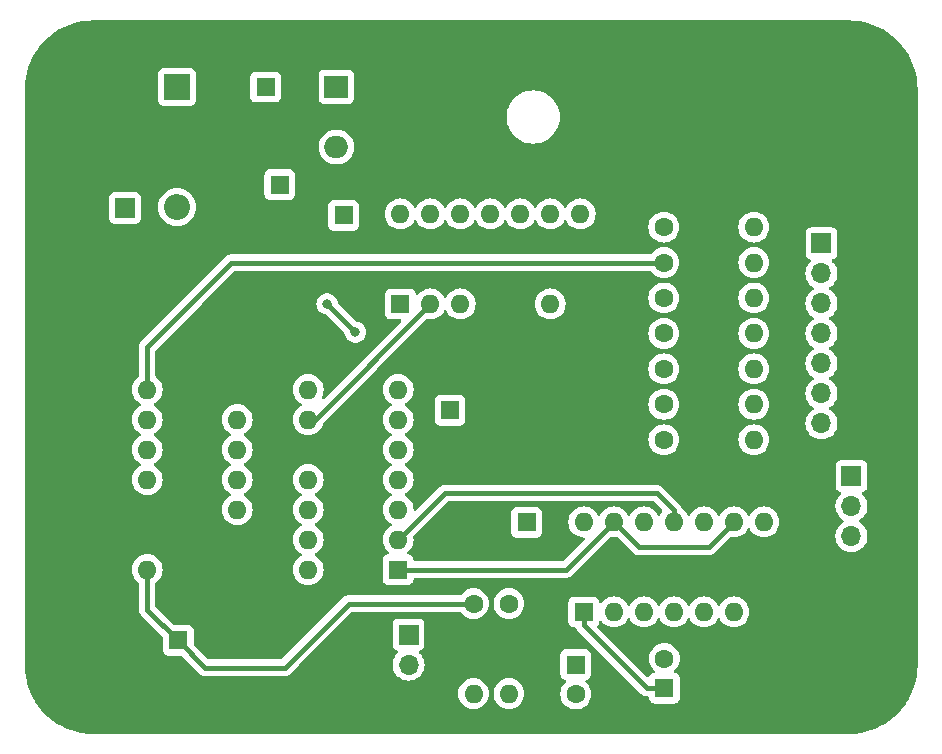
<source format=gbr>
%TF.GenerationSoftware,KiCad,Pcbnew,8.0.3*%
%TF.CreationDate,2024-10-06T22:02:56-03:00*%
%TF.ProjectId,digital_dice,64696769-7461-46c5-9f64-6963652e6b69,rev?*%
%TF.SameCoordinates,Original*%
%TF.FileFunction,Copper,L2,Bot*%
%TF.FilePolarity,Positive*%
%FSLAX46Y46*%
G04 Gerber Fmt 4.6, Leading zero omitted, Abs format (unit mm)*
G04 Created by KiCad (PCBNEW 8.0.3) date 2024-10-06 22:02:56*
%MOMM*%
%LPD*%
G01*
G04 APERTURE LIST*
%TA.AperFunction,ComponentPad*%
%ADD10R,1.600000X1.600000*%
%TD*%
%TA.AperFunction,ComponentPad*%
%ADD11C,1.600000*%
%TD*%
%TA.AperFunction,ComponentPad*%
%ADD12O,1.600000X1.600000*%
%TD*%
%TA.AperFunction,ComponentPad*%
%ADD13C,0.900000*%
%TD*%
%TA.AperFunction,ComponentPad*%
%ADD14C,8.600000*%
%TD*%
%TA.AperFunction,ComponentPad*%
%ADD15R,1.700000X1.700000*%
%TD*%
%TA.AperFunction,ComponentPad*%
%ADD16O,1.700000X1.700000*%
%TD*%
%TA.AperFunction,ComponentPad*%
%ADD17R,2.200000X2.200000*%
%TD*%
%TA.AperFunction,ComponentPad*%
%ADD18O,2.200000X2.200000*%
%TD*%
%TA.AperFunction,ComponentPad*%
%ADD19R,2.000000X1.905000*%
%TD*%
%TA.AperFunction,ComponentPad*%
%ADD20O,2.000000X1.905000*%
%TD*%
%TA.AperFunction,ViaPad*%
%ADD21C,0.800000*%
%TD*%
%TA.AperFunction,Conductor*%
%ADD22C,0.381000*%
%TD*%
G04 APERTURE END LIST*
D10*
%TO.P,C5,1*%
%TO.N,VCC*%
X143200000Y-113900000D03*
D11*
%TO.P,C5,2*%
%TO.N,GND*%
X143200000Y-116400000D03*
%TD*%
D10*
%TO.P,C8,1*%
%TO.N,VCC*%
X152200000Y-130400000D03*
D11*
%TO.P,C8,2*%
%TO.N,GND*%
X154700000Y-130400000D03*
%TD*%
%TO.P,R9,1*%
%TO.N,g*%
X170315000Y-132900000D03*
D12*
%TO.P,R9,2*%
%TO.N,LED7*%
X177935000Y-132900000D03*
%TD*%
D10*
%TO.P,C4,1*%
%TO.N,VCC*%
X129200000Y-149900000D03*
D11*
%TO.P,C4,2*%
%TO.N,GND*%
X131700000Y-149900000D03*
%TD*%
D10*
%TO.P,U4,1*%
%TO.N,Q0*%
X148000000Y-121400000D03*
D12*
%TO.P,U4,2*%
%TO.N,Q1*%
X150540000Y-121400000D03*
%TO.P,U4,3*%
%TO.N,Net-(U4-Pad3)*%
X153080000Y-121400000D03*
%TO.P,U4,4*%
%TO.N,GND*%
X155620000Y-121400000D03*
%TO.P,U4,5*%
X158160000Y-121400000D03*
%TO.P,U4,6*%
%TO.N,unconnected-(U4-Pad6)*%
X160700000Y-121400000D03*
%TO.P,U4,7,GND*%
%TO.N,GND*%
X163240000Y-121400000D03*
%TO.P,U4,8*%
%TO.N,c*%
X163240000Y-113780000D03*
%TO.P,U4,9*%
%TO.N,Net-(U4-Pad3)*%
X160700000Y-113780000D03*
%TO.P,U4,10*%
%TO.N,Q2*%
X158160000Y-113780000D03*
%TO.P,U4,11*%
%TO.N,a*%
X155620000Y-113780000D03*
%TO.P,U4,12*%
%TO.N,Net-(U3-Pad6)*%
X153080000Y-113780000D03*
%TO.P,U4,13*%
%TO.N,Q2*%
X150540000Y-113780000D03*
%TO.P,U4,14,VCC*%
%TO.N,VCC*%
X148000000Y-113780000D03*
%TD*%
D11*
%TO.P,R4,1*%
%TO.N,b*%
X170315000Y-117900000D03*
D12*
%TO.P,R4,2*%
%TO.N,LED2*%
X177935000Y-117900000D03*
%TD*%
D10*
%TO.P,C1,1*%
%TO.N,VBAT*%
X136594887Y-103029887D03*
D11*
%TO.P,C1,2*%
%TO.N,GND*%
X136594887Y-105529887D03*
%TD*%
D10*
%TO.P,U2,1*%
%TO.N,Net-(C7-Pad1)*%
X163540000Y-147480000D03*
D12*
%TO.P,U2,2*%
%TO.N,Net-(SW1-Pin_1)*%
X166080000Y-147480000D03*
%TO.P,U2,3*%
%TO.N,Net-(C6-Pad2)*%
X168620000Y-147480000D03*
%TO.P,U2,4*%
%TO.N,Net-(C7-Pad2)*%
X171160000Y-147480000D03*
%TO.P,U2,5*%
%TO.N,Q2*%
X173700000Y-147480000D03*
%TO.P,U2,6*%
%TO.N,~{Q2}*%
X176240000Y-147480000D03*
%TO.P,U2,7,GND*%
%TO.N,GND*%
X178780000Y-147480000D03*
%TO.P,U2,8*%
%TO.N,~{Q0}*%
X178780000Y-139860000D03*
%TO.P,U2,9*%
%TO.N,Q0*%
X176240000Y-139860000D03*
%TO.P,U2,10*%
%TO.N,~{Q1}*%
X173700000Y-139860000D03*
%TO.P,U2,11*%
%TO.N,Q1*%
X171160000Y-139860000D03*
%TO.P,U2,12*%
%TO.N,g*%
X168620000Y-139860000D03*
%TO.P,U2,13*%
%TO.N,Q0*%
X166080000Y-139860000D03*
%TO.P,U2,14,VCC*%
%TO.N,VCC*%
X163540000Y-139860000D03*
%TD*%
D13*
%TO.P,H4,1,1*%
%TO.N,GND*%
X182775000Y-152000000D03*
X183719581Y-149719581D03*
X183719581Y-154280419D03*
X186000000Y-148775000D03*
D14*
X186000000Y-152000000D03*
D13*
X186000000Y-155225000D03*
X188280419Y-149719581D03*
X188280419Y-154280419D03*
X189225000Y-152000000D03*
%TD*%
D15*
%TO.P,SW1,1,Pin_1*%
%TO.N,Net-(SW1-Pin_1)*%
X148700000Y-149400000D03*
D16*
%TO.P,SW1,2,Pin_2*%
%TO.N,Unstable_Clock*%
X148700000Y-151940000D03*
%TD*%
D10*
%TO.P,U5,1,CP1..3*%
%TO.N,Q0*%
X147820000Y-143900000D03*
D12*
%TO.P,U5,2,R0(1)*%
%TO.N,Q1*%
X147820000Y-141360000D03*
%TO.P,U5,3,R0(2)*%
%TO.N,Q2*%
X147820000Y-138820000D03*
%TO.P,U5,4*%
%TO.N,N/C*%
X147820000Y-136280000D03*
%TO.P,U5,5,VCC*%
%TO.N,VCC*%
X147820000Y-133740000D03*
%TO.P,U5,6*%
%TO.N,N/C*%
X147820000Y-131200000D03*
%TO.P,U5,7*%
X147820000Y-128660000D03*
%TO.P,U5,8,Q2*%
%TO.N,Q2*%
X140200000Y-128660000D03*
%TO.P,U5,9,Q1*%
%TO.N,Q1*%
X140200000Y-131200000D03*
%TO.P,U5,10,GND*%
%TO.N,GND*%
X140200000Y-133740000D03*
%TO.P,U5,11,Q3*%
%TO.N,unconnected-(U5-Q3-Pad11)*%
X140200000Y-136280000D03*
%TO.P,U5,12,Q0*%
%TO.N,Q0*%
X140200000Y-138820000D03*
%TO.P,U5,13*%
%TO.N,N/C*%
X140200000Y-141360000D03*
%TO.P,U5,14,CP0*%
%TO.N,Unstable_Clock*%
X140200000Y-143900000D03*
%TD*%
D15*
%TO.P,BATT1,1,Pin_1*%
%TO.N,Net-(BATT1-Pin_1)*%
X124700000Y-113275000D03*
D16*
%TO.P,BATT1,2,Pin_2*%
%TO.N,GND*%
X124700000Y-110735000D03*
%TD*%
D10*
%TO.P,U3,1*%
%TO.N,GND*%
X134200000Y-143900000D03*
D12*
%TO.P,U3,2*%
X134200000Y-141360000D03*
%TO.P,U3,3*%
%TO.N,unconnected-(U3-Pad3)*%
X134200000Y-138820000D03*
%TO.P,U3,4*%
%TO.N,Q0*%
X134200000Y-136280000D03*
%TO.P,U3,5*%
%TO.N,Q1*%
X134200000Y-133740000D03*
%TO.P,U3,6*%
%TO.N,Net-(U3-Pad6)*%
X134200000Y-131200000D03*
%TO.P,U3,7,GND*%
%TO.N,GND*%
X134200000Y-128660000D03*
%TO.P,U3,8*%
%TO.N,b*%
X126580000Y-128660000D03*
%TO.P,U3,9*%
%TO.N,Q2*%
X126580000Y-131200000D03*
%TO.P,U3,10*%
%TO.N,Q0*%
X126580000Y-133740000D03*
%TO.P,U3,11*%
%TO.N,unconnected-(U3-Pad11)*%
X126580000Y-136280000D03*
%TO.P,U3,12*%
%TO.N,GND*%
X126580000Y-138820000D03*
%TO.P,U3,13*%
X126580000Y-141360000D03*
%TO.P,U3,14,VCC*%
%TO.N,VCC*%
X126580000Y-143900000D03*
%TD*%
D13*
%TO.P,H2,1,1*%
%TO.N,GND*%
X182775000Y-103200000D03*
X183719581Y-100919581D03*
X183719581Y-105480419D03*
X186000000Y-99975000D03*
D14*
X186000000Y-103200000D03*
D13*
X186000000Y-106425000D03*
X188280419Y-100919581D03*
X188280419Y-105480419D03*
X189225000Y-103200000D03*
%TD*%
D10*
%TO.P,C6,1*%
%TO.N,Net-(SW1-Pin_1)*%
X162860000Y-151935000D03*
D11*
%TO.P,C6,2*%
%TO.N,Net-(C6-Pad2)*%
X162860000Y-154435000D03*
%TD*%
D10*
%TO.P,C2,1*%
%TO.N,VCC*%
X137800000Y-111294887D03*
D11*
%TO.P,C2,2*%
%TO.N,GND*%
X135300000Y-111294887D03*
%TD*%
%TO.P,R8,1*%
%TO.N,a*%
X170315000Y-129900000D03*
D12*
%TO.P,R8,2*%
%TO.N,LED6*%
X177935000Y-129900000D03*
%TD*%
D15*
%TO.P,J1,1,Pin_1*%
%TO.N,~{Q0}*%
X186200000Y-135980000D03*
D16*
%TO.P,J1,2,Pin_2*%
%TO.N,~{Q1}*%
X186200000Y-138520000D03*
%TO.P,J1,3,Pin_3*%
%TO.N,~{Q2}*%
X186200000Y-141060000D03*
%TO.P,J1,4,Pin_4*%
%TO.N,GND*%
X186200000Y-143600000D03*
%TD*%
D11*
%TO.P,R3,1*%
%TO.N,a*%
X170315000Y-114900000D03*
D12*
%TO.P,R3,2*%
%TO.N,LED1*%
X177935000Y-114900000D03*
%TD*%
D10*
%TO.P,C7,1*%
%TO.N,Net-(C7-Pad1)*%
X170360000Y-153935000D03*
D11*
%TO.P,C7,2*%
%TO.N,Net-(C7-Pad2)*%
X170360000Y-151435000D03*
%TD*%
%TO.P,R6,1*%
%TO.N,c*%
X170315000Y-123900000D03*
D12*
%TO.P,R6,2*%
%TO.N,LED4*%
X177935000Y-123900000D03*
%TD*%
D15*
%TO.P,J2,1,Pin_1*%
%TO.N,LED1*%
X183660000Y-116280000D03*
D16*
%TO.P,J2,2,Pin_2*%
%TO.N,GND*%
X186200000Y-116280000D03*
%TO.P,J2,3,Pin_3*%
%TO.N,LED2*%
X183660000Y-118820000D03*
%TO.P,J2,4,Pin_4*%
%TO.N,GND*%
X186200000Y-118820000D03*
%TO.P,J2,5,Pin_5*%
%TO.N,LED3*%
X183660000Y-121360000D03*
%TO.P,J2,6,Pin_6*%
%TO.N,GND*%
X186200000Y-121360000D03*
%TO.P,J2,7,Pin_7*%
%TO.N,LED4*%
X183660000Y-123900000D03*
%TO.P,J2,8,Pin_8*%
%TO.N,GND*%
X186200000Y-123900000D03*
%TO.P,J2,9,Pin_9*%
%TO.N,LED5*%
X183660000Y-126440000D03*
%TO.P,J2,10,Pin_10*%
%TO.N,GND*%
X186200000Y-126440000D03*
%TO.P,J2,11,Pin_11*%
%TO.N,LED6*%
X183660000Y-128980000D03*
%TO.P,J2,12,Pin_12*%
%TO.N,GND*%
X186200000Y-128980000D03*
%TO.P,J2,13,Pin_13*%
%TO.N,LED7*%
X183660000Y-131520000D03*
%TO.P,J2,14,Pin_14*%
%TO.N,GND*%
X186200000Y-131520000D03*
%TD*%
D11*
%TO.P,R5,1*%
%TO.N,c*%
X170315000Y-120900000D03*
D12*
%TO.P,R5,2*%
%TO.N,LED3*%
X177935000Y-120900000D03*
%TD*%
D11*
%TO.P,R2,1*%
%TO.N,VCC*%
X154200000Y-146780000D03*
D12*
%TO.P,R2,2*%
%TO.N,Net-(C7-Pad1)*%
X154200000Y-154400000D03*
%TD*%
D13*
%TO.P,H1,1,1*%
%TO.N,GND*%
X118775000Y-103200000D03*
X119719581Y-100919581D03*
X119719581Y-105480419D03*
X122000000Y-99975000D03*
D14*
X122000000Y-103200000D03*
D13*
X122000000Y-106425000D03*
X124280419Y-100919581D03*
X124280419Y-105480419D03*
X125225000Y-103200000D03*
%TD*%
D10*
%TO.P,C3,1*%
%TO.N,VCC*%
X158700000Y-139900000D03*
D11*
%TO.P,C3,2*%
%TO.N,GND*%
X156200000Y-139900000D03*
%TD*%
%TO.P,R7,1*%
%TO.N,b*%
X170315000Y-126900000D03*
D12*
%TO.P,R7,2*%
%TO.N,LED5*%
X177935000Y-126900000D03*
%TD*%
D17*
%TO.P,D1,1,K*%
%TO.N,VBAT*%
X129094887Y-103029887D03*
D18*
%TO.P,D1,2,A*%
%TO.N,Net-(BATT1-Pin_1)*%
X129094887Y-113189887D03*
%TD*%
D11*
%TO.P,R1,1*%
%TO.N,VCC*%
X157200000Y-146780000D03*
D12*
%TO.P,R1,2*%
%TO.N,Net-(C6-Pad2)*%
X157200000Y-154400000D03*
%TD*%
D19*
%TO.P,U1,1,VI*%
%TO.N,VBAT*%
X142594887Y-103029887D03*
D20*
%TO.P,U1,2,GND*%
%TO.N,GND*%
X142594887Y-105569887D03*
%TO.P,U1,3,VO*%
%TO.N,VCC*%
X142594887Y-108109887D03*
%TD*%
D13*
%TO.P,H3,1,1*%
%TO.N,GND*%
X118775000Y-152000000D03*
X119719581Y-149719581D03*
X119719581Y-154280419D03*
X122000000Y-148775000D03*
D14*
X122000000Y-152000000D03*
D13*
X122000000Y-155225000D03*
X124280419Y-149719581D03*
X124280419Y-154280419D03*
X125225000Y-152000000D03*
%TD*%
D21*
%TO.N,VCC*%
X141800000Y-121400000D03*
X144200000Y-123800000D03*
%TO.N,GND*%
X172975000Y-115175000D03*
X127975000Y-118175000D03*
X145975000Y-103175000D03*
X127975000Y-109175000D03*
X159900000Y-155400000D03*
X145975000Y-106175000D03*
X163975000Y-100175000D03*
X190975000Y-148175000D03*
X164000000Y-119400000D03*
X133975000Y-154175000D03*
X163975000Y-133175000D03*
X121975000Y-136175000D03*
X169975000Y-112175000D03*
X133975000Y-148175000D03*
X124975000Y-115175000D03*
X124975000Y-124175000D03*
X130975000Y-100175000D03*
X169975000Y-100175000D03*
X145975000Y-148175000D03*
X178975000Y-136175000D03*
X157960000Y-109480000D03*
X190975000Y-112175000D03*
X124975000Y-127175000D03*
X155420000Y-101860000D03*
X190975000Y-136175000D03*
X130975000Y-124175000D03*
X175975000Y-133175000D03*
X166975000Y-130175000D03*
X175975000Y-103175000D03*
X147800000Y-101860000D03*
X190975000Y-109175000D03*
X133975000Y-121175000D03*
X142975000Y-100175000D03*
X172975000Y-133175000D03*
X151975000Y-154175000D03*
X118975000Y-109175000D03*
X163975000Y-130175000D03*
X145975000Y-154175000D03*
X166975000Y-103175000D03*
X121975000Y-133175000D03*
X118975000Y-136175000D03*
X118975000Y-124175000D03*
X133975000Y-124175000D03*
X121975000Y-127175000D03*
X187975000Y-118175000D03*
X118975000Y-112175000D03*
X139975000Y-106175000D03*
X166200000Y-143200000D03*
X163975000Y-109175000D03*
X187975000Y-130175000D03*
X187975000Y-127175000D03*
X172975000Y-103175000D03*
X148975000Y-154175000D03*
X121975000Y-121175000D03*
X145975000Y-109175000D03*
X139975000Y-112175000D03*
X143200000Y-125800000D03*
X118975000Y-142175000D03*
X151975000Y-142175000D03*
X172975000Y-154175000D03*
X175975000Y-130175000D03*
X161000000Y-116400000D03*
X159300000Y-153200000D03*
X175975000Y-151175000D03*
X166975000Y-127175000D03*
X155420000Y-109480000D03*
X158000000Y-119400000D03*
X167000000Y-115100000D03*
X151975000Y-136175000D03*
X118975000Y-130175000D03*
X187975000Y-124175000D03*
X190975000Y-124175000D03*
X163975000Y-127175000D03*
X169975000Y-109175000D03*
X139975000Y-154175000D03*
X130975000Y-154175000D03*
X155420000Y-106940000D03*
X145800000Y-122200000D03*
X145975000Y-112175000D03*
X175975000Y-136175000D03*
X175975000Y-106175000D03*
X187975000Y-115175000D03*
X175975000Y-127175000D03*
X130975000Y-145175000D03*
X118975000Y-115175000D03*
X133975000Y-100175000D03*
X178975000Y-103175000D03*
X160500000Y-109480000D03*
X172975000Y-100175000D03*
X130975000Y-148175000D03*
X121975000Y-112175000D03*
X172975000Y-112175000D03*
X121975000Y-145175000D03*
X133975000Y-106175000D03*
X187975000Y-136175000D03*
X187975000Y-142175000D03*
X152880000Y-109480000D03*
X178975000Y-100175000D03*
X161000000Y-119400000D03*
X160975000Y-142175000D03*
X124975000Y-145175000D03*
X160975000Y-124175000D03*
X178975000Y-154175000D03*
X150340000Y-104400000D03*
X166975000Y-124175000D03*
X184975000Y-112175000D03*
X136975000Y-148175000D03*
X130975000Y-118175000D03*
X150340000Y-109480000D03*
X178975000Y-106175000D03*
X187975000Y-121175000D03*
X152880000Y-104400000D03*
X163975000Y-106175000D03*
X169975000Y-103175000D03*
X190975000Y-118175000D03*
X190975000Y-115175000D03*
X187975000Y-109175000D03*
X175975000Y-109175000D03*
X142975000Y-145175000D03*
X130975000Y-115175000D03*
X133975000Y-109175000D03*
X172975000Y-109175000D03*
X121975000Y-142175000D03*
X118975000Y-118175000D03*
X181975000Y-145175000D03*
X121975000Y-124175000D03*
X158000000Y-134800000D03*
X139975000Y-100175000D03*
X127975000Y-115175000D03*
X152000000Y-119400000D03*
X142975000Y-154175000D03*
X130975000Y-142175000D03*
X175975000Y-112175000D03*
X160975000Y-127175000D03*
X169975000Y-106175000D03*
X152880000Y-101860000D03*
X160600000Y-149200000D03*
X124975000Y-121175000D03*
X187975000Y-133175000D03*
X166975000Y-133175000D03*
X145975000Y-100175000D03*
X133975000Y-115175000D03*
X166975000Y-136175000D03*
X163975000Y-124175000D03*
X130975000Y-106175000D03*
X142975000Y-112175000D03*
X172975000Y-130175000D03*
X145975000Y-130175000D03*
X136975000Y-100175000D03*
X147800000Y-104400000D03*
X136975000Y-154175000D03*
X178975000Y-112175000D03*
X136975000Y-142175000D03*
X136975000Y-121175000D03*
X181975000Y-112175000D03*
X190975000Y-121175000D03*
X157960000Y-101860000D03*
X182000000Y-138400000D03*
X190975000Y-127175000D03*
X169800000Y-149400000D03*
X166975000Y-121175000D03*
X139975000Y-115175000D03*
X127975000Y-121175000D03*
X121975000Y-115175000D03*
X190975000Y-130175000D03*
X166975000Y-109175000D03*
X190975000Y-142175000D03*
X150340000Y-106940000D03*
X150340000Y-101860000D03*
X118975000Y-127175000D03*
X152880000Y-106940000D03*
X136975000Y-145175000D03*
X118975000Y-133175000D03*
X181975000Y-133175000D03*
X172975000Y-106175000D03*
X190975000Y-133175000D03*
X178975000Y-109175000D03*
X144200000Y-136200000D03*
X190975000Y-145175000D03*
X142400000Y-119400000D03*
X166975000Y-100175000D03*
X127975000Y-100175000D03*
X157975000Y-127175000D03*
X147800000Y-109480000D03*
X166975000Y-106175000D03*
X184975000Y-109175000D03*
X163975000Y-103175000D03*
X157975000Y-124175000D03*
X118975000Y-121175000D03*
X155000000Y-116400000D03*
X121975000Y-139175000D03*
X152000000Y-116400000D03*
X136975000Y-109175000D03*
X130975000Y-139175000D03*
X118975000Y-139175000D03*
X172975000Y-136175000D03*
X187975000Y-145175000D03*
X153600000Y-150000000D03*
X131000000Y-134200000D03*
X190975000Y-139175000D03*
X164000000Y-116400000D03*
X145975000Y-145175000D03*
X175975000Y-154175000D03*
X172975000Y-151175000D03*
X136975000Y-124175000D03*
X154975000Y-142175000D03*
X160500000Y-101860000D03*
X175975000Y-100175000D03*
X130975000Y-109175000D03*
X175975000Y-145175000D03*
X147800000Y-106940000D03*
X187975000Y-112175000D03*
X166800000Y-155000000D03*
X130975000Y-127175000D03*
X136975000Y-139175000D03*
X175975000Y-118175000D03*
X137500000Y-129800000D03*
X121975000Y-109175000D03*
X121975000Y-130175000D03*
X138000000Y-134800000D03*
X154975000Y-124175000D03*
X190975000Y-106175000D03*
X181975000Y-109175000D03*
X121975000Y-118175000D03*
X187975000Y-139175000D03*
X160975000Y-130175000D03*
X124975000Y-118175000D03*
X155400000Y-104400000D03*
X127975000Y-154175000D03*
X127975000Y-106175000D03*
X118975000Y-145175000D03*
X145975000Y-115175000D03*
X175975000Y-115175000D03*
X151975000Y-145175000D03*
X178975000Y-151175000D03*
X184200000Y-139800000D03*
%TD*%
D22*
%TO.N,VCC*%
X141800000Y-121400000D02*
X141700000Y-121400000D01*
X144200000Y-123800000D02*
X141800000Y-121400000D01*
X141700000Y-121400000D02*
X141700000Y-121400000D01*
X126580000Y-147280000D02*
X129200000Y-149900000D01*
X138200000Y-152200000D02*
X131500000Y-152200000D01*
X144200000Y-123900000D02*
X144200000Y-123900000D01*
X131500000Y-152200000D02*
X129200000Y-149900000D01*
X144200000Y-123900000D02*
X144200000Y-123800000D01*
X143620000Y-146780000D02*
X138200000Y-152200000D01*
X154200000Y-146780000D02*
X143620000Y-146780000D01*
X126580000Y-143900000D02*
X126580000Y-147280000D01*
%TO.N,b*%
X133700000Y-117900000D02*
X170315000Y-117900000D01*
X126580000Y-125020000D02*
X133700000Y-117900000D01*
X126580000Y-128660000D02*
X126580000Y-125020000D01*
%TO.N,Q0*%
X162040000Y-143900000D02*
X166080000Y-139860000D01*
X168200000Y-141980000D02*
X166080000Y-139860000D01*
X174120000Y-141980000D02*
X168200000Y-141980000D01*
X147820000Y-143900000D02*
X162040000Y-143900000D01*
X176240000Y-139860000D02*
X174120000Y-141980000D01*
%TO.N,Q1*%
X151780000Y-137400000D02*
X147820000Y-141360000D01*
X169700000Y-137400000D02*
X151780000Y-137400000D01*
X171160000Y-139860000D02*
X171160000Y-138860000D01*
X171160000Y-138860000D02*
X169700000Y-137400000D01*
X140740000Y-131200000D02*
X150540000Y-121400000D01*
X140200000Y-131200000D02*
X140740000Y-131200000D01*
%TO.N,Net-(C7-Pad1)*%
X168860000Y-153935000D02*
X170360000Y-153935000D01*
X163540000Y-148615000D02*
X168860000Y-153935000D01*
X163540000Y-147480000D02*
X163540000Y-148615000D01*
%TD*%
%TA.AperFunction,Conductor*%
%TO.N,GND*%
G36*
X169429455Y-138110685D02*
G01*
X169450097Y-138127319D01*
X170164114Y-138841336D01*
X170197599Y-138902659D01*
X170192615Y-138972351D01*
X170164120Y-139016693D01*
X170159952Y-139020860D01*
X170029432Y-139207265D01*
X170029431Y-139207267D01*
X170002382Y-139265275D01*
X169956209Y-139317714D01*
X169889016Y-139336866D01*
X169822135Y-139316650D01*
X169777618Y-139265275D01*
X169750568Y-139207267D01*
X169750567Y-139207265D01*
X169743963Y-139197834D01*
X169641940Y-139052128D01*
X169620045Y-139020858D01*
X169459141Y-138859954D01*
X169272734Y-138729432D01*
X169272732Y-138729431D01*
X169066497Y-138633261D01*
X169066488Y-138633258D01*
X168846697Y-138574366D01*
X168846693Y-138574365D01*
X168846692Y-138574365D01*
X168846691Y-138574364D01*
X168846686Y-138574364D01*
X168620002Y-138554532D01*
X168619998Y-138554532D01*
X168393313Y-138574364D01*
X168393302Y-138574366D01*
X168173511Y-138633258D01*
X168173502Y-138633261D01*
X167967267Y-138729431D01*
X167967265Y-138729432D01*
X167780858Y-138859954D01*
X167619954Y-139020858D01*
X167489432Y-139207265D01*
X167489431Y-139207267D01*
X167462382Y-139265275D01*
X167416209Y-139317714D01*
X167349016Y-139336866D01*
X167282135Y-139316650D01*
X167237618Y-139265275D01*
X167210568Y-139207267D01*
X167210567Y-139207265D01*
X167203963Y-139197834D01*
X167101940Y-139052128D01*
X167080045Y-139020858D01*
X166919141Y-138859954D01*
X166732734Y-138729432D01*
X166732732Y-138729431D01*
X166526497Y-138633261D01*
X166526488Y-138633258D01*
X166306697Y-138574366D01*
X166306693Y-138574365D01*
X166306692Y-138574365D01*
X166306691Y-138574364D01*
X166306686Y-138574364D01*
X166080002Y-138554532D01*
X166079998Y-138554532D01*
X165853313Y-138574364D01*
X165853302Y-138574366D01*
X165633511Y-138633258D01*
X165633502Y-138633261D01*
X165427267Y-138729431D01*
X165427265Y-138729432D01*
X165240858Y-138859954D01*
X165079954Y-139020858D01*
X164949432Y-139207265D01*
X164949431Y-139207267D01*
X164922382Y-139265275D01*
X164876209Y-139317714D01*
X164809016Y-139336866D01*
X164742135Y-139316650D01*
X164697618Y-139265275D01*
X164670568Y-139207267D01*
X164670567Y-139207265D01*
X164663963Y-139197834D01*
X164561940Y-139052128D01*
X164540045Y-139020858D01*
X164379141Y-138859954D01*
X164192734Y-138729432D01*
X164192732Y-138729431D01*
X163986497Y-138633261D01*
X163986488Y-138633258D01*
X163766697Y-138574366D01*
X163766693Y-138574365D01*
X163766692Y-138574365D01*
X163766691Y-138574364D01*
X163766686Y-138574364D01*
X163540002Y-138554532D01*
X163539998Y-138554532D01*
X163313313Y-138574364D01*
X163313302Y-138574366D01*
X163093511Y-138633258D01*
X163093502Y-138633261D01*
X162887267Y-138729431D01*
X162887265Y-138729432D01*
X162700858Y-138859954D01*
X162539954Y-139020858D01*
X162409432Y-139207265D01*
X162409431Y-139207267D01*
X162313261Y-139413502D01*
X162313258Y-139413511D01*
X162254366Y-139633302D01*
X162254364Y-139633313D01*
X162234532Y-139859998D01*
X162234532Y-139860001D01*
X162254364Y-140086686D01*
X162254366Y-140086697D01*
X162313258Y-140306488D01*
X162313261Y-140306497D01*
X162409431Y-140512732D01*
X162409432Y-140512734D01*
X162539954Y-140699141D01*
X162700858Y-140860045D01*
X162700861Y-140860047D01*
X162887266Y-140990568D01*
X163093504Y-141086739D01*
X163313308Y-141145635D01*
X163511701Y-141162992D01*
X163576770Y-141188444D01*
X163617749Y-141245035D01*
X163621627Y-141314797D01*
X163588575Y-141374201D01*
X161790097Y-143172681D01*
X161728774Y-143206166D01*
X161702416Y-143209000D01*
X149244499Y-143209000D01*
X149177460Y-143189315D01*
X149131705Y-143136511D01*
X149120499Y-143085000D01*
X149120499Y-143052129D01*
X149120498Y-143052123D01*
X149120497Y-143052116D01*
X149114091Y-142992517D01*
X149079567Y-142899954D01*
X149063797Y-142857671D01*
X149063793Y-142857664D01*
X148977547Y-142742455D01*
X148977544Y-142742452D01*
X148862335Y-142656206D01*
X148862328Y-142656202D01*
X148727482Y-142605908D01*
X148727483Y-142605908D01*
X148692404Y-142602137D01*
X148627853Y-142575399D01*
X148588005Y-142518006D01*
X148585512Y-142448181D01*
X148621165Y-142388092D01*
X148634539Y-142377272D01*
X148659140Y-142360046D01*
X148820045Y-142199141D01*
X148820047Y-142199139D01*
X148950568Y-142012734D01*
X149046739Y-141806496D01*
X149105635Y-141586692D01*
X149125468Y-141360000D01*
X149105635Y-141133308D01*
X149105632Y-141133298D01*
X149104694Y-141127974D01*
X149107184Y-141127534D01*
X149108491Y-141068363D01*
X149138985Y-141018235D01*
X151105086Y-139052135D01*
X157399500Y-139052135D01*
X157399500Y-140747870D01*
X157399501Y-140747876D01*
X157405908Y-140807483D01*
X157456202Y-140942328D01*
X157456206Y-140942335D01*
X157542452Y-141057544D01*
X157542455Y-141057547D01*
X157657664Y-141143793D01*
X157657671Y-141143797D01*
X157792517Y-141194091D01*
X157792516Y-141194091D01*
X157799444Y-141194835D01*
X157852127Y-141200500D01*
X159547872Y-141200499D01*
X159607483Y-141194091D01*
X159742331Y-141143796D01*
X159857546Y-141057546D01*
X159943796Y-140942331D01*
X159994091Y-140807483D01*
X160000500Y-140747873D01*
X160000499Y-139052128D01*
X159994091Y-138992517D01*
X159944648Y-138859954D01*
X159943797Y-138857671D01*
X159943793Y-138857664D01*
X159857547Y-138742455D01*
X159857544Y-138742452D01*
X159742335Y-138656206D01*
X159742328Y-138656202D01*
X159607482Y-138605908D01*
X159607483Y-138605908D01*
X159547883Y-138599501D01*
X159547881Y-138599500D01*
X159547873Y-138599500D01*
X159547864Y-138599500D01*
X157852129Y-138599500D01*
X157852123Y-138599501D01*
X157792516Y-138605908D01*
X157657671Y-138656202D01*
X157657664Y-138656206D01*
X157542455Y-138742452D01*
X157542452Y-138742455D01*
X157456206Y-138857664D01*
X157456202Y-138857671D01*
X157405908Y-138992517D01*
X157400085Y-139046686D01*
X157399501Y-139052123D01*
X157399500Y-139052135D01*
X151105086Y-139052135D01*
X152029902Y-138127319D01*
X152091225Y-138093834D01*
X152117583Y-138091000D01*
X169362416Y-138091000D01*
X169429455Y-138110685D01*
G37*
%TD.AperFunction*%
%TA.AperFunction,Conductor*%
G36*
X186002443Y-97400596D02*
G01*
X186450150Y-97418186D01*
X186459845Y-97418948D01*
X186902424Y-97471330D01*
X186912016Y-97472850D01*
X187349096Y-97559792D01*
X187358550Y-97562062D01*
X187787453Y-97683025D01*
X187796706Y-97686031D01*
X188214802Y-97840274D01*
X188223791Y-97843998D01*
X188628504Y-98030573D01*
X188637167Y-98034988D01*
X189025983Y-98252736D01*
X189034285Y-98257823D01*
X189404810Y-98505399D01*
X189412684Y-98511119D01*
X189762655Y-98787016D01*
X189770047Y-98793329D01*
X190097295Y-99095833D01*
X190104173Y-99102711D01*
X190406665Y-99429946D01*
X190412988Y-99437349D01*
X190688877Y-99787312D01*
X190694600Y-99795189D01*
X190942176Y-100165714D01*
X190947263Y-100174016D01*
X191165011Y-100562832D01*
X191169432Y-100571507D01*
X191356000Y-100976205D01*
X191359726Y-100985201D01*
X191513967Y-101403290D01*
X191516975Y-101412549D01*
X191637936Y-101841445D01*
X191640209Y-101850912D01*
X191727146Y-102287968D01*
X191728670Y-102297586D01*
X191781050Y-102740149D01*
X191781813Y-102749855D01*
X191799404Y-103197556D01*
X191799500Y-103202424D01*
X191799500Y-151997575D01*
X191799404Y-152002443D01*
X191781813Y-152450144D01*
X191781050Y-152459850D01*
X191728670Y-152902413D01*
X191727146Y-152912031D01*
X191640209Y-153349087D01*
X191637936Y-153358554D01*
X191516975Y-153787450D01*
X191513967Y-153796709D01*
X191359726Y-154214798D01*
X191356000Y-154223794D01*
X191169432Y-154628492D01*
X191165011Y-154637167D01*
X190947263Y-155025983D01*
X190942176Y-155034285D01*
X190694600Y-155404810D01*
X190688877Y-155412687D01*
X190412988Y-155762650D01*
X190406665Y-155770053D01*
X190104173Y-156097288D01*
X190097288Y-156104173D01*
X189770053Y-156406665D01*
X189762650Y-156412988D01*
X189412687Y-156688877D01*
X189404810Y-156694600D01*
X189034285Y-156942176D01*
X189025983Y-156947263D01*
X188637167Y-157165011D01*
X188628492Y-157169432D01*
X188223794Y-157356000D01*
X188214798Y-157359726D01*
X187796709Y-157513967D01*
X187787450Y-157516975D01*
X187358554Y-157637936D01*
X187349087Y-157640209D01*
X186912031Y-157727146D01*
X186902413Y-157728670D01*
X186459850Y-157781050D01*
X186450144Y-157781813D01*
X186002443Y-157799404D01*
X185997575Y-157799500D01*
X122002425Y-157799500D01*
X121997557Y-157799404D01*
X121549855Y-157781813D01*
X121540149Y-157781050D01*
X121097586Y-157728670D01*
X121087968Y-157727146D01*
X120650912Y-157640209D01*
X120641445Y-157637936D01*
X120212549Y-157516975D01*
X120203290Y-157513967D01*
X119785201Y-157359726D01*
X119776205Y-157356000D01*
X119371507Y-157169432D01*
X119362832Y-157165011D01*
X118974016Y-156947263D01*
X118965714Y-156942176D01*
X118595189Y-156694600D01*
X118587312Y-156688877D01*
X118237349Y-156412988D01*
X118229946Y-156406665D01*
X118209196Y-156387484D01*
X117902704Y-156104166D01*
X117895833Y-156097295D01*
X117593329Y-155770047D01*
X117587011Y-155762650D01*
X117553887Y-155720633D01*
X117311119Y-155412684D01*
X117305399Y-155404810D01*
X117302216Y-155400047D01*
X117194703Y-155239141D01*
X117057823Y-155034285D01*
X117052736Y-155025983D01*
X116834988Y-154637167D01*
X116830573Y-154628504D01*
X116725230Y-154399998D01*
X152894532Y-154399998D01*
X152894532Y-154400001D01*
X152914364Y-154626686D01*
X152914366Y-154626697D01*
X152973258Y-154846488D01*
X152973261Y-154846497D01*
X153069431Y-155052732D01*
X153069432Y-155052734D01*
X153199954Y-155239141D01*
X153360858Y-155400045D01*
X153360861Y-155400047D01*
X153547266Y-155530568D01*
X153753504Y-155626739D01*
X153973308Y-155685635D01*
X154135230Y-155699801D01*
X154199998Y-155705468D01*
X154200000Y-155705468D01*
X154200002Y-155705468D01*
X154256673Y-155700509D01*
X154426692Y-155685635D01*
X154646496Y-155626739D01*
X154852734Y-155530568D01*
X155039139Y-155400047D01*
X155200047Y-155239139D01*
X155330568Y-155052734D01*
X155426739Y-154846496D01*
X155485635Y-154626692D01*
X155505468Y-154400000D01*
X155505468Y-154399998D01*
X155894532Y-154399998D01*
X155894532Y-154400001D01*
X155914364Y-154626686D01*
X155914366Y-154626697D01*
X155973258Y-154846488D01*
X155973261Y-154846497D01*
X156069431Y-155052732D01*
X156069432Y-155052734D01*
X156199954Y-155239141D01*
X156360858Y-155400045D01*
X156360861Y-155400047D01*
X156547266Y-155530568D01*
X156753504Y-155626739D01*
X156973308Y-155685635D01*
X157135230Y-155699801D01*
X157199998Y-155705468D01*
X157200000Y-155705468D01*
X157200002Y-155705468D01*
X157256673Y-155700509D01*
X157426692Y-155685635D01*
X157646496Y-155626739D01*
X157852734Y-155530568D01*
X158039139Y-155400047D01*
X158200047Y-155239139D01*
X158330568Y-155052734D01*
X158426739Y-154846496D01*
X158485635Y-154626692D01*
X158502406Y-154434998D01*
X161554532Y-154434998D01*
X161554532Y-154435001D01*
X161574364Y-154661686D01*
X161574366Y-154661697D01*
X161633258Y-154881488D01*
X161633261Y-154881497D01*
X161729431Y-155087732D01*
X161729432Y-155087734D01*
X161859954Y-155274141D01*
X162020858Y-155435045D01*
X162020861Y-155435047D01*
X162207266Y-155565568D01*
X162413504Y-155661739D01*
X162633308Y-155720635D01*
X162795230Y-155734801D01*
X162859998Y-155740468D01*
X162860000Y-155740468D01*
X162860002Y-155740468D01*
X162916673Y-155735509D01*
X163086692Y-155720635D01*
X163306496Y-155661739D01*
X163512734Y-155565568D01*
X163699139Y-155435047D01*
X163860047Y-155274139D01*
X163990568Y-155087734D01*
X164086739Y-154881496D01*
X164145635Y-154661692D01*
X164165468Y-154435000D01*
X164145635Y-154208308D01*
X164086739Y-153988504D01*
X163990568Y-153782266D01*
X163860047Y-153595861D01*
X163860045Y-153595858D01*
X163702913Y-153438726D01*
X163669428Y-153377403D01*
X163674412Y-153307711D01*
X163716284Y-153251778D01*
X163762078Y-153230368D01*
X163767480Y-153229091D01*
X163767483Y-153229091D01*
X163902331Y-153178796D01*
X164017546Y-153092546D01*
X164103796Y-152977331D01*
X164154091Y-152842483D01*
X164160500Y-152782873D01*
X164160499Y-151087128D01*
X164154091Y-151027517D01*
X164139539Y-150988502D01*
X164103797Y-150892671D01*
X164103793Y-150892664D01*
X164017547Y-150777455D01*
X164017544Y-150777452D01*
X163902335Y-150691206D01*
X163902328Y-150691202D01*
X163767482Y-150640908D01*
X163767483Y-150640908D01*
X163707883Y-150634501D01*
X163707881Y-150634500D01*
X163707873Y-150634500D01*
X163707864Y-150634500D01*
X162012129Y-150634500D01*
X162012123Y-150634501D01*
X161952516Y-150640908D01*
X161817671Y-150691202D01*
X161817664Y-150691206D01*
X161702455Y-150777452D01*
X161702452Y-150777455D01*
X161616206Y-150892664D01*
X161616202Y-150892671D01*
X161565908Y-151027517D01*
X161562680Y-151057546D01*
X161559501Y-151087123D01*
X161559500Y-151087135D01*
X161559500Y-152782870D01*
X161559501Y-152782876D01*
X161565908Y-152842483D01*
X161616202Y-152977328D01*
X161616206Y-152977335D01*
X161702452Y-153092544D01*
X161702455Y-153092547D01*
X161817664Y-153178793D01*
X161817671Y-153178797D01*
X161870927Y-153198660D01*
X161952517Y-153229091D01*
X161952527Y-153229092D01*
X161957913Y-153230365D01*
X162018631Y-153264935D01*
X162051021Y-153326843D01*
X162044799Y-153396435D01*
X162017088Y-153438725D01*
X161859951Y-153595862D01*
X161729432Y-153782265D01*
X161729431Y-153782267D01*
X161633261Y-153988502D01*
X161633258Y-153988511D01*
X161574366Y-154208302D01*
X161574364Y-154208313D01*
X161554532Y-154434998D01*
X158502406Y-154434998D01*
X158505468Y-154400000D01*
X158485635Y-154173308D01*
X158426739Y-153953504D01*
X158330568Y-153747266D01*
X158200047Y-153560861D01*
X158200045Y-153560858D01*
X158039141Y-153399954D01*
X157852734Y-153269432D01*
X157852732Y-153269431D01*
X157646497Y-153173261D01*
X157646488Y-153173258D01*
X157426697Y-153114366D01*
X157426693Y-153114365D01*
X157426692Y-153114365D01*
X157426691Y-153114364D01*
X157426686Y-153114364D01*
X157200002Y-153094532D01*
X157199998Y-153094532D01*
X156973313Y-153114364D01*
X156973302Y-153114366D01*
X156753511Y-153173258D01*
X156753502Y-153173261D01*
X156547267Y-153269431D01*
X156547265Y-153269432D01*
X156360858Y-153399954D01*
X156199954Y-153560858D01*
X156069432Y-153747265D01*
X156069431Y-153747267D01*
X155973261Y-153953502D01*
X155973258Y-153953511D01*
X155914366Y-154173302D01*
X155914364Y-154173313D01*
X155894532Y-154399998D01*
X155505468Y-154399998D01*
X155485635Y-154173308D01*
X155426739Y-153953504D01*
X155330568Y-153747266D01*
X155200047Y-153560861D01*
X155200045Y-153560858D01*
X155039141Y-153399954D01*
X154852734Y-153269432D01*
X154852732Y-153269431D01*
X154646497Y-153173261D01*
X154646488Y-153173258D01*
X154426697Y-153114366D01*
X154426693Y-153114365D01*
X154426692Y-153114365D01*
X154426691Y-153114364D01*
X154426686Y-153114364D01*
X154200002Y-153094532D01*
X154199998Y-153094532D01*
X153973313Y-153114364D01*
X153973302Y-153114366D01*
X153753511Y-153173258D01*
X153753502Y-153173261D01*
X153547267Y-153269431D01*
X153547265Y-153269432D01*
X153360858Y-153399954D01*
X153199954Y-153560858D01*
X153069432Y-153747265D01*
X153069431Y-153747267D01*
X152973261Y-153953502D01*
X152973258Y-153953511D01*
X152914366Y-154173302D01*
X152914364Y-154173313D01*
X152894532Y-154399998D01*
X116725230Y-154399998D01*
X116643998Y-154223791D01*
X116640273Y-154214798D01*
X116624968Y-154173313D01*
X116486031Y-153796706D01*
X116483024Y-153787450D01*
X116431830Y-153605931D01*
X116362062Y-153358550D01*
X116359790Y-153349087D01*
X116272850Y-152912016D01*
X116271329Y-152902413D01*
X116270175Y-152892664D01*
X116218948Y-152459845D01*
X116218186Y-152450144D01*
X116216359Y-152403655D01*
X116200596Y-152002443D01*
X116200500Y-151997575D01*
X116200500Y-143899998D01*
X125274532Y-143899998D01*
X125274532Y-143900001D01*
X125294364Y-144126686D01*
X125294366Y-144126697D01*
X125353258Y-144346488D01*
X125353261Y-144346497D01*
X125449431Y-144552732D01*
X125449432Y-144552734D01*
X125579954Y-144739141D01*
X125740857Y-144900044D01*
X125740860Y-144900046D01*
X125740861Y-144900047D01*
X125836123Y-144966749D01*
X125879748Y-145021325D01*
X125889000Y-145068324D01*
X125889000Y-147211943D01*
X125889000Y-147348057D01*
X125889000Y-147348059D01*
X125888999Y-147348059D01*
X125915553Y-147481551D01*
X125915556Y-147481561D01*
X125967642Y-147607309D01*
X125967644Y-147607312D01*
X126043263Y-147720485D01*
X126043269Y-147720492D01*
X127863181Y-149540402D01*
X127896666Y-149601725D01*
X127899500Y-149628083D01*
X127899500Y-150747870D01*
X127899501Y-150747876D01*
X127905908Y-150807483D01*
X127956202Y-150942328D01*
X127956206Y-150942335D01*
X128042452Y-151057544D01*
X128042455Y-151057547D01*
X128157664Y-151143793D01*
X128157671Y-151143797D01*
X128292517Y-151194091D01*
X128292516Y-151194091D01*
X128299444Y-151194835D01*
X128352127Y-151200500D01*
X129471915Y-151200499D01*
X129538954Y-151220184D01*
X129559596Y-151236818D01*
X131059507Y-152736730D01*
X131059510Y-152736733D01*
X131155533Y-152800893D01*
X131155534Y-152800893D01*
X131155535Y-152800894D01*
X131172689Y-152812356D01*
X131298443Y-152864445D01*
X131298447Y-152864445D01*
X131298448Y-152864446D01*
X131431939Y-152891000D01*
X131431942Y-152891000D01*
X138268060Y-152891000D01*
X138357870Y-152873134D01*
X138401557Y-152864445D01*
X138527311Y-152812356D01*
X138544465Y-152800894D01*
X138640487Y-152736735D01*
X139437223Y-151939999D01*
X147344341Y-151939999D01*
X147344341Y-151940000D01*
X147364936Y-152175403D01*
X147364938Y-152175413D01*
X147426094Y-152403655D01*
X147426096Y-152403659D01*
X147426097Y-152403663D01*
X147491141Y-152543149D01*
X147525965Y-152617830D01*
X147525967Y-152617834D01*
X147577342Y-152691204D01*
X147661505Y-152811401D01*
X147828599Y-152978495D01*
X147861948Y-153001846D01*
X148022165Y-153114032D01*
X148022167Y-153114033D01*
X148022170Y-153114035D01*
X148236337Y-153213903D01*
X148464592Y-153275063D01*
X148652918Y-153291539D01*
X148699999Y-153295659D01*
X148700000Y-153295659D01*
X148700001Y-153295659D01*
X148739234Y-153292226D01*
X148935408Y-153275063D01*
X149163663Y-153213903D01*
X149377830Y-153114035D01*
X149571401Y-152978495D01*
X149738495Y-152811401D01*
X149874035Y-152617830D01*
X149973903Y-152403663D01*
X150035063Y-152175408D01*
X150055659Y-151940000D01*
X150035063Y-151704592D01*
X149973903Y-151476337D01*
X149874035Y-151262171D01*
X149836323Y-151208313D01*
X149738496Y-151068600D01*
X149697412Y-151027516D01*
X149616567Y-150946671D01*
X149583084Y-150885351D01*
X149588068Y-150815659D01*
X149629939Y-150759725D01*
X149660915Y-150742810D01*
X149792331Y-150693796D01*
X149907546Y-150607546D01*
X149993796Y-150492331D01*
X150044091Y-150357483D01*
X150050500Y-150297873D01*
X150050499Y-148502128D01*
X150044091Y-148442517D01*
X150001330Y-148327870D01*
X149993797Y-148307671D01*
X149993793Y-148307664D01*
X149907547Y-148192455D01*
X149907544Y-148192452D01*
X149792335Y-148106206D01*
X149792328Y-148106202D01*
X149657482Y-148055908D01*
X149657483Y-148055908D01*
X149597883Y-148049501D01*
X149597881Y-148049500D01*
X149597873Y-148049500D01*
X149597864Y-148049500D01*
X147802129Y-148049500D01*
X147802123Y-148049501D01*
X147742516Y-148055908D01*
X147607671Y-148106202D01*
X147607664Y-148106206D01*
X147492455Y-148192452D01*
X147492452Y-148192455D01*
X147406206Y-148307664D01*
X147406202Y-148307671D01*
X147355908Y-148442517D01*
X147349501Y-148502116D01*
X147349501Y-148502123D01*
X147349500Y-148502135D01*
X147349500Y-150297870D01*
X147349501Y-150297876D01*
X147355908Y-150357483D01*
X147406202Y-150492328D01*
X147406206Y-150492335D01*
X147492452Y-150607544D01*
X147492455Y-150607547D01*
X147607664Y-150693793D01*
X147607671Y-150693797D01*
X147739081Y-150742810D01*
X147795015Y-150784681D01*
X147819432Y-150850145D01*
X147804580Y-150918418D01*
X147783430Y-150946673D01*
X147661503Y-151068600D01*
X147525965Y-151262169D01*
X147525964Y-151262171D01*
X147426098Y-151476335D01*
X147426094Y-151476344D01*
X147364938Y-151704586D01*
X147364936Y-151704596D01*
X147344341Y-151939999D01*
X139437223Y-151939999D01*
X143869902Y-147507318D01*
X143931225Y-147473834D01*
X143957583Y-147471000D01*
X153031675Y-147471000D01*
X153098714Y-147490685D01*
X153133250Y-147523877D01*
X153199954Y-147619141D01*
X153360858Y-147780045D01*
X153360861Y-147780047D01*
X153547266Y-147910568D01*
X153753504Y-148006739D01*
X153973308Y-148065635D01*
X154135230Y-148079801D01*
X154199998Y-148085468D01*
X154200000Y-148085468D01*
X154200002Y-148085468D01*
X154256673Y-148080509D01*
X154426692Y-148065635D01*
X154646496Y-148006739D01*
X154852734Y-147910568D01*
X155039139Y-147780047D01*
X155200047Y-147619139D01*
X155330568Y-147432734D01*
X155426739Y-147226496D01*
X155485635Y-147006692D01*
X155505468Y-146780000D01*
X155505468Y-146779998D01*
X155894532Y-146779998D01*
X155894532Y-146780001D01*
X155914364Y-147006686D01*
X155914366Y-147006697D01*
X155973258Y-147226488D01*
X155973261Y-147226497D01*
X156069431Y-147432732D01*
X156069432Y-147432734D01*
X156199954Y-147619141D01*
X156360858Y-147780045D01*
X156360861Y-147780047D01*
X156547266Y-147910568D01*
X156753504Y-148006739D01*
X156973308Y-148065635D01*
X157135230Y-148079801D01*
X157199998Y-148085468D01*
X157200000Y-148085468D01*
X157200002Y-148085468D01*
X157256673Y-148080509D01*
X157426692Y-148065635D01*
X157646496Y-148006739D01*
X157852734Y-147910568D01*
X158039139Y-147780047D01*
X158200047Y-147619139D01*
X158330568Y-147432734D01*
X158426739Y-147226496D01*
X158485635Y-147006692D01*
X158505468Y-146780000D01*
X158492531Y-146632135D01*
X162239500Y-146632135D01*
X162239500Y-148327870D01*
X162239501Y-148327876D01*
X162245908Y-148387483D01*
X162296202Y-148522328D01*
X162296206Y-148522335D01*
X162382452Y-148637544D01*
X162382455Y-148637547D01*
X162497664Y-148723793D01*
X162497671Y-148723797D01*
X162542618Y-148740561D01*
X162632517Y-148774091D01*
X162692127Y-148780500D01*
X162777765Y-148780499D01*
X162844803Y-148800183D01*
X162890559Y-148852986D01*
X162892326Y-148857046D01*
X162927644Y-148942312D01*
X163003263Y-149055485D01*
X163003269Y-149055492D01*
X168419507Y-154471730D01*
X168419514Y-154471736D01*
X168532687Y-154547355D01*
X168532690Y-154547357D01*
X168658438Y-154599443D01*
X168658443Y-154599445D01*
X168658447Y-154599445D01*
X168658448Y-154599446D01*
X168791939Y-154626000D01*
X168791942Y-154626000D01*
X168935501Y-154626000D01*
X169002540Y-154645685D01*
X169048295Y-154698489D01*
X169059501Y-154750000D01*
X169059501Y-154782876D01*
X169065908Y-154842483D01*
X169116202Y-154977328D01*
X169116206Y-154977335D01*
X169202452Y-155092544D01*
X169202455Y-155092547D01*
X169317664Y-155178793D01*
X169317671Y-155178797D01*
X169452517Y-155229091D01*
X169452516Y-155229091D01*
X169459444Y-155229835D01*
X169512127Y-155235500D01*
X171207872Y-155235499D01*
X171267483Y-155229091D01*
X171402331Y-155178796D01*
X171517546Y-155092546D01*
X171603796Y-154977331D01*
X171654091Y-154842483D01*
X171660500Y-154782873D01*
X171660499Y-153087128D01*
X171654091Y-153027517D01*
X171653623Y-153026263D01*
X171603797Y-152892671D01*
X171603793Y-152892664D01*
X171517547Y-152777455D01*
X171517544Y-152777452D01*
X171402335Y-152691206D01*
X171402328Y-152691202D01*
X171267483Y-152640908D01*
X171262079Y-152639632D01*
X171201363Y-152605060D01*
X171168976Y-152543149D01*
X171175202Y-152473558D01*
X171202910Y-152431275D01*
X171360047Y-152274139D01*
X171490568Y-152087734D01*
X171586739Y-151881496D01*
X171645635Y-151661692D01*
X171665468Y-151435000D01*
X171645635Y-151208308D01*
X171586739Y-150988504D01*
X171490568Y-150782266D01*
X171368229Y-150607546D01*
X171360045Y-150595858D01*
X171199141Y-150434954D01*
X171012734Y-150304432D01*
X171012732Y-150304431D01*
X170806497Y-150208261D01*
X170806488Y-150208258D01*
X170586697Y-150149366D01*
X170586693Y-150149365D01*
X170586692Y-150149365D01*
X170586691Y-150149364D01*
X170586686Y-150149364D01*
X170360002Y-150129532D01*
X170359998Y-150129532D01*
X170133313Y-150149364D01*
X170133302Y-150149366D01*
X169913511Y-150208258D01*
X169913502Y-150208261D01*
X169707267Y-150304431D01*
X169707265Y-150304432D01*
X169520858Y-150434954D01*
X169359954Y-150595858D01*
X169229432Y-150782265D01*
X169229431Y-150782267D01*
X169133261Y-150988502D01*
X169133258Y-150988511D01*
X169074366Y-151208302D01*
X169074364Y-151208313D01*
X169054532Y-151434998D01*
X169054532Y-151435001D01*
X169074364Y-151661686D01*
X169074366Y-151661697D01*
X169133258Y-151881488D01*
X169133261Y-151881497D01*
X169229431Y-152087732D01*
X169229432Y-152087734D01*
X169359954Y-152274141D01*
X169517086Y-152431273D01*
X169550571Y-152492596D01*
X169545587Y-152562288D01*
X169503715Y-152618221D01*
X169457932Y-152639628D01*
X169452522Y-152640906D01*
X169317671Y-152691202D01*
X169317664Y-152691206D01*
X169202455Y-152777452D01*
X169202452Y-152777455D01*
X169116206Y-152892664D01*
X169116202Y-152892671D01*
X169096345Y-152945912D01*
X169054474Y-153001846D01*
X168989009Y-153026263D01*
X168920736Y-153011411D01*
X168892482Y-152990260D01*
X164705975Y-148803753D01*
X164672490Y-148742430D01*
X164677474Y-148672738D01*
X164694390Y-148641760D01*
X164697542Y-148637548D01*
X164697546Y-148637546D01*
X164783796Y-148522331D01*
X164834091Y-148387483D01*
X164837862Y-148352401D01*
X164864599Y-148287855D01*
X164921990Y-148248006D01*
X164991816Y-148245511D01*
X165051905Y-148281163D01*
X165062726Y-148294536D01*
X165079956Y-148319143D01*
X165240858Y-148480045D01*
X165240861Y-148480047D01*
X165427266Y-148610568D01*
X165633504Y-148706739D01*
X165853308Y-148765635D01*
X166015230Y-148779801D01*
X166079998Y-148785468D01*
X166080000Y-148785468D01*
X166080002Y-148785468D01*
X166136796Y-148780499D01*
X166306692Y-148765635D01*
X166526496Y-148706739D01*
X166732734Y-148610568D01*
X166919139Y-148480047D01*
X167080047Y-148319139D01*
X167210568Y-148132734D01*
X167237618Y-148074724D01*
X167283790Y-148022285D01*
X167350983Y-148003133D01*
X167417865Y-148023348D01*
X167462382Y-148074725D01*
X167489429Y-148132728D01*
X167489432Y-148132734D01*
X167619954Y-148319141D01*
X167780858Y-148480045D01*
X167780861Y-148480047D01*
X167967266Y-148610568D01*
X168173504Y-148706739D01*
X168393308Y-148765635D01*
X168555230Y-148779801D01*
X168619998Y-148785468D01*
X168620000Y-148785468D01*
X168620002Y-148785468D01*
X168676796Y-148780499D01*
X168846692Y-148765635D01*
X169066496Y-148706739D01*
X169272734Y-148610568D01*
X169459139Y-148480047D01*
X169620047Y-148319139D01*
X169750568Y-148132734D01*
X169777618Y-148074724D01*
X169823790Y-148022285D01*
X169890983Y-148003133D01*
X169957865Y-148023348D01*
X170002382Y-148074725D01*
X170029429Y-148132728D01*
X170029432Y-148132734D01*
X170159954Y-148319141D01*
X170320858Y-148480045D01*
X170320861Y-148480047D01*
X170507266Y-148610568D01*
X170713504Y-148706739D01*
X170933308Y-148765635D01*
X171095230Y-148779801D01*
X171159998Y-148785468D01*
X171160000Y-148785468D01*
X171160002Y-148785468D01*
X171216796Y-148780499D01*
X171386692Y-148765635D01*
X171606496Y-148706739D01*
X171812734Y-148610568D01*
X171999139Y-148480047D01*
X172160047Y-148319139D01*
X172290568Y-148132734D01*
X172317618Y-148074724D01*
X172363790Y-148022285D01*
X172430983Y-148003133D01*
X172497865Y-148023348D01*
X172542382Y-148074725D01*
X172569429Y-148132728D01*
X172569432Y-148132734D01*
X172699954Y-148319141D01*
X172860858Y-148480045D01*
X172860861Y-148480047D01*
X173047266Y-148610568D01*
X173253504Y-148706739D01*
X173473308Y-148765635D01*
X173635230Y-148779801D01*
X173699998Y-148785468D01*
X173700000Y-148785468D01*
X173700002Y-148785468D01*
X173756796Y-148780499D01*
X173926692Y-148765635D01*
X174146496Y-148706739D01*
X174352734Y-148610568D01*
X174539139Y-148480047D01*
X174700047Y-148319139D01*
X174830568Y-148132734D01*
X174857618Y-148074724D01*
X174903790Y-148022285D01*
X174970983Y-148003133D01*
X175037865Y-148023348D01*
X175082382Y-148074725D01*
X175109429Y-148132728D01*
X175109432Y-148132734D01*
X175239954Y-148319141D01*
X175400858Y-148480045D01*
X175400861Y-148480047D01*
X175587266Y-148610568D01*
X175793504Y-148706739D01*
X176013308Y-148765635D01*
X176175230Y-148779801D01*
X176239998Y-148785468D01*
X176240000Y-148785468D01*
X176240002Y-148785468D01*
X176296796Y-148780499D01*
X176466692Y-148765635D01*
X176686496Y-148706739D01*
X176892734Y-148610568D01*
X177079139Y-148480047D01*
X177240047Y-148319139D01*
X177370568Y-148132734D01*
X177466739Y-147926496D01*
X177525635Y-147706692D01*
X177544533Y-147490685D01*
X177545468Y-147480001D01*
X177545468Y-147479998D01*
X177539801Y-147415230D01*
X177525635Y-147253308D01*
X177466739Y-147033504D01*
X177370568Y-146827266D01*
X177240047Y-146640861D01*
X177240045Y-146640858D01*
X177079141Y-146479954D01*
X176892734Y-146349432D01*
X176892732Y-146349431D01*
X176686497Y-146253261D01*
X176686488Y-146253258D01*
X176466697Y-146194366D01*
X176466693Y-146194365D01*
X176466692Y-146194365D01*
X176466691Y-146194364D01*
X176466686Y-146194364D01*
X176240002Y-146174532D01*
X176239998Y-146174532D01*
X176013313Y-146194364D01*
X176013302Y-146194366D01*
X175793511Y-146253258D01*
X175793502Y-146253261D01*
X175587267Y-146349431D01*
X175587265Y-146349432D01*
X175400858Y-146479954D01*
X175239954Y-146640858D01*
X175109432Y-146827265D01*
X175109431Y-146827267D01*
X175082382Y-146885275D01*
X175036209Y-146937714D01*
X174969016Y-146956866D01*
X174902135Y-146936650D01*
X174857618Y-146885275D01*
X174830568Y-146827267D01*
X174830567Y-146827265D01*
X174700045Y-146640858D01*
X174539141Y-146479954D01*
X174352734Y-146349432D01*
X174352732Y-146349431D01*
X174146497Y-146253261D01*
X174146488Y-146253258D01*
X173926697Y-146194366D01*
X173926693Y-146194365D01*
X173926692Y-146194365D01*
X173926691Y-146194364D01*
X173926686Y-146194364D01*
X173700002Y-146174532D01*
X173699998Y-146174532D01*
X173473313Y-146194364D01*
X173473302Y-146194366D01*
X173253511Y-146253258D01*
X173253502Y-146253261D01*
X173047267Y-146349431D01*
X173047265Y-146349432D01*
X172860858Y-146479954D01*
X172699954Y-146640858D01*
X172569432Y-146827265D01*
X172569431Y-146827267D01*
X172542382Y-146885275D01*
X172496209Y-146937714D01*
X172429016Y-146956866D01*
X172362135Y-146936650D01*
X172317618Y-146885275D01*
X172290568Y-146827267D01*
X172290567Y-146827265D01*
X172160045Y-146640858D01*
X171999141Y-146479954D01*
X171812734Y-146349432D01*
X171812732Y-146349431D01*
X171606497Y-146253261D01*
X171606488Y-146253258D01*
X171386697Y-146194366D01*
X171386693Y-146194365D01*
X171386692Y-146194365D01*
X171386691Y-146194364D01*
X171386686Y-146194364D01*
X171160002Y-146174532D01*
X171159998Y-146174532D01*
X170933313Y-146194364D01*
X170933302Y-146194366D01*
X170713511Y-146253258D01*
X170713502Y-146253261D01*
X170507267Y-146349431D01*
X170507265Y-146349432D01*
X170320858Y-146479954D01*
X170159954Y-146640858D01*
X170029432Y-146827265D01*
X170029431Y-146827267D01*
X170002382Y-146885275D01*
X169956209Y-146937714D01*
X169889016Y-146956866D01*
X169822135Y-146936650D01*
X169777618Y-146885275D01*
X169750568Y-146827267D01*
X169750567Y-146827265D01*
X169620045Y-146640858D01*
X169459141Y-146479954D01*
X169272734Y-146349432D01*
X169272732Y-146349431D01*
X169066497Y-146253261D01*
X169066488Y-146253258D01*
X168846697Y-146194366D01*
X168846693Y-146194365D01*
X168846692Y-146194365D01*
X168846691Y-146194364D01*
X168846686Y-146194364D01*
X168620002Y-146174532D01*
X168619998Y-146174532D01*
X168393313Y-146194364D01*
X168393302Y-146194366D01*
X168173511Y-146253258D01*
X168173502Y-146253261D01*
X167967267Y-146349431D01*
X167967265Y-146349432D01*
X167780858Y-146479954D01*
X167619954Y-146640858D01*
X167489432Y-146827265D01*
X167489431Y-146827267D01*
X167462382Y-146885275D01*
X167416209Y-146937714D01*
X167349016Y-146956866D01*
X167282135Y-146936650D01*
X167237618Y-146885275D01*
X167210568Y-146827267D01*
X167210567Y-146827265D01*
X167080045Y-146640858D01*
X166919141Y-146479954D01*
X166732734Y-146349432D01*
X166732732Y-146349431D01*
X166526497Y-146253261D01*
X166526488Y-146253258D01*
X166306697Y-146194366D01*
X166306693Y-146194365D01*
X166306692Y-146194365D01*
X166306691Y-146194364D01*
X166306686Y-146194364D01*
X166080002Y-146174532D01*
X166079998Y-146174532D01*
X165853313Y-146194364D01*
X165853302Y-146194366D01*
X165633511Y-146253258D01*
X165633502Y-146253261D01*
X165427267Y-146349431D01*
X165427265Y-146349432D01*
X165240858Y-146479954D01*
X165079954Y-146640858D01*
X165062725Y-146665464D01*
X165008147Y-146709088D01*
X164938648Y-146716280D01*
X164876294Y-146684757D01*
X164840882Y-146624526D01*
X164837861Y-146607591D01*
X164834091Y-146572516D01*
X164783797Y-146437671D01*
X164783793Y-146437664D01*
X164697547Y-146322455D01*
X164697544Y-146322452D01*
X164582335Y-146236206D01*
X164582328Y-146236202D01*
X164447482Y-146185908D01*
X164447483Y-146185908D01*
X164387883Y-146179501D01*
X164387881Y-146179500D01*
X164387873Y-146179500D01*
X164387864Y-146179500D01*
X162692129Y-146179500D01*
X162692123Y-146179501D01*
X162632516Y-146185908D01*
X162497671Y-146236202D01*
X162497664Y-146236206D01*
X162382455Y-146322452D01*
X162382452Y-146322455D01*
X162296206Y-146437664D01*
X162296202Y-146437671D01*
X162245908Y-146572517D01*
X162239501Y-146632116D01*
X162239500Y-146632135D01*
X158492531Y-146632135D01*
X158485635Y-146553308D01*
X158426739Y-146333504D01*
X158330568Y-146127266D01*
X158200047Y-145940861D01*
X158200045Y-145940858D01*
X158039141Y-145779954D01*
X157852734Y-145649432D01*
X157852732Y-145649431D01*
X157646497Y-145553261D01*
X157646488Y-145553258D01*
X157426697Y-145494366D01*
X157426693Y-145494365D01*
X157426692Y-145494365D01*
X157426691Y-145494364D01*
X157426686Y-145494364D01*
X157200002Y-145474532D01*
X157199998Y-145474532D01*
X156973313Y-145494364D01*
X156973302Y-145494366D01*
X156753511Y-145553258D01*
X156753502Y-145553261D01*
X156547267Y-145649431D01*
X156547265Y-145649432D01*
X156360858Y-145779954D01*
X156199954Y-145940858D01*
X156069432Y-146127265D01*
X156069431Y-146127267D01*
X155973261Y-146333502D01*
X155973258Y-146333511D01*
X155914366Y-146553302D01*
X155914364Y-146553313D01*
X155894532Y-146779998D01*
X155505468Y-146779998D01*
X155485635Y-146553308D01*
X155426739Y-146333504D01*
X155330568Y-146127266D01*
X155200047Y-145940861D01*
X155200045Y-145940858D01*
X155039141Y-145779954D01*
X154852734Y-145649432D01*
X154852732Y-145649431D01*
X154646497Y-145553261D01*
X154646488Y-145553258D01*
X154426697Y-145494366D01*
X154426693Y-145494365D01*
X154426692Y-145494365D01*
X154426691Y-145494364D01*
X154426686Y-145494364D01*
X154200002Y-145474532D01*
X154199998Y-145474532D01*
X153973313Y-145494364D01*
X153973302Y-145494366D01*
X153753511Y-145553258D01*
X153753502Y-145553261D01*
X153547267Y-145649431D01*
X153547265Y-145649432D01*
X153360858Y-145779954D01*
X153199954Y-145940858D01*
X153133250Y-146036123D01*
X153078673Y-146079748D01*
X153031675Y-146089000D01*
X143551940Y-146089000D01*
X143418448Y-146115553D01*
X143418438Y-146115556D01*
X143292695Y-146167640D01*
X143292682Y-146167647D01*
X143179514Y-146243264D01*
X143179510Y-146243267D01*
X137950097Y-151472681D01*
X137888774Y-151506166D01*
X137862416Y-151509000D01*
X131837584Y-151509000D01*
X131770545Y-151489315D01*
X131749903Y-151472681D01*
X130536818Y-150259596D01*
X130503333Y-150198273D01*
X130500499Y-150171915D01*
X130500499Y-149052129D01*
X130500498Y-149052123D01*
X130494091Y-148992516D01*
X130443797Y-148857671D01*
X130443793Y-148857664D01*
X130357547Y-148742455D01*
X130357544Y-148742452D01*
X130242335Y-148656206D01*
X130242328Y-148656202D01*
X130107482Y-148605908D01*
X130107483Y-148605908D01*
X130047883Y-148599501D01*
X130047881Y-148599500D01*
X130047873Y-148599500D01*
X130047865Y-148599500D01*
X128928084Y-148599500D01*
X128861045Y-148579815D01*
X128840403Y-148563181D01*
X127307319Y-147030097D01*
X127273834Y-146968774D01*
X127271000Y-146942416D01*
X127271000Y-145068324D01*
X127290685Y-145001285D01*
X127323875Y-144966750D01*
X127419139Y-144900047D01*
X127580047Y-144739139D01*
X127710568Y-144552734D01*
X127806739Y-144346496D01*
X127865635Y-144126692D01*
X127885468Y-143900000D01*
X127865635Y-143673308D01*
X127806739Y-143453504D01*
X127710568Y-143247266D01*
X127580047Y-143060861D01*
X127580045Y-143060858D01*
X127419141Y-142899954D01*
X127232734Y-142769432D01*
X127232732Y-142769431D01*
X127026497Y-142673261D01*
X127026488Y-142673258D01*
X126806697Y-142614366D01*
X126806693Y-142614365D01*
X126806692Y-142614365D01*
X126806691Y-142614364D01*
X126806686Y-142614364D01*
X126580002Y-142594532D01*
X126579998Y-142594532D01*
X126353313Y-142614364D01*
X126353302Y-142614366D01*
X126133511Y-142673258D01*
X126133502Y-142673261D01*
X125927267Y-142769431D01*
X125927265Y-142769432D01*
X125740858Y-142899954D01*
X125579954Y-143060858D01*
X125449432Y-143247265D01*
X125449431Y-143247267D01*
X125353261Y-143453502D01*
X125353258Y-143453511D01*
X125294366Y-143673302D01*
X125294364Y-143673313D01*
X125274532Y-143899998D01*
X116200500Y-143899998D01*
X116200500Y-128659998D01*
X125274532Y-128659998D01*
X125274532Y-128660001D01*
X125294364Y-128886686D01*
X125294366Y-128886697D01*
X125353258Y-129106488D01*
X125353261Y-129106497D01*
X125449431Y-129312732D01*
X125449432Y-129312734D01*
X125579954Y-129499141D01*
X125740858Y-129660045D01*
X125740861Y-129660047D01*
X125927266Y-129790568D01*
X125985275Y-129817618D01*
X126037714Y-129863791D01*
X126056866Y-129930984D01*
X126036650Y-129997865D01*
X125985275Y-130042382D01*
X125927267Y-130069431D01*
X125927265Y-130069432D01*
X125740858Y-130199954D01*
X125579954Y-130360858D01*
X125449432Y-130547265D01*
X125449431Y-130547267D01*
X125353261Y-130753502D01*
X125353258Y-130753511D01*
X125294366Y-130973302D01*
X125294364Y-130973313D01*
X125274532Y-131199998D01*
X125274532Y-131200001D01*
X125294364Y-131426686D01*
X125294366Y-131426697D01*
X125353258Y-131646488D01*
X125353261Y-131646497D01*
X125449431Y-131852732D01*
X125449432Y-131852734D01*
X125579954Y-132039141D01*
X125740858Y-132200045D01*
X125740861Y-132200047D01*
X125927266Y-132330568D01*
X125985275Y-132357618D01*
X126037714Y-132403791D01*
X126056866Y-132470984D01*
X126036650Y-132537865D01*
X125985275Y-132582382D01*
X125927267Y-132609431D01*
X125927265Y-132609432D01*
X125740858Y-132739954D01*
X125579954Y-132900858D01*
X125449432Y-133087265D01*
X125449431Y-133087267D01*
X125353261Y-133293502D01*
X125353258Y-133293511D01*
X125294366Y-133513302D01*
X125294364Y-133513313D01*
X125274532Y-133739998D01*
X125274532Y-133740001D01*
X125294364Y-133966686D01*
X125294366Y-133966697D01*
X125353258Y-134186488D01*
X125353261Y-134186497D01*
X125449431Y-134392732D01*
X125449432Y-134392734D01*
X125579954Y-134579141D01*
X125740858Y-134740045D01*
X125740861Y-134740047D01*
X125927266Y-134870568D01*
X125985275Y-134897618D01*
X126037714Y-134943791D01*
X126056866Y-135010984D01*
X126036650Y-135077865D01*
X125985275Y-135122382D01*
X125927267Y-135149431D01*
X125927265Y-135149432D01*
X125740858Y-135279954D01*
X125579954Y-135440858D01*
X125449432Y-135627265D01*
X125449431Y-135627267D01*
X125353261Y-135833502D01*
X125353258Y-135833511D01*
X125294366Y-136053302D01*
X125294364Y-136053313D01*
X125274532Y-136279998D01*
X125274532Y-136280001D01*
X125294364Y-136506686D01*
X125294366Y-136506697D01*
X125353258Y-136726488D01*
X125353261Y-136726496D01*
X125449431Y-136932732D01*
X125449432Y-136932734D01*
X125579954Y-137119141D01*
X125740858Y-137280045D01*
X125740861Y-137280047D01*
X125927266Y-137410568D01*
X126133504Y-137506739D01*
X126353308Y-137565635D01*
X126515230Y-137579801D01*
X126579998Y-137585468D01*
X126580000Y-137585468D01*
X126580002Y-137585468D01*
X126636673Y-137580509D01*
X126806692Y-137565635D01*
X127026496Y-137506739D01*
X127232734Y-137410568D01*
X127419139Y-137280047D01*
X127580047Y-137119139D01*
X127710568Y-136932734D01*
X127806739Y-136726496D01*
X127865635Y-136506692D01*
X127885468Y-136280000D01*
X127865635Y-136053308D01*
X127806739Y-135833504D01*
X127710568Y-135627266D01*
X127580047Y-135440861D01*
X127580045Y-135440858D01*
X127419141Y-135279954D01*
X127232734Y-135149432D01*
X127232728Y-135149429D01*
X127174725Y-135122382D01*
X127122285Y-135076210D01*
X127103133Y-135009017D01*
X127123348Y-134942135D01*
X127174725Y-134897618D01*
X127232734Y-134870568D01*
X127419139Y-134740047D01*
X127580047Y-134579139D01*
X127710568Y-134392734D01*
X127806739Y-134186496D01*
X127865635Y-133966692D01*
X127885468Y-133740000D01*
X127865635Y-133513308D01*
X127806739Y-133293504D01*
X127710568Y-133087266D01*
X127580047Y-132900861D01*
X127580045Y-132900858D01*
X127419141Y-132739954D01*
X127232734Y-132609432D01*
X127232728Y-132609429D01*
X127174725Y-132582382D01*
X127122285Y-132536210D01*
X127103133Y-132469017D01*
X127123348Y-132402135D01*
X127174725Y-132357618D01*
X127232734Y-132330568D01*
X127419139Y-132200047D01*
X127580047Y-132039139D01*
X127710568Y-131852734D01*
X127806739Y-131646496D01*
X127865635Y-131426692D01*
X127885468Y-131200000D01*
X127885468Y-131199998D01*
X132894532Y-131199998D01*
X132894532Y-131200001D01*
X132914364Y-131426686D01*
X132914366Y-131426697D01*
X132973258Y-131646488D01*
X132973261Y-131646497D01*
X133069431Y-131852732D01*
X133069432Y-131852734D01*
X133199954Y-132039141D01*
X133360858Y-132200045D01*
X133360861Y-132200047D01*
X133547266Y-132330568D01*
X133605275Y-132357618D01*
X133657714Y-132403791D01*
X133676866Y-132470984D01*
X133656650Y-132537865D01*
X133605275Y-132582382D01*
X133547267Y-132609431D01*
X133547265Y-132609432D01*
X133360858Y-132739954D01*
X133199954Y-132900858D01*
X133069432Y-133087265D01*
X133069431Y-133087267D01*
X132973261Y-133293502D01*
X132973258Y-133293511D01*
X132914366Y-133513302D01*
X132914364Y-133513313D01*
X132894532Y-133739998D01*
X132894532Y-133740001D01*
X132914364Y-133966686D01*
X132914366Y-133966697D01*
X132973258Y-134186488D01*
X132973261Y-134186497D01*
X133069431Y-134392732D01*
X133069432Y-134392734D01*
X133199954Y-134579141D01*
X133360858Y-134740045D01*
X133360861Y-134740047D01*
X133547266Y-134870568D01*
X133605275Y-134897618D01*
X133657714Y-134943791D01*
X133676866Y-135010984D01*
X133656650Y-135077865D01*
X133605275Y-135122382D01*
X133547267Y-135149431D01*
X133547265Y-135149432D01*
X133360858Y-135279954D01*
X133199954Y-135440858D01*
X133069432Y-135627265D01*
X133069431Y-135627267D01*
X132973261Y-135833502D01*
X132973258Y-135833511D01*
X132914366Y-136053302D01*
X132914364Y-136053313D01*
X132894532Y-136279998D01*
X132894532Y-136280001D01*
X132914364Y-136506686D01*
X132914366Y-136506697D01*
X132973258Y-136726488D01*
X132973261Y-136726496D01*
X133069431Y-136932732D01*
X133069432Y-136932734D01*
X133199954Y-137119141D01*
X133360858Y-137280045D01*
X133360861Y-137280047D01*
X133547266Y-137410568D01*
X133589249Y-137430145D01*
X133605275Y-137437618D01*
X133657714Y-137483791D01*
X133676866Y-137550984D01*
X133656650Y-137617865D01*
X133605275Y-137662382D01*
X133547267Y-137689431D01*
X133547265Y-137689432D01*
X133360858Y-137819954D01*
X133199954Y-137980858D01*
X133069432Y-138167265D01*
X133069431Y-138167267D01*
X132973261Y-138373502D01*
X132973258Y-138373511D01*
X132914366Y-138593302D01*
X132914364Y-138593313D01*
X132894532Y-138819998D01*
X132894532Y-138820001D01*
X132914364Y-139046686D01*
X132914366Y-139046697D01*
X132973258Y-139266488D01*
X132973261Y-139266497D01*
X133069431Y-139472732D01*
X133069432Y-139472734D01*
X133199954Y-139659141D01*
X133360858Y-139820045D01*
X133360861Y-139820047D01*
X133547266Y-139950568D01*
X133753504Y-140046739D01*
X133973308Y-140105635D01*
X134135230Y-140119801D01*
X134199998Y-140125468D01*
X134200000Y-140125468D01*
X134200002Y-140125468D01*
X134256673Y-140120509D01*
X134426692Y-140105635D01*
X134646496Y-140046739D01*
X134852734Y-139950568D01*
X135039139Y-139820047D01*
X135200047Y-139659139D01*
X135330568Y-139472734D01*
X135426739Y-139266496D01*
X135485635Y-139046692D01*
X135505468Y-138820000D01*
X135485635Y-138593308D01*
X135426739Y-138373504D01*
X135330568Y-138167266D01*
X135200047Y-137980861D01*
X135200045Y-137980858D01*
X135039141Y-137819954D01*
X134852734Y-137689432D01*
X134852728Y-137689429D01*
X134794725Y-137662382D01*
X134742285Y-137616210D01*
X134723133Y-137549017D01*
X134743348Y-137482135D01*
X134794725Y-137437618D01*
X134852734Y-137410568D01*
X135039139Y-137280047D01*
X135200047Y-137119139D01*
X135330568Y-136932734D01*
X135426739Y-136726496D01*
X135485635Y-136506692D01*
X135505468Y-136280000D01*
X135505468Y-136279998D01*
X138894532Y-136279998D01*
X138894532Y-136280001D01*
X138914364Y-136506686D01*
X138914366Y-136506697D01*
X138973258Y-136726488D01*
X138973261Y-136726496D01*
X139069431Y-136932732D01*
X139069432Y-136932734D01*
X139199954Y-137119141D01*
X139360858Y-137280045D01*
X139360861Y-137280047D01*
X139547266Y-137410568D01*
X139589249Y-137430145D01*
X139605275Y-137437618D01*
X139657714Y-137483791D01*
X139676866Y-137550984D01*
X139656650Y-137617865D01*
X139605275Y-137662382D01*
X139547267Y-137689431D01*
X139547265Y-137689432D01*
X139360858Y-137819954D01*
X139199954Y-137980858D01*
X139069432Y-138167265D01*
X139069431Y-138167267D01*
X138973261Y-138373502D01*
X138973258Y-138373511D01*
X138914366Y-138593302D01*
X138914364Y-138593313D01*
X138894532Y-138819998D01*
X138894532Y-138820001D01*
X138914364Y-139046686D01*
X138914366Y-139046697D01*
X138973258Y-139266488D01*
X138973261Y-139266497D01*
X139069431Y-139472732D01*
X139069432Y-139472734D01*
X139199954Y-139659141D01*
X139360858Y-139820045D01*
X139360861Y-139820047D01*
X139547266Y-139950568D01*
X139605275Y-139977618D01*
X139657714Y-140023791D01*
X139676866Y-140090984D01*
X139656650Y-140157865D01*
X139605275Y-140202382D01*
X139547267Y-140229431D01*
X139547265Y-140229432D01*
X139360858Y-140359954D01*
X139199954Y-140520858D01*
X139069432Y-140707265D01*
X139069431Y-140707267D01*
X138973261Y-140913502D01*
X138973258Y-140913511D01*
X138914366Y-141133302D01*
X138914364Y-141133313D01*
X138894532Y-141359998D01*
X138894532Y-141360001D01*
X138914364Y-141586686D01*
X138914366Y-141586697D01*
X138973258Y-141806488D01*
X138973261Y-141806497D01*
X139069431Y-142012732D01*
X139069432Y-142012734D01*
X139199954Y-142199141D01*
X139360858Y-142360045D01*
X139400914Y-142388092D01*
X139547266Y-142490568D01*
X139605275Y-142517618D01*
X139657714Y-142563791D01*
X139676866Y-142630984D01*
X139656650Y-142697865D01*
X139605275Y-142742381D01*
X139605118Y-142742455D01*
X139547267Y-142769431D01*
X139547265Y-142769432D01*
X139360858Y-142899954D01*
X139199954Y-143060858D01*
X139069432Y-143247265D01*
X139069431Y-143247267D01*
X138973261Y-143453502D01*
X138973258Y-143453511D01*
X138914366Y-143673302D01*
X138914364Y-143673313D01*
X138894532Y-143899998D01*
X138894532Y-143900001D01*
X138914364Y-144126686D01*
X138914366Y-144126697D01*
X138973258Y-144346488D01*
X138973261Y-144346497D01*
X139069431Y-144552732D01*
X139069432Y-144552734D01*
X139199954Y-144739141D01*
X139360858Y-144900045D01*
X139360861Y-144900047D01*
X139547266Y-145030568D01*
X139753504Y-145126739D01*
X139973308Y-145185635D01*
X140135230Y-145199801D01*
X140199998Y-145205468D01*
X140200000Y-145205468D01*
X140200002Y-145205468D01*
X140256807Y-145200498D01*
X140426692Y-145185635D01*
X140646496Y-145126739D01*
X140852734Y-145030568D01*
X141039139Y-144900047D01*
X141200047Y-144739139D01*
X141330568Y-144552734D01*
X141426739Y-144346496D01*
X141485635Y-144126692D01*
X141505468Y-143900000D01*
X141485635Y-143673308D01*
X141426739Y-143453504D01*
X141330568Y-143247266D01*
X141200047Y-143060861D01*
X141200045Y-143060858D01*
X141039141Y-142899954D01*
X140852734Y-142769432D01*
X140852728Y-142769429D01*
X140794882Y-142742455D01*
X140794724Y-142742381D01*
X140742285Y-142696210D01*
X140723133Y-142629017D01*
X140743348Y-142562135D01*
X140794725Y-142517618D01*
X140852734Y-142490568D01*
X141039139Y-142360047D01*
X141200047Y-142199139D01*
X141330568Y-142012734D01*
X141426739Y-141806496D01*
X141485635Y-141586692D01*
X141505468Y-141360000D01*
X141485635Y-141133308D01*
X141426739Y-140913504D01*
X141330568Y-140707266D01*
X141200047Y-140520861D01*
X141200045Y-140520858D01*
X141039141Y-140359954D01*
X140852734Y-140229432D01*
X140852728Y-140229429D01*
X140794725Y-140202382D01*
X140742285Y-140156210D01*
X140723133Y-140089017D01*
X140743348Y-140022135D01*
X140794725Y-139977618D01*
X140852734Y-139950568D01*
X141039139Y-139820047D01*
X141200047Y-139659139D01*
X141330568Y-139472734D01*
X141426739Y-139266496D01*
X141485635Y-139046692D01*
X141505468Y-138820000D01*
X141485635Y-138593308D01*
X141426739Y-138373504D01*
X141330568Y-138167266D01*
X141200047Y-137980861D01*
X141200045Y-137980858D01*
X141039141Y-137819954D01*
X140852734Y-137689432D01*
X140852728Y-137689429D01*
X140794725Y-137662382D01*
X140742285Y-137616210D01*
X140723133Y-137549017D01*
X140743348Y-137482135D01*
X140794725Y-137437618D01*
X140852734Y-137410568D01*
X141039139Y-137280047D01*
X141200047Y-137119139D01*
X141330568Y-136932734D01*
X141426739Y-136726496D01*
X141485635Y-136506692D01*
X141505468Y-136280000D01*
X141485635Y-136053308D01*
X141426739Y-135833504D01*
X141330568Y-135627266D01*
X141200047Y-135440861D01*
X141200045Y-135440858D01*
X141039141Y-135279954D01*
X140852734Y-135149432D01*
X140852732Y-135149431D01*
X140646497Y-135053261D01*
X140646488Y-135053258D01*
X140426697Y-134994366D01*
X140426693Y-134994365D01*
X140426692Y-134994365D01*
X140426691Y-134994364D01*
X140426686Y-134994364D01*
X140200002Y-134974532D01*
X140199998Y-134974532D01*
X139973313Y-134994364D01*
X139973302Y-134994366D01*
X139753511Y-135053258D01*
X139753502Y-135053261D01*
X139547267Y-135149431D01*
X139547265Y-135149432D01*
X139360858Y-135279954D01*
X139199954Y-135440858D01*
X139069432Y-135627265D01*
X139069431Y-135627267D01*
X138973261Y-135833502D01*
X138973258Y-135833511D01*
X138914366Y-136053302D01*
X138914364Y-136053313D01*
X138894532Y-136279998D01*
X135505468Y-136279998D01*
X135485635Y-136053308D01*
X135426739Y-135833504D01*
X135330568Y-135627266D01*
X135200047Y-135440861D01*
X135200045Y-135440858D01*
X135039141Y-135279954D01*
X134852734Y-135149432D01*
X134852728Y-135149429D01*
X134794725Y-135122382D01*
X134742285Y-135076210D01*
X134723133Y-135009017D01*
X134743348Y-134942135D01*
X134794725Y-134897618D01*
X134852734Y-134870568D01*
X135039139Y-134740047D01*
X135200047Y-134579139D01*
X135330568Y-134392734D01*
X135426739Y-134186496D01*
X135485635Y-133966692D01*
X135505468Y-133740000D01*
X135485635Y-133513308D01*
X135426739Y-133293504D01*
X135330568Y-133087266D01*
X135200047Y-132900861D01*
X135200045Y-132900858D01*
X135039141Y-132739954D01*
X134852734Y-132609432D01*
X134852728Y-132609429D01*
X134794725Y-132582382D01*
X134742285Y-132536210D01*
X134723133Y-132469017D01*
X134743348Y-132402135D01*
X134794725Y-132357618D01*
X134852734Y-132330568D01*
X135039139Y-132200047D01*
X135200047Y-132039139D01*
X135330568Y-131852734D01*
X135426739Y-131646496D01*
X135485635Y-131426692D01*
X135505468Y-131200000D01*
X135485635Y-130973308D01*
X135426739Y-130753504D01*
X135330568Y-130547266D01*
X135200047Y-130360861D01*
X135200045Y-130360858D01*
X135039141Y-130199954D01*
X134852734Y-130069432D01*
X134852732Y-130069431D01*
X134646497Y-129973261D01*
X134646488Y-129973258D01*
X134426697Y-129914366D01*
X134426693Y-129914365D01*
X134426692Y-129914365D01*
X134426691Y-129914364D01*
X134426686Y-129914364D01*
X134200002Y-129894532D01*
X134199998Y-129894532D01*
X133973313Y-129914364D01*
X133973302Y-129914366D01*
X133753511Y-129973258D01*
X133753502Y-129973261D01*
X133547267Y-130069431D01*
X133547265Y-130069432D01*
X133360858Y-130199954D01*
X133199954Y-130360858D01*
X133069432Y-130547265D01*
X133069431Y-130547267D01*
X132973261Y-130753502D01*
X132973258Y-130753511D01*
X132914366Y-130973302D01*
X132914364Y-130973313D01*
X132894532Y-131199998D01*
X127885468Y-131199998D01*
X127865635Y-130973308D01*
X127806739Y-130753504D01*
X127710568Y-130547266D01*
X127580047Y-130360861D01*
X127580045Y-130360858D01*
X127419141Y-130199954D01*
X127232734Y-130069432D01*
X127232728Y-130069429D01*
X127174725Y-130042382D01*
X127122285Y-129996210D01*
X127103133Y-129929017D01*
X127123348Y-129862135D01*
X127174725Y-129817618D01*
X127232734Y-129790568D01*
X127419139Y-129660047D01*
X127580047Y-129499139D01*
X127710568Y-129312734D01*
X127806739Y-129106496D01*
X127865635Y-128886692D01*
X127885468Y-128660000D01*
X127885468Y-128659998D01*
X138894532Y-128659998D01*
X138894532Y-128660001D01*
X138914364Y-128886686D01*
X138914366Y-128886697D01*
X138973258Y-129106488D01*
X138973261Y-129106497D01*
X139069431Y-129312732D01*
X139069432Y-129312734D01*
X139199954Y-129499141D01*
X139360858Y-129660045D01*
X139360861Y-129660047D01*
X139547266Y-129790568D01*
X139605275Y-129817618D01*
X139657714Y-129863791D01*
X139676866Y-129930984D01*
X139656650Y-129997865D01*
X139605275Y-130042382D01*
X139547267Y-130069431D01*
X139547265Y-130069432D01*
X139360858Y-130199954D01*
X139199954Y-130360858D01*
X139069432Y-130547265D01*
X139069431Y-130547267D01*
X138973261Y-130753502D01*
X138973258Y-130753511D01*
X138914366Y-130973302D01*
X138914364Y-130973313D01*
X138894532Y-131199998D01*
X138894532Y-131200001D01*
X138914364Y-131426686D01*
X138914366Y-131426697D01*
X138973258Y-131646488D01*
X138973261Y-131646497D01*
X139069431Y-131852732D01*
X139069432Y-131852734D01*
X139199954Y-132039141D01*
X139360858Y-132200045D01*
X139360861Y-132200047D01*
X139547266Y-132330568D01*
X139753504Y-132426739D01*
X139973308Y-132485635D01*
X140135230Y-132499801D01*
X140199998Y-132505468D01*
X140200000Y-132505468D01*
X140200002Y-132505468D01*
X140256673Y-132500509D01*
X140426692Y-132485635D01*
X140646496Y-132426739D01*
X140852734Y-132330568D01*
X141039139Y-132200047D01*
X141200047Y-132039139D01*
X141330568Y-131852734D01*
X141426739Y-131646496D01*
X141427463Y-131643796D01*
X141460633Y-131519999D01*
X141475244Y-131465470D01*
X141507335Y-131409885D01*
X144257222Y-128659998D01*
X146514532Y-128659998D01*
X146514532Y-128660001D01*
X146534364Y-128886686D01*
X146534366Y-128886697D01*
X146593258Y-129106488D01*
X146593261Y-129106497D01*
X146689431Y-129312732D01*
X146689432Y-129312734D01*
X146819954Y-129499141D01*
X146980858Y-129660045D01*
X146980861Y-129660047D01*
X147167266Y-129790568D01*
X147225275Y-129817618D01*
X147277714Y-129863791D01*
X147296866Y-129930984D01*
X147276650Y-129997865D01*
X147225275Y-130042382D01*
X147167267Y-130069431D01*
X147167265Y-130069432D01*
X146980858Y-130199954D01*
X146819954Y-130360858D01*
X146689432Y-130547265D01*
X146689431Y-130547267D01*
X146593261Y-130753502D01*
X146593258Y-130753511D01*
X146534366Y-130973302D01*
X146534364Y-130973313D01*
X146514532Y-131199998D01*
X146514532Y-131200001D01*
X146534364Y-131426686D01*
X146534366Y-131426697D01*
X146593258Y-131646488D01*
X146593261Y-131646497D01*
X146689431Y-131852732D01*
X146689432Y-131852734D01*
X146819954Y-132039141D01*
X146980858Y-132200045D01*
X146980861Y-132200047D01*
X147167266Y-132330568D01*
X147225275Y-132357618D01*
X147277714Y-132403791D01*
X147296866Y-132470984D01*
X147276650Y-132537865D01*
X147225275Y-132582382D01*
X147167267Y-132609431D01*
X147167265Y-132609432D01*
X146980858Y-132739954D01*
X146819954Y-132900858D01*
X146689432Y-133087265D01*
X146689431Y-133087267D01*
X146593261Y-133293502D01*
X146593258Y-133293511D01*
X146534366Y-133513302D01*
X146534364Y-133513313D01*
X146514532Y-133739998D01*
X146514532Y-133740001D01*
X146534364Y-133966686D01*
X146534366Y-133966697D01*
X146593258Y-134186488D01*
X146593261Y-134186497D01*
X146689431Y-134392732D01*
X146689432Y-134392734D01*
X146819954Y-134579141D01*
X146980858Y-134740045D01*
X146980861Y-134740047D01*
X147167266Y-134870568D01*
X147225275Y-134897618D01*
X147277714Y-134943791D01*
X147296866Y-135010984D01*
X147276650Y-135077865D01*
X147225275Y-135122382D01*
X147167267Y-135149431D01*
X147167265Y-135149432D01*
X146980858Y-135279954D01*
X146819954Y-135440858D01*
X146689432Y-135627265D01*
X146689431Y-135627267D01*
X146593261Y-135833502D01*
X146593258Y-135833511D01*
X146534366Y-136053302D01*
X146534364Y-136053313D01*
X146514532Y-136279998D01*
X146514532Y-136280001D01*
X146534364Y-136506686D01*
X146534366Y-136506697D01*
X146593258Y-136726488D01*
X146593261Y-136726496D01*
X146689431Y-136932732D01*
X146689432Y-136932734D01*
X146819954Y-137119141D01*
X146980858Y-137280045D01*
X146980861Y-137280047D01*
X147167266Y-137410568D01*
X147209249Y-137430145D01*
X147225275Y-137437618D01*
X147277714Y-137483791D01*
X147296866Y-137550984D01*
X147276650Y-137617865D01*
X147225275Y-137662382D01*
X147167267Y-137689431D01*
X147167265Y-137689432D01*
X146980858Y-137819954D01*
X146819954Y-137980858D01*
X146689432Y-138167265D01*
X146689431Y-138167267D01*
X146593261Y-138373502D01*
X146593258Y-138373511D01*
X146534366Y-138593302D01*
X146534364Y-138593313D01*
X146514532Y-138819998D01*
X146514532Y-138820001D01*
X146534364Y-139046686D01*
X146534366Y-139046697D01*
X146593258Y-139266488D01*
X146593261Y-139266497D01*
X146689431Y-139472732D01*
X146689432Y-139472734D01*
X146819954Y-139659141D01*
X146980858Y-139820045D01*
X146980861Y-139820047D01*
X147167266Y-139950568D01*
X147225275Y-139977618D01*
X147277714Y-140023791D01*
X147296866Y-140090984D01*
X147276650Y-140157865D01*
X147225275Y-140202382D01*
X147167267Y-140229431D01*
X147167265Y-140229432D01*
X146980858Y-140359954D01*
X146819954Y-140520858D01*
X146689432Y-140707265D01*
X146689431Y-140707267D01*
X146593261Y-140913502D01*
X146593258Y-140913511D01*
X146534366Y-141133302D01*
X146534364Y-141133313D01*
X146514532Y-141359998D01*
X146514532Y-141360001D01*
X146534364Y-141586686D01*
X146534366Y-141586697D01*
X146593258Y-141806488D01*
X146593261Y-141806497D01*
X146689431Y-142012732D01*
X146689432Y-142012734D01*
X146819954Y-142199141D01*
X146980858Y-142360045D01*
X147005462Y-142377273D01*
X147049087Y-142431849D01*
X147056281Y-142501348D01*
X147024758Y-142563703D01*
X146964529Y-142599117D01*
X146947593Y-142602138D01*
X146912516Y-142605908D01*
X146777671Y-142656202D01*
X146777664Y-142656206D01*
X146662455Y-142742452D01*
X146662452Y-142742455D01*
X146576206Y-142857664D01*
X146576202Y-142857671D01*
X146525908Y-142992517D01*
X146519501Y-143052116D01*
X146519501Y-143052123D01*
X146519500Y-143052135D01*
X146519500Y-144747870D01*
X146519501Y-144747876D01*
X146525908Y-144807483D01*
X146576202Y-144942328D01*
X146576206Y-144942335D01*
X146662452Y-145057544D01*
X146662455Y-145057547D01*
X146777664Y-145143793D01*
X146777671Y-145143797D01*
X146912517Y-145194091D01*
X146912516Y-145194091D01*
X146919444Y-145194835D01*
X146972127Y-145200500D01*
X148667872Y-145200499D01*
X148727483Y-145194091D01*
X148862331Y-145143796D01*
X148977546Y-145057546D01*
X149063796Y-144942331D01*
X149114091Y-144807483D01*
X149120500Y-144747873D01*
X149120500Y-144715000D01*
X149140185Y-144647961D01*
X149192989Y-144602206D01*
X149244500Y-144591000D01*
X162108060Y-144591000D01*
X162197870Y-144573134D01*
X162241557Y-144564445D01*
X162367311Y-144512356D01*
X162480487Y-144436735D01*
X165738234Y-141178985D01*
X165799555Y-141145502D01*
X165847624Y-141146676D01*
X165847974Y-141144694D01*
X165853298Y-141145632D01*
X165853308Y-141145635D01*
X166015230Y-141159801D01*
X166079998Y-141165468D01*
X166080000Y-141165468D01*
X166080002Y-141165468D01*
X166111421Y-141162719D01*
X166306692Y-141145635D01*
X166306704Y-141145631D01*
X166312029Y-141144694D01*
X166312464Y-141147166D01*
X166371732Y-141148522D01*
X166421766Y-141178988D01*
X167663266Y-142420487D01*
X167733346Y-142490567D01*
X167759514Y-142516735D01*
X167872682Y-142592352D01*
X167872695Y-142592359D01*
X167965945Y-142630984D01*
X167998443Y-142644445D01*
X167998447Y-142644445D01*
X167998448Y-142644446D01*
X168131939Y-142671000D01*
X168131942Y-142671000D01*
X174188060Y-142671000D01*
X174277870Y-142653134D01*
X174321557Y-142644445D01*
X174423698Y-142602137D01*
X174447309Y-142592357D01*
X174447312Y-142592355D01*
X174560487Y-142516735D01*
X175898233Y-141178987D01*
X175959556Y-141145503D01*
X176007629Y-141146646D01*
X176007974Y-141144694D01*
X176013298Y-141145632D01*
X176013308Y-141145635D01*
X176175230Y-141159801D01*
X176239998Y-141165468D01*
X176240000Y-141165468D01*
X176240002Y-141165468D01*
X176296673Y-141160509D01*
X176466692Y-141145635D01*
X176686496Y-141086739D01*
X176892734Y-140990568D01*
X177079139Y-140860047D01*
X177240047Y-140699139D01*
X177370568Y-140512734D01*
X177397618Y-140454724D01*
X177443790Y-140402285D01*
X177510983Y-140383133D01*
X177577865Y-140403348D01*
X177622382Y-140454725D01*
X177649429Y-140512728D01*
X177649432Y-140512734D01*
X177779954Y-140699141D01*
X177940858Y-140860045D01*
X177940861Y-140860047D01*
X178127266Y-140990568D01*
X178333504Y-141086739D01*
X178553308Y-141145635D01*
X178715230Y-141159801D01*
X178779998Y-141165468D01*
X178780000Y-141165468D01*
X178780002Y-141165468D01*
X178836673Y-141160509D01*
X179006692Y-141145635D01*
X179226496Y-141086739D01*
X179432734Y-140990568D01*
X179619139Y-140860047D01*
X179780047Y-140699139D01*
X179910568Y-140512734D01*
X180006739Y-140306496D01*
X180065635Y-140086692D01*
X180085468Y-139860000D01*
X180065635Y-139633308D01*
X180006739Y-139413504D01*
X179910568Y-139207266D01*
X179801940Y-139052128D01*
X179780045Y-139020858D01*
X179619141Y-138859954D01*
X179432734Y-138729432D01*
X179432732Y-138729431D01*
X179226497Y-138633261D01*
X179226488Y-138633258D01*
X179006697Y-138574366D01*
X179006693Y-138574365D01*
X179006692Y-138574365D01*
X179006691Y-138574364D01*
X179006686Y-138574364D01*
X178780002Y-138554532D01*
X178779998Y-138554532D01*
X178553313Y-138574364D01*
X178553302Y-138574366D01*
X178333511Y-138633258D01*
X178333502Y-138633261D01*
X178127267Y-138729431D01*
X178127265Y-138729432D01*
X177940858Y-138859954D01*
X177779954Y-139020858D01*
X177649432Y-139207265D01*
X177649431Y-139207267D01*
X177622382Y-139265275D01*
X177576209Y-139317714D01*
X177509016Y-139336866D01*
X177442135Y-139316650D01*
X177397618Y-139265275D01*
X177370568Y-139207267D01*
X177370567Y-139207265D01*
X177363963Y-139197834D01*
X177261940Y-139052128D01*
X177240045Y-139020858D01*
X177079141Y-138859954D01*
X176892734Y-138729432D01*
X176892732Y-138729431D01*
X176686497Y-138633261D01*
X176686488Y-138633258D01*
X176466697Y-138574366D01*
X176466693Y-138574365D01*
X176466692Y-138574365D01*
X176466691Y-138574364D01*
X176466686Y-138574364D01*
X176240002Y-138554532D01*
X176239998Y-138554532D01*
X176013313Y-138574364D01*
X176013302Y-138574366D01*
X175793511Y-138633258D01*
X175793502Y-138633261D01*
X175587267Y-138729431D01*
X175587265Y-138729432D01*
X175400858Y-138859954D01*
X175239954Y-139020858D01*
X175109432Y-139207265D01*
X175109431Y-139207267D01*
X175082382Y-139265275D01*
X175036209Y-139317714D01*
X174969016Y-139336866D01*
X174902135Y-139316650D01*
X174857618Y-139265275D01*
X174830568Y-139207267D01*
X174830567Y-139207265D01*
X174823963Y-139197834D01*
X174721940Y-139052128D01*
X174700045Y-139020858D01*
X174539141Y-138859954D01*
X174352734Y-138729432D01*
X174352732Y-138729431D01*
X174146497Y-138633261D01*
X174146488Y-138633258D01*
X173926697Y-138574366D01*
X173926693Y-138574365D01*
X173926692Y-138574365D01*
X173926691Y-138574364D01*
X173926686Y-138574364D01*
X173700002Y-138554532D01*
X173699998Y-138554532D01*
X173473313Y-138574364D01*
X173473302Y-138574366D01*
X173253511Y-138633258D01*
X173253502Y-138633261D01*
X173047267Y-138729431D01*
X173047265Y-138729432D01*
X172860858Y-138859954D01*
X172699954Y-139020858D01*
X172569432Y-139207265D01*
X172569431Y-139207267D01*
X172542382Y-139265275D01*
X172496209Y-139317714D01*
X172429016Y-139336866D01*
X172362135Y-139316650D01*
X172317618Y-139265275D01*
X172290568Y-139207267D01*
X172290567Y-139207265D01*
X172283963Y-139197834D01*
X172181940Y-139052128D01*
X172160045Y-139020858D01*
X171999141Y-138859954D01*
X171883527Y-138779001D01*
X171839902Y-138724424D01*
X171833033Y-138701617D01*
X171824446Y-138658450D01*
X171824445Y-138658443D01*
X171802685Y-138605909D01*
X171772358Y-138532692D01*
X171763880Y-138520005D01*
X171763878Y-138520000D01*
X171763878Y-138520001D01*
X171763877Y-138519999D01*
X184844341Y-138519999D01*
X184844341Y-138520000D01*
X184864936Y-138755403D01*
X184864938Y-138755413D01*
X184926094Y-138983655D01*
X184926096Y-138983659D01*
X184926097Y-138983663D01*
X184958026Y-139052135D01*
X185025965Y-139197830D01*
X185025967Y-139197834D01*
X185161501Y-139391395D01*
X185161506Y-139391402D01*
X185328597Y-139558493D01*
X185328603Y-139558498D01*
X185514158Y-139688425D01*
X185557783Y-139743002D01*
X185564977Y-139812500D01*
X185533454Y-139874855D01*
X185514158Y-139891575D01*
X185328597Y-140021505D01*
X185161505Y-140188597D01*
X185025965Y-140382169D01*
X185025964Y-140382171D01*
X184926098Y-140596335D01*
X184926094Y-140596344D01*
X184864938Y-140824586D01*
X184864936Y-140824596D01*
X184844341Y-141059999D01*
X184844341Y-141060000D01*
X184864936Y-141295403D01*
X184864938Y-141295413D01*
X184926094Y-141523655D01*
X184926096Y-141523659D01*
X184926097Y-141523663D01*
X185025965Y-141737830D01*
X185025967Y-141737834D01*
X185074045Y-141806496D01*
X185161505Y-141931401D01*
X185328599Y-142098495D01*
X185425384Y-142166265D01*
X185522165Y-142234032D01*
X185522167Y-142234033D01*
X185522170Y-142234035D01*
X185736337Y-142333903D01*
X185964592Y-142395063D01*
X186152918Y-142411539D01*
X186199999Y-142415659D01*
X186200000Y-142415659D01*
X186200001Y-142415659D01*
X186239234Y-142412226D01*
X186435408Y-142395063D01*
X186663663Y-142333903D01*
X186877830Y-142234035D01*
X187071401Y-142098495D01*
X187238495Y-141931401D01*
X187374035Y-141737830D01*
X187473903Y-141523663D01*
X187535063Y-141295408D01*
X187555659Y-141060000D01*
X187535063Y-140824592D01*
X187473903Y-140596337D01*
X187374035Y-140382171D01*
X187321042Y-140306488D01*
X187238494Y-140188597D01*
X187071402Y-140021506D01*
X187071396Y-140021501D01*
X186885842Y-139891575D01*
X186842217Y-139836998D01*
X186835023Y-139767500D01*
X186866546Y-139705145D01*
X186885842Y-139688425D01*
X186964557Y-139633308D01*
X187071401Y-139558495D01*
X187238495Y-139391401D01*
X187374035Y-139197830D01*
X187473903Y-138983663D01*
X187535063Y-138755408D01*
X187555659Y-138520000D01*
X187535063Y-138284592D01*
X187473903Y-138056337D01*
X187374035Y-137842171D01*
X187267086Y-137689432D01*
X187238496Y-137648600D01*
X187183157Y-137593261D01*
X187116567Y-137526671D01*
X187083084Y-137465351D01*
X187088068Y-137395659D01*
X187129939Y-137339725D01*
X187160915Y-137322810D01*
X187292331Y-137273796D01*
X187407546Y-137187546D01*
X187493796Y-137072331D01*
X187544091Y-136937483D01*
X187550500Y-136877873D01*
X187550499Y-135082128D01*
X187544091Y-135022517D01*
X187539789Y-135010984D01*
X187493797Y-134887671D01*
X187493793Y-134887664D01*
X187407547Y-134772455D01*
X187407544Y-134772452D01*
X187292335Y-134686206D01*
X187292328Y-134686202D01*
X187157482Y-134635908D01*
X187157483Y-134635908D01*
X187097883Y-134629501D01*
X187097881Y-134629500D01*
X187097873Y-134629500D01*
X187097864Y-134629500D01*
X185302129Y-134629500D01*
X185302123Y-134629501D01*
X185242516Y-134635908D01*
X185107671Y-134686202D01*
X185107664Y-134686206D01*
X184992455Y-134772452D01*
X184992452Y-134772455D01*
X184906206Y-134887664D01*
X184906202Y-134887671D01*
X184855908Y-135022517D01*
X184850136Y-135076210D01*
X184849501Y-135082123D01*
X184849500Y-135082135D01*
X184849500Y-136877870D01*
X184849501Y-136877876D01*
X184855908Y-136937483D01*
X184906202Y-137072328D01*
X184906206Y-137072335D01*
X184992452Y-137187544D01*
X184992455Y-137187547D01*
X185107664Y-137273793D01*
X185107671Y-137273797D01*
X185239081Y-137322810D01*
X185295015Y-137364681D01*
X185319432Y-137430145D01*
X185304580Y-137498418D01*
X185283430Y-137526673D01*
X185161503Y-137648600D01*
X185025965Y-137842169D01*
X185025964Y-137842171D01*
X184926098Y-138056335D01*
X184926094Y-138056344D01*
X184864938Y-138284586D01*
X184864936Y-138284596D01*
X184844341Y-138519999D01*
X171763877Y-138519999D01*
X171696733Y-138419511D01*
X171696730Y-138419508D01*
X170140492Y-136863269D01*
X170140485Y-136863263D01*
X170027312Y-136787644D01*
X170027309Y-136787642D01*
X169901561Y-136735556D01*
X169901549Y-136735553D01*
X169856016Y-136726496D01*
X169856015Y-136726496D01*
X169768060Y-136709000D01*
X169768058Y-136709000D01*
X151711942Y-136709000D01*
X151711940Y-136709000D01*
X151623985Y-136726496D01*
X151623984Y-136726496D01*
X151578450Y-136735553D01*
X151578438Y-136735556D01*
X151452695Y-136787640D01*
X151452682Y-136787647D01*
X151339514Y-136863264D01*
X151339510Y-136863267D01*
X149334201Y-138868575D01*
X149272878Y-138902060D01*
X149203186Y-138897076D01*
X149147253Y-138855204D01*
X149122992Y-138791701D01*
X149119383Y-138750446D01*
X149105635Y-138593308D01*
X149046739Y-138373504D01*
X148950568Y-138167266D01*
X148820047Y-137980861D01*
X148820045Y-137980858D01*
X148659141Y-137819954D01*
X148472734Y-137689432D01*
X148472728Y-137689429D01*
X148414725Y-137662382D01*
X148362285Y-137616210D01*
X148343133Y-137549017D01*
X148363348Y-137482135D01*
X148414725Y-137437618D01*
X148472734Y-137410568D01*
X148659139Y-137280047D01*
X148820047Y-137119139D01*
X148950568Y-136932734D01*
X149046739Y-136726496D01*
X149105635Y-136506692D01*
X149125468Y-136280000D01*
X149105635Y-136053308D01*
X149046739Y-135833504D01*
X148950568Y-135627266D01*
X148820047Y-135440861D01*
X148820045Y-135440858D01*
X148659141Y-135279954D01*
X148472734Y-135149432D01*
X148472728Y-135149429D01*
X148414725Y-135122382D01*
X148362285Y-135076210D01*
X148343133Y-135009017D01*
X148363348Y-134942135D01*
X148414725Y-134897618D01*
X148472734Y-134870568D01*
X148659139Y-134740047D01*
X148820047Y-134579139D01*
X148950568Y-134392734D01*
X149046739Y-134186496D01*
X149105635Y-133966692D01*
X149125468Y-133740000D01*
X149105635Y-133513308D01*
X149046739Y-133293504D01*
X148950568Y-133087266D01*
X148820047Y-132900861D01*
X148820045Y-132900858D01*
X148819185Y-132899998D01*
X169009532Y-132899998D01*
X169009532Y-132900001D01*
X169029364Y-133126686D01*
X169029366Y-133126697D01*
X169088258Y-133346488D01*
X169088261Y-133346497D01*
X169184431Y-133552732D01*
X169184432Y-133552734D01*
X169314954Y-133739141D01*
X169475858Y-133900045D01*
X169475861Y-133900047D01*
X169662266Y-134030568D01*
X169868504Y-134126739D01*
X170088308Y-134185635D01*
X170250230Y-134199801D01*
X170314998Y-134205468D01*
X170315000Y-134205468D01*
X170315002Y-134205468D01*
X170371673Y-134200509D01*
X170541692Y-134185635D01*
X170761496Y-134126739D01*
X170967734Y-134030568D01*
X171154139Y-133900047D01*
X171315047Y-133739139D01*
X171445568Y-133552734D01*
X171541739Y-133346496D01*
X171600635Y-133126692D01*
X171620468Y-132900000D01*
X171620468Y-132899998D01*
X176629532Y-132899998D01*
X176629532Y-132900001D01*
X176649364Y-133126686D01*
X176649366Y-133126697D01*
X176708258Y-133346488D01*
X176708261Y-133346497D01*
X176804431Y-133552732D01*
X176804432Y-133552734D01*
X176934954Y-133739141D01*
X177095858Y-133900045D01*
X177095861Y-133900047D01*
X177282266Y-134030568D01*
X177488504Y-134126739D01*
X177708308Y-134185635D01*
X177870230Y-134199801D01*
X177934998Y-134205468D01*
X177935000Y-134205468D01*
X177935002Y-134205468D01*
X177991673Y-134200509D01*
X178161692Y-134185635D01*
X178381496Y-134126739D01*
X178587734Y-134030568D01*
X178774139Y-133900047D01*
X178935047Y-133739139D01*
X179065568Y-133552734D01*
X179161739Y-133346496D01*
X179220635Y-133126692D01*
X179240468Y-132900000D01*
X179238338Y-132875659D01*
X179231186Y-132793903D01*
X179220635Y-132673308D01*
X179161739Y-132453504D01*
X179065568Y-132247266D01*
X178935047Y-132060861D01*
X178935045Y-132060858D01*
X178774141Y-131899954D01*
X178587734Y-131769432D01*
X178587732Y-131769431D01*
X178381497Y-131673261D01*
X178381488Y-131673258D01*
X178161697Y-131614366D01*
X178161693Y-131614365D01*
X178161692Y-131614365D01*
X178161691Y-131614364D01*
X178161686Y-131614364D01*
X177935002Y-131594532D01*
X177934998Y-131594532D01*
X177708313Y-131614364D01*
X177708302Y-131614366D01*
X177488511Y-131673258D01*
X177488502Y-131673261D01*
X177282267Y-131769431D01*
X177282265Y-131769432D01*
X177095858Y-131899954D01*
X176934954Y-132060858D01*
X176804432Y-132247265D01*
X176804431Y-132247267D01*
X176708261Y-132453502D01*
X176708258Y-132453511D01*
X176649366Y-132673302D01*
X176649364Y-132673313D01*
X176629532Y-132899998D01*
X171620468Y-132899998D01*
X171618338Y-132875659D01*
X171611186Y-132793903D01*
X171600635Y-132673308D01*
X171541739Y-132453504D01*
X171445568Y-132247266D01*
X171315047Y-132060861D01*
X171315045Y-132060858D01*
X171154141Y-131899954D01*
X170967734Y-131769432D01*
X170967732Y-131769431D01*
X170761497Y-131673261D01*
X170761488Y-131673258D01*
X170541697Y-131614366D01*
X170541693Y-131614365D01*
X170541692Y-131614365D01*
X170541691Y-131614364D01*
X170541686Y-131614364D01*
X170315002Y-131594532D01*
X170314998Y-131594532D01*
X170088313Y-131614364D01*
X170088302Y-131614366D01*
X169868511Y-131673258D01*
X169868502Y-131673261D01*
X169662267Y-131769431D01*
X169662265Y-131769432D01*
X169475858Y-131899954D01*
X169314954Y-132060858D01*
X169184432Y-132247265D01*
X169184431Y-132247267D01*
X169088261Y-132453502D01*
X169088258Y-132453511D01*
X169029366Y-132673302D01*
X169029364Y-132673313D01*
X169009532Y-132899998D01*
X148819185Y-132899998D01*
X148659141Y-132739954D01*
X148472734Y-132609432D01*
X148472728Y-132609429D01*
X148414725Y-132582382D01*
X148362285Y-132536210D01*
X148343133Y-132469017D01*
X148363348Y-132402135D01*
X148414725Y-132357618D01*
X148472734Y-132330568D01*
X148659139Y-132200047D01*
X148820047Y-132039139D01*
X148950568Y-131852734D01*
X149046739Y-131646496D01*
X149105635Y-131426692D01*
X149125468Y-131200000D01*
X149105635Y-130973308D01*
X149046739Y-130753504D01*
X148950568Y-130547266D01*
X148820047Y-130360861D01*
X148820045Y-130360858D01*
X148659141Y-130199954D01*
X148472734Y-130069432D01*
X148472728Y-130069429D01*
X148414725Y-130042382D01*
X148362285Y-129996210D01*
X148343133Y-129929017D01*
X148363348Y-129862135D01*
X148414725Y-129817618D01*
X148472734Y-129790568D01*
X148659139Y-129660047D01*
X148767051Y-129552135D01*
X150899500Y-129552135D01*
X150899500Y-131247870D01*
X150899501Y-131247876D01*
X150905908Y-131307483D01*
X150956202Y-131442328D01*
X150956206Y-131442335D01*
X151042452Y-131557544D01*
X151042455Y-131557547D01*
X151157664Y-131643793D01*
X151157671Y-131643797D01*
X151292517Y-131694091D01*
X151292516Y-131694091D01*
X151299444Y-131694835D01*
X151352127Y-131700500D01*
X153047872Y-131700499D01*
X153107483Y-131694091D01*
X153242331Y-131643796D01*
X153357546Y-131557546D01*
X153443796Y-131442331D01*
X153494091Y-131307483D01*
X153500500Y-131247873D01*
X153500499Y-129899998D01*
X169009532Y-129899998D01*
X169009532Y-129900001D01*
X169029364Y-130126686D01*
X169029366Y-130126697D01*
X169088258Y-130346488D01*
X169088261Y-130346497D01*
X169184431Y-130552732D01*
X169184432Y-130552734D01*
X169314954Y-130739141D01*
X169475858Y-130900045D01*
X169475861Y-130900047D01*
X169662266Y-131030568D01*
X169868504Y-131126739D01*
X170088308Y-131185635D01*
X170250230Y-131199801D01*
X170314998Y-131205468D01*
X170315000Y-131205468D01*
X170315002Y-131205468D01*
X170377522Y-131199998D01*
X170541692Y-131185635D01*
X170761496Y-131126739D01*
X170967734Y-131030568D01*
X171154139Y-130900047D01*
X171315047Y-130739139D01*
X171445568Y-130552734D01*
X171541739Y-130346496D01*
X171600635Y-130126692D01*
X171620468Y-129900000D01*
X171620468Y-129899998D01*
X176629532Y-129899998D01*
X176629532Y-129900001D01*
X176649364Y-130126686D01*
X176649366Y-130126697D01*
X176708258Y-130346488D01*
X176708261Y-130346497D01*
X176804431Y-130552732D01*
X176804432Y-130552734D01*
X176934954Y-130739141D01*
X177095858Y-130900045D01*
X177095861Y-130900047D01*
X177282266Y-131030568D01*
X177488504Y-131126739D01*
X177708308Y-131185635D01*
X177870230Y-131199801D01*
X177934998Y-131205468D01*
X177935000Y-131205468D01*
X177935002Y-131205468D01*
X177997522Y-131199998D01*
X178161692Y-131185635D01*
X178381496Y-131126739D01*
X178587734Y-131030568D01*
X178774139Y-130900047D01*
X178935047Y-130739139D01*
X179065568Y-130552734D01*
X179161739Y-130346496D01*
X179220635Y-130126692D01*
X179240468Y-129900000D01*
X179220635Y-129673308D01*
X179161739Y-129453504D01*
X179065568Y-129247266D01*
X178935047Y-129060861D01*
X178935045Y-129060858D01*
X178774141Y-128899954D01*
X178587734Y-128769432D01*
X178587732Y-128769431D01*
X178381497Y-128673261D01*
X178381488Y-128673258D01*
X178161697Y-128614366D01*
X178161693Y-128614365D01*
X178161692Y-128614365D01*
X178161691Y-128614364D01*
X178161686Y-128614364D01*
X177935002Y-128594532D01*
X177934998Y-128594532D01*
X177708313Y-128614364D01*
X177708302Y-128614366D01*
X177488511Y-128673258D01*
X177488502Y-128673261D01*
X177282267Y-128769431D01*
X177282265Y-128769432D01*
X177095858Y-128899954D01*
X176934954Y-129060858D01*
X176804432Y-129247265D01*
X176804431Y-129247267D01*
X176708261Y-129453502D01*
X176708258Y-129453511D01*
X176649366Y-129673302D01*
X176649364Y-129673313D01*
X176629532Y-129899998D01*
X171620468Y-129899998D01*
X171600635Y-129673308D01*
X171541739Y-129453504D01*
X171445568Y-129247266D01*
X171315047Y-129060861D01*
X171315045Y-129060858D01*
X171154141Y-128899954D01*
X170967734Y-128769432D01*
X170967732Y-128769431D01*
X170761497Y-128673261D01*
X170761488Y-128673258D01*
X170541697Y-128614366D01*
X170541693Y-128614365D01*
X170541692Y-128614365D01*
X170541691Y-128614364D01*
X170541686Y-128614364D01*
X170315002Y-128594532D01*
X170314998Y-128594532D01*
X170088313Y-128614364D01*
X170088302Y-128614366D01*
X169868511Y-128673258D01*
X169868502Y-128673261D01*
X169662267Y-128769431D01*
X169662265Y-128769432D01*
X169475858Y-128899954D01*
X169314954Y-129060858D01*
X169184432Y-129247265D01*
X169184431Y-129247267D01*
X169088261Y-129453502D01*
X169088258Y-129453511D01*
X169029366Y-129673302D01*
X169029364Y-129673313D01*
X169009532Y-129899998D01*
X153500499Y-129899998D01*
X153500499Y-129552128D01*
X153494091Y-129492517D01*
X153479539Y-129453502D01*
X153443797Y-129357671D01*
X153443793Y-129357664D01*
X153357547Y-129242455D01*
X153357544Y-129242452D01*
X153242335Y-129156206D01*
X153242328Y-129156202D01*
X153107482Y-129105908D01*
X153107483Y-129105908D01*
X153047883Y-129099501D01*
X153047881Y-129099500D01*
X153047873Y-129099500D01*
X153047864Y-129099500D01*
X151352129Y-129099500D01*
X151352123Y-129099501D01*
X151292516Y-129105908D01*
X151157671Y-129156202D01*
X151157664Y-129156206D01*
X151042455Y-129242452D01*
X151042452Y-129242455D01*
X150956206Y-129357664D01*
X150956202Y-129357671D01*
X150905908Y-129492517D01*
X150899501Y-129552116D01*
X150899501Y-129552123D01*
X150899500Y-129552135D01*
X148767051Y-129552135D01*
X148820047Y-129499139D01*
X148950568Y-129312734D01*
X149046739Y-129106496D01*
X149105635Y-128886692D01*
X149125468Y-128660000D01*
X149121475Y-128614365D01*
X149105635Y-128433313D01*
X149105635Y-128433308D01*
X149046739Y-128213504D01*
X148950568Y-128007266D01*
X148820047Y-127820861D01*
X148820045Y-127820858D01*
X148659141Y-127659954D01*
X148472734Y-127529432D01*
X148472732Y-127529431D01*
X148266497Y-127433261D01*
X148266488Y-127433258D01*
X148046697Y-127374366D01*
X148046693Y-127374365D01*
X148046692Y-127374365D01*
X148046691Y-127374364D01*
X148046686Y-127374364D01*
X147820002Y-127354532D01*
X147819998Y-127354532D01*
X147593313Y-127374364D01*
X147593302Y-127374366D01*
X147373511Y-127433258D01*
X147373502Y-127433261D01*
X147167267Y-127529431D01*
X147167265Y-127529432D01*
X146980858Y-127659954D01*
X146819954Y-127820858D01*
X146689432Y-128007265D01*
X146689431Y-128007267D01*
X146593261Y-128213502D01*
X146593258Y-128213511D01*
X146534366Y-128433302D01*
X146534364Y-128433313D01*
X146514532Y-128659998D01*
X144257222Y-128659998D01*
X146017222Y-126899998D01*
X169009532Y-126899998D01*
X169009532Y-126900001D01*
X169029364Y-127126686D01*
X169029366Y-127126697D01*
X169088258Y-127346488D01*
X169088261Y-127346497D01*
X169184431Y-127552732D01*
X169184432Y-127552734D01*
X169314954Y-127739141D01*
X169475858Y-127900045D01*
X169475861Y-127900047D01*
X169662266Y-128030568D01*
X169868504Y-128126739D01*
X170088308Y-128185635D01*
X170250230Y-128199801D01*
X170314998Y-128205468D01*
X170315000Y-128205468D01*
X170315002Y-128205468D01*
X170371673Y-128200509D01*
X170541692Y-128185635D01*
X170761496Y-128126739D01*
X170967734Y-128030568D01*
X171154139Y-127900047D01*
X171315047Y-127739139D01*
X171445568Y-127552734D01*
X171541739Y-127346496D01*
X171600635Y-127126692D01*
X171617634Y-126932384D01*
X171620468Y-126900001D01*
X171620468Y-126899998D01*
X176629532Y-126899998D01*
X176629532Y-126900001D01*
X176649364Y-127126686D01*
X176649366Y-127126697D01*
X176708258Y-127346488D01*
X176708261Y-127346497D01*
X176804431Y-127552732D01*
X176804432Y-127552734D01*
X176934954Y-127739141D01*
X177095858Y-127900045D01*
X177095861Y-127900047D01*
X177282266Y-128030568D01*
X177488504Y-128126739D01*
X177708308Y-128185635D01*
X177870230Y-128199801D01*
X177934998Y-128205468D01*
X177935000Y-128205468D01*
X177935002Y-128205468D01*
X177991673Y-128200509D01*
X178161692Y-128185635D01*
X178381496Y-128126739D01*
X178587734Y-128030568D01*
X178774139Y-127900047D01*
X178935047Y-127739139D01*
X179065568Y-127552734D01*
X179161739Y-127346496D01*
X179220635Y-127126692D01*
X179237634Y-126932384D01*
X179240468Y-126900001D01*
X179240468Y-126899998D01*
X179220819Y-126675413D01*
X179220635Y-126673308D01*
X179161739Y-126453504D01*
X179065568Y-126247266D01*
X178935047Y-126060861D01*
X178935045Y-126060858D01*
X178774141Y-125899954D01*
X178587734Y-125769432D01*
X178587732Y-125769431D01*
X178381497Y-125673261D01*
X178381488Y-125673258D01*
X178161697Y-125614366D01*
X178161693Y-125614365D01*
X178161692Y-125614365D01*
X178161691Y-125614364D01*
X178161686Y-125614364D01*
X177935002Y-125594532D01*
X177934998Y-125594532D01*
X177708313Y-125614364D01*
X177708302Y-125614366D01*
X177488511Y-125673258D01*
X177488502Y-125673261D01*
X177282267Y-125769431D01*
X177282265Y-125769432D01*
X177095858Y-125899954D01*
X176934954Y-126060858D01*
X176804432Y-126247265D01*
X176804431Y-126247267D01*
X176708261Y-126453502D01*
X176708258Y-126453511D01*
X176649366Y-126673302D01*
X176649364Y-126673313D01*
X176629532Y-126899998D01*
X171620468Y-126899998D01*
X171600819Y-126675413D01*
X171600635Y-126673308D01*
X171541739Y-126453504D01*
X171445568Y-126247266D01*
X171315047Y-126060861D01*
X171315045Y-126060858D01*
X171154141Y-125899954D01*
X170967734Y-125769432D01*
X170967732Y-125769431D01*
X170761497Y-125673261D01*
X170761488Y-125673258D01*
X170541697Y-125614366D01*
X170541693Y-125614365D01*
X170541692Y-125614365D01*
X170541691Y-125614364D01*
X170541686Y-125614364D01*
X170315002Y-125594532D01*
X170314998Y-125594532D01*
X170088313Y-125614364D01*
X170088302Y-125614366D01*
X169868511Y-125673258D01*
X169868502Y-125673261D01*
X169662267Y-125769431D01*
X169662265Y-125769432D01*
X169475858Y-125899954D01*
X169314954Y-126060858D01*
X169184432Y-126247265D01*
X169184431Y-126247267D01*
X169088261Y-126453502D01*
X169088258Y-126453511D01*
X169029366Y-126673302D01*
X169029364Y-126673313D01*
X169009532Y-126899998D01*
X146017222Y-126899998D01*
X149017221Y-123899998D01*
X169009532Y-123899998D01*
X169009532Y-123900001D01*
X169029364Y-124126686D01*
X169029366Y-124126697D01*
X169088258Y-124346488D01*
X169088261Y-124346497D01*
X169184431Y-124552732D01*
X169184432Y-124552734D01*
X169314954Y-124739141D01*
X169475858Y-124900045D01*
X169475861Y-124900047D01*
X169662266Y-125030568D01*
X169868504Y-125126739D01*
X170088308Y-125185635D01*
X170250230Y-125199801D01*
X170314998Y-125205468D01*
X170315000Y-125205468D01*
X170315002Y-125205468D01*
X170371673Y-125200509D01*
X170541692Y-125185635D01*
X170761496Y-125126739D01*
X170967734Y-125030568D01*
X171154139Y-124900047D01*
X171315047Y-124739139D01*
X171445568Y-124552734D01*
X171541739Y-124346496D01*
X171600635Y-124126692D01*
X171620468Y-123900000D01*
X171620468Y-123899998D01*
X176629532Y-123899998D01*
X176629532Y-123900001D01*
X176649364Y-124126686D01*
X176649366Y-124126697D01*
X176708258Y-124346488D01*
X176708261Y-124346497D01*
X176804431Y-124552732D01*
X176804432Y-124552734D01*
X176934954Y-124739141D01*
X177095858Y-124900045D01*
X177095861Y-124900047D01*
X177282266Y-125030568D01*
X177488504Y-125126739D01*
X177708308Y-125185635D01*
X177870230Y-125199801D01*
X177934998Y-125205468D01*
X177935000Y-125205468D01*
X177935002Y-125205468D01*
X177991673Y-125200509D01*
X178161692Y-125185635D01*
X178381496Y-125126739D01*
X178587734Y-125030568D01*
X178774139Y-124900047D01*
X178935047Y-124739139D01*
X179065568Y-124552734D01*
X179161739Y-124346496D01*
X179220635Y-124126692D01*
X179240468Y-123900000D01*
X179220635Y-123673308D01*
X179161739Y-123453504D01*
X179065568Y-123247266D01*
X178935047Y-123060861D01*
X178935045Y-123060858D01*
X178774141Y-122899954D01*
X178587734Y-122769432D01*
X178587732Y-122769431D01*
X178381497Y-122673261D01*
X178381488Y-122673258D01*
X178161697Y-122614366D01*
X178161693Y-122614365D01*
X178161692Y-122614365D01*
X178161691Y-122614364D01*
X178161686Y-122614364D01*
X177935002Y-122594532D01*
X177934998Y-122594532D01*
X177708313Y-122614364D01*
X177708302Y-122614366D01*
X177488511Y-122673258D01*
X177488502Y-122673261D01*
X177282267Y-122769431D01*
X177282265Y-122769432D01*
X177095858Y-122899954D01*
X176934954Y-123060858D01*
X176804432Y-123247265D01*
X176804431Y-123247267D01*
X176708261Y-123453502D01*
X176708258Y-123453511D01*
X176649366Y-123673302D01*
X176649364Y-123673313D01*
X176629532Y-123899998D01*
X171620468Y-123899998D01*
X171600635Y-123673308D01*
X171541739Y-123453504D01*
X171445568Y-123247266D01*
X171315047Y-123060861D01*
X171315045Y-123060858D01*
X171154141Y-122899954D01*
X170967734Y-122769432D01*
X170967732Y-122769431D01*
X170761497Y-122673261D01*
X170761488Y-122673258D01*
X170541697Y-122614366D01*
X170541693Y-122614365D01*
X170541692Y-122614365D01*
X170541691Y-122614364D01*
X170541686Y-122614364D01*
X170315002Y-122594532D01*
X170314998Y-122594532D01*
X170088313Y-122614364D01*
X170088302Y-122614366D01*
X169868511Y-122673258D01*
X169868502Y-122673261D01*
X169662267Y-122769431D01*
X169662265Y-122769432D01*
X169475858Y-122899954D01*
X169314954Y-123060858D01*
X169184432Y-123247265D01*
X169184431Y-123247267D01*
X169088261Y-123453502D01*
X169088258Y-123453511D01*
X169029366Y-123673302D01*
X169029364Y-123673313D01*
X169009532Y-123899998D01*
X149017221Y-123899998D01*
X150198234Y-122718985D01*
X150259555Y-122685502D01*
X150307624Y-122686676D01*
X150307974Y-122684694D01*
X150313298Y-122685632D01*
X150313308Y-122685635D01*
X150475230Y-122699801D01*
X150539998Y-122705468D01*
X150540000Y-122705468D01*
X150540002Y-122705468D01*
X150596807Y-122700498D01*
X150766692Y-122685635D01*
X150986496Y-122626739D01*
X151192734Y-122530568D01*
X151379139Y-122400047D01*
X151540047Y-122239139D01*
X151670568Y-122052734D01*
X151697618Y-121994724D01*
X151743790Y-121942285D01*
X151810983Y-121923133D01*
X151877865Y-121943348D01*
X151922382Y-121994725D01*
X151949429Y-122052728D01*
X151949432Y-122052734D01*
X152079954Y-122239141D01*
X152240858Y-122400045D01*
X152240861Y-122400047D01*
X152427266Y-122530568D01*
X152633504Y-122626739D01*
X152853308Y-122685635D01*
X153015230Y-122699801D01*
X153079998Y-122705468D01*
X153080000Y-122705468D01*
X153080002Y-122705468D01*
X153136807Y-122700498D01*
X153306692Y-122685635D01*
X153526496Y-122626739D01*
X153732734Y-122530568D01*
X153919139Y-122400047D01*
X154080047Y-122239139D01*
X154210568Y-122052734D01*
X154306739Y-121846496D01*
X154365635Y-121626692D01*
X154385468Y-121400000D01*
X154385468Y-121399998D01*
X159394532Y-121399998D01*
X159394532Y-121400001D01*
X159414364Y-121626686D01*
X159414366Y-121626697D01*
X159473258Y-121846488D01*
X159473261Y-121846497D01*
X159569431Y-122052732D01*
X159569432Y-122052734D01*
X159699954Y-122239141D01*
X159860858Y-122400045D01*
X159860861Y-122400047D01*
X160047266Y-122530568D01*
X160253504Y-122626739D01*
X160473308Y-122685635D01*
X160635230Y-122699801D01*
X160699998Y-122705468D01*
X160700000Y-122705468D01*
X160700002Y-122705468D01*
X160756807Y-122700498D01*
X160926692Y-122685635D01*
X161146496Y-122626739D01*
X161352734Y-122530568D01*
X161539139Y-122400047D01*
X161700047Y-122239139D01*
X161830568Y-122052734D01*
X161926739Y-121846496D01*
X161985635Y-121626692D01*
X162005468Y-121400000D01*
X162001968Y-121360000D01*
X161988998Y-121211748D01*
X161985635Y-121173308D01*
X161926739Y-120953504D01*
X161901789Y-120899998D01*
X169009532Y-120899998D01*
X169009532Y-120900001D01*
X169029364Y-121126686D01*
X169029366Y-121126697D01*
X169088258Y-121346488D01*
X169088261Y-121346497D01*
X169184431Y-121552732D01*
X169184432Y-121552734D01*
X169314954Y-121739141D01*
X169475858Y-121900045D01*
X169521801Y-121932214D01*
X169662266Y-122030568D01*
X169868504Y-122126739D01*
X170088308Y-122185635D01*
X170250230Y-122199801D01*
X170314998Y-122205468D01*
X170315000Y-122205468D01*
X170315002Y-122205468D01*
X170371673Y-122200509D01*
X170541692Y-122185635D01*
X170761496Y-122126739D01*
X170967734Y-122030568D01*
X171154139Y-121900047D01*
X171315047Y-121739139D01*
X171445568Y-121552734D01*
X171541739Y-121346496D01*
X171600635Y-121126692D01*
X171620468Y-120900000D01*
X171620468Y-120899998D01*
X176629532Y-120899998D01*
X176629532Y-120900001D01*
X176649364Y-121126686D01*
X176649366Y-121126697D01*
X176708258Y-121346488D01*
X176708261Y-121346497D01*
X176804431Y-121552732D01*
X176804432Y-121552734D01*
X176934954Y-121739141D01*
X177095858Y-121900045D01*
X177141801Y-121932214D01*
X177282266Y-122030568D01*
X177488504Y-122126739D01*
X177708308Y-122185635D01*
X177870230Y-122199801D01*
X177934998Y-122205468D01*
X177935000Y-122205468D01*
X177935002Y-122205468D01*
X177991673Y-122200509D01*
X178161692Y-122185635D01*
X178381496Y-122126739D01*
X178587734Y-122030568D01*
X178774139Y-121900047D01*
X178935047Y-121739139D01*
X179065568Y-121552734D01*
X179161739Y-121346496D01*
X179220635Y-121126692D01*
X179240468Y-120900000D01*
X179240147Y-120896335D01*
X179232181Y-120805275D01*
X179220635Y-120673308D01*
X179161739Y-120453504D01*
X179065568Y-120247266D01*
X178962102Y-120099500D01*
X178935045Y-120060858D01*
X178774141Y-119899954D01*
X178587734Y-119769432D01*
X178587732Y-119769431D01*
X178381497Y-119673261D01*
X178381488Y-119673258D01*
X178161697Y-119614366D01*
X178161693Y-119614365D01*
X178161692Y-119614365D01*
X178161691Y-119614364D01*
X178161686Y-119614364D01*
X177935002Y-119594532D01*
X177934998Y-119594532D01*
X177708313Y-119614364D01*
X177708302Y-119614366D01*
X177488511Y-119673258D01*
X177488502Y-119673261D01*
X177282267Y-119769431D01*
X177282265Y-119769432D01*
X177095858Y-119899954D01*
X176934954Y-120060858D01*
X176804432Y-120247265D01*
X176804431Y-120247267D01*
X176708261Y-120453502D01*
X176708258Y-120453511D01*
X176649366Y-120673302D01*
X176649364Y-120673313D01*
X176629532Y-120899998D01*
X171620468Y-120899998D01*
X171620147Y-120896335D01*
X171612181Y-120805275D01*
X171600635Y-120673308D01*
X171541739Y-120453504D01*
X171445568Y-120247266D01*
X171342102Y-120099500D01*
X171315045Y-120060858D01*
X171154141Y-119899954D01*
X170967734Y-119769432D01*
X170967732Y-119769431D01*
X170761497Y-119673261D01*
X170761488Y-119673258D01*
X170541697Y-119614366D01*
X170541693Y-119614365D01*
X170541692Y-119614365D01*
X170541691Y-119614364D01*
X170541686Y-119614364D01*
X170315002Y-119594532D01*
X170314998Y-119594532D01*
X170088313Y-119614364D01*
X170088302Y-119614366D01*
X169868511Y-119673258D01*
X169868502Y-119673261D01*
X169662267Y-119769431D01*
X169662265Y-119769432D01*
X169475858Y-119899954D01*
X169314954Y-120060858D01*
X169184432Y-120247265D01*
X169184431Y-120247267D01*
X169088261Y-120453502D01*
X169088258Y-120453511D01*
X169029366Y-120673302D01*
X169029364Y-120673313D01*
X169009532Y-120899998D01*
X161901789Y-120899998D01*
X161830568Y-120747266D01*
X161700047Y-120560861D01*
X161700045Y-120560858D01*
X161539141Y-120399954D01*
X161352734Y-120269432D01*
X161352732Y-120269431D01*
X161146497Y-120173261D01*
X161146488Y-120173258D01*
X160926697Y-120114366D01*
X160926693Y-120114365D01*
X160926692Y-120114365D01*
X160926691Y-120114364D01*
X160926686Y-120114364D01*
X160700002Y-120094532D01*
X160699998Y-120094532D01*
X160473313Y-120114364D01*
X160473302Y-120114366D01*
X160253511Y-120173258D01*
X160253502Y-120173261D01*
X160047267Y-120269431D01*
X160047265Y-120269432D01*
X159860858Y-120399954D01*
X159699954Y-120560858D01*
X159569432Y-120747265D01*
X159569431Y-120747267D01*
X159473261Y-120953502D01*
X159473258Y-120953511D01*
X159414366Y-121173302D01*
X159414364Y-121173313D01*
X159394532Y-121399998D01*
X154385468Y-121399998D01*
X154381968Y-121360000D01*
X154368998Y-121211748D01*
X154365635Y-121173308D01*
X154306739Y-120953504D01*
X154210568Y-120747266D01*
X154080047Y-120560861D01*
X154080045Y-120560858D01*
X153919141Y-120399954D01*
X153732734Y-120269432D01*
X153732732Y-120269431D01*
X153526497Y-120173261D01*
X153526488Y-120173258D01*
X153306697Y-120114366D01*
X153306693Y-120114365D01*
X153306692Y-120114365D01*
X153306691Y-120114364D01*
X153306686Y-120114364D01*
X153080002Y-120094532D01*
X153079998Y-120094532D01*
X152853313Y-120114364D01*
X152853302Y-120114366D01*
X152633511Y-120173258D01*
X152633502Y-120173261D01*
X152427267Y-120269431D01*
X152427265Y-120269432D01*
X152240858Y-120399954D01*
X152079954Y-120560858D01*
X151949432Y-120747265D01*
X151949431Y-120747267D01*
X151922382Y-120805275D01*
X151876209Y-120857714D01*
X151809016Y-120876866D01*
X151742135Y-120856650D01*
X151697618Y-120805275D01*
X151670568Y-120747267D01*
X151670567Y-120747265D01*
X151618782Y-120673308D01*
X151540047Y-120560861D01*
X151540045Y-120560858D01*
X151379141Y-120399954D01*
X151192734Y-120269432D01*
X151192732Y-120269431D01*
X150986497Y-120173261D01*
X150986488Y-120173258D01*
X150766697Y-120114366D01*
X150766693Y-120114365D01*
X150766692Y-120114365D01*
X150766691Y-120114364D01*
X150766686Y-120114364D01*
X150540002Y-120094532D01*
X150539998Y-120094532D01*
X150313313Y-120114364D01*
X150313302Y-120114366D01*
X150093511Y-120173258D01*
X150093502Y-120173261D01*
X149887267Y-120269431D01*
X149887265Y-120269432D01*
X149700858Y-120399954D01*
X149539954Y-120560858D01*
X149522725Y-120585464D01*
X149468147Y-120629088D01*
X149398648Y-120636280D01*
X149336294Y-120604757D01*
X149300882Y-120544526D01*
X149297861Y-120527591D01*
X149294091Y-120492516D01*
X149243797Y-120357671D01*
X149243793Y-120357664D01*
X149157547Y-120242455D01*
X149157544Y-120242452D01*
X149042335Y-120156206D01*
X149042328Y-120156202D01*
X148907482Y-120105908D01*
X148907483Y-120105908D01*
X148847883Y-120099501D01*
X148847881Y-120099500D01*
X148847873Y-120099500D01*
X148847864Y-120099500D01*
X147152129Y-120099500D01*
X147152123Y-120099501D01*
X147092516Y-120105908D01*
X146957671Y-120156202D01*
X146957664Y-120156206D01*
X146842455Y-120242452D01*
X146842452Y-120242455D01*
X146756206Y-120357664D01*
X146756202Y-120357671D01*
X146705908Y-120492517D01*
X146699501Y-120552116D01*
X146699500Y-120552135D01*
X146699500Y-122247870D01*
X146699501Y-122247876D01*
X146705908Y-122307483D01*
X146756202Y-122442328D01*
X146756206Y-122442335D01*
X146842452Y-122557544D01*
X146842455Y-122557547D01*
X146957664Y-122643793D01*
X146957671Y-122643797D01*
X147092517Y-122694091D01*
X147092516Y-122694091D01*
X147099444Y-122694835D01*
X147152127Y-122700500D01*
X147962916Y-122700499D01*
X148029955Y-122720183D01*
X148075710Y-122772987D01*
X148085654Y-122842146D01*
X148056629Y-122905702D01*
X148050597Y-122912180D01*
X141548694Y-129414082D01*
X141487371Y-129447567D01*
X141417679Y-129442583D01*
X141361746Y-129400711D01*
X141337329Y-129335247D01*
X141348630Y-129273999D01*
X141426739Y-129106496D01*
X141485635Y-128886692D01*
X141505468Y-128660000D01*
X141501475Y-128614365D01*
X141485635Y-128433313D01*
X141485635Y-128433308D01*
X141426739Y-128213504D01*
X141330568Y-128007266D01*
X141200047Y-127820861D01*
X141200045Y-127820858D01*
X141039141Y-127659954D01*
X140852734Y-127529432D01*
X140852732Y-127529431D01*
X140646497Y-127433261D01*
X140646488Y-127433258D01*
X140426697Y-127374366D01*
X140426693Y-127374365D01*
X140426692Y-127374365D01*
X140426691Y-127374364D01*
X140426686Y-127374364D01*
X140200002Y-127354532D01*
X140199998Y-127354532D01*
X139973313Y-127374364D01*
X139973302Y-127374366D01*
X139753511Y-127433258D01*
X139753502Y-127433261D01*
X139547267Y-127529431D01*
X139547265Y-127529432D01*
X139360858Y-127659954D01*
X139199954Y-127820858D01*
X139069432Y-128007265D01*
X139069431Y-128007267D01*
X138973261Y-128213502D01*
X138973258Y-128213511D01*
X138914366Y-128433302D01*
X138914364Y-128433313D01*
X138894532Y-128659998D01*
X127885468Y-128659998D01*
X127881475Y-128614365D01*
X127865635Y-128433313D01*
X127865635Y-128433308D01*
X127806739Y-128213504D01*
X127710568Y-128007266D01*
X127580047Y-127820861D01*
X127419139Y-127659953D01*
X127323876Y-127593249D01*
X127280251Y-127538672D01*
X127271000Y-127491674D01*
X127271000Y-125357583D01*
X127290685Y-125290544D01*
X127307319Y-125269902D01*
X131177221Y-121400000D01*
X140894540Y-121400000D01*
X140914326Y-121588256D01*
X140914327Y-121588259D01*
X140972818Y-121768277D01*
X140972821Y-121768284D01*
X141067467Y-121932216D01*
X141175982Y-122052734D01*
X141194129Y-122072888D01*
X141347265Y-122184148D01*
X141347270Y-122184151D01*
X141520192Y-122261142D01*
X141520193Y-122261142D01*
X141520197Y-122261144D01*
X141692187Y-122297701D01*
X141753669Y-122330893D01*
X141754088Y-122331310D01*
X143271918Y-123849139D01*
X143305403Y-123910462D01*
X143307557Y-123923852D01*
X143314326Y-123988256D01*
X143314327Y-123988259D01*
X143372818Y-124168277D01*
X143372821Y-124168284D01*
X143467467Y-124332216D01*
X143594129Y-124472888D01*
X143747265Y-124584148D01*
X143747270Y-124584151D01*
X143920192Y-124661142D01*
X143920197Y-124661144D01*
X144105354Y-124700500D01*
X144105355Y-124700500D01*
X144294644Y-124700500D01*
X144294646Y-124700500D01*
X144479803Y-124661144D01*
X144652730Y-124584151D01*
X144805871Y-124472888D01*
X144932533Y-124332216D01*
X145027179Y-124168284D01*
X145085674Y-123988256D01*
X145105460Y-123800000D01*
X145085674Y-123611744D01*
X145027179Y-123431716D01*
X144932533Y-123267784D01*
X144805871Y-123127112D01*
X144805870Y-123127111D01*
X144652734Y-123015851D01*
X144652729Y-123015848D01*
X144479807Y-122938857D01*
X144479802Y-122938855D01*
X144307810Y-122902298D01*
X144246328Y-122869106D01*
X144245910Y-122868689D01*
X142728081Y-121350860D01*
X142694596Y-121289537D01*
X142692441Y-121276138D01*
X142685674Y-121211748D01*
X142685674Y-121211745D01*
X142685672Y-121211740D01*
X142627179Y-121031716D01*
X142532533Y-120867784D01*
X142405871Y-120727112D01*
X142344015Y-120682171D01*
X142252734Y-120615851D01*
X142252729Y-120615848D01*
X142079807Y-120538857D01*
X142079802Y-120538855D01*
X141934001Y-120507865D01*
X141894646Y-120499500D01*
X141705354Y-120499500D01*
X141672897Y-120506398D01*
X141520197Y-120538855D01*
X141520192Y-120538857D01*
X141347270Y-120615848D01*
X141347265Y-120615851D01*
X141194129Y-120727111D01*
X141067466Y-120867785D01*
X140972821Y-121031715D01*
X140972818Y-121031722D01*
X140926813Y-121173313D01*
X140914326Y-121211744D01*
X140894540Y-121400000D01*
X131177221Y-121400000D01*
X133949902Y-118627319D01*
X134011225Y-118593834D01*
X134037583Y-118591000D01*
X169146675Y-118591000D01*
X169213714Y-118610685D01*
X169248250Y-118643877D01*
X169314954Y-118739141D01*
X169475858Y-118900045D01*
X169475861Y-118900047D01*
X169662266Y-119030568D01*
X169868504Y-119126739D01*
X170088308Y-119185635D01*
X170250230Y-119199801D01*
X170314998Y-119205468D01*
X170315000Y-119205468D01*
X170315002Y-119205468D01*
X170371673Y-119200509D01*
X170541692Y-119185635D01*
X170761496Y-119126739D01*
X170967734Y-119030568D01*
X171154139Y-118900047D01*
X171315047Y-118739139D01*
X171445568Y-118552734D01*
X171541739Y-118346496D01*
X171600635Y-118126692D01*
X171620468Y-117900000D01*
X171620468Y-117899998D01*
X176629532Y-117899998D01*
X176629532Y-117900001D01*
X176649364Y-118126686D01*
X176649366Y-118126697D01*
X176708258Y-118346488D01*
X176708261Y-118346497D01*
X176804431Y-118552732D01*
X176804432Y-118552734D01*
X176934954Y-118739141D01*
X177095858Y-118900045D01*
X177095861Y-118900047D01*
X177282266Y-119030568D01*
X177488504Y-119126739D01*
X177708308Y-119185635D01*
X177870230Y-119199801D01*
X177934998Y-119205468D01*
X177935000Y-119205468D01*
X177935002Y-119205468D01*
X177991673Y-119200509D01*
X178161692Y-119185635D01*
X178381496Y-119126739D01*
X178587734Y-119030568D01*
X178774139Y-118900047D01*
X178854187Y-118819999D01*
X182304341Y-118819999D01*
X182304341Y-118820000D01*
X182324936Y-119055403D01*
X182324938Y-119055413D01*
X182386094Y-119283655D01*
X182386096Y-119283659D01*
X182386097Y-119283663D01*
X182485965Y-119497830D01*
X182485967Y-119497834D01*
X182621501Y-119691395D01*
X182621506Y-119691402D01*
X182788597Y-119858493D01*
X182788603Y-119858498D01*
X182974158Y-119988425D01*
X183017783Y-120043002D01*
X183024977Y-120112500D01*
X182993454Y-120174855D01*
X182974158Y-120191575D01*
X182788597Y-120321505D01*
X182621505Y-120488597D01*
X182485965Y-120682169D01*
X182485964Y-120682171D01*
X182386098Y-120896335D01*
X182386094Y-120896344D01*
X182324938Y-121124586D01*
X182324936Y-121124596D01*
X182304341Y-121359999D01*
X182304341Y-121360000D01*
X182324936Y-121595403D01*
X182324938Y-121595413D01*
X182386094Y-121823655D01*
X182386096Y-121823659D01*
X182386097Y-121823663D01*
X182441412Y-121942285D01*
X182485965Y-122037830D01*
X182485967Y-122037834D01*
X182621501Y-122231395D01*
X182621506Y-122231402D01*
X182788597Y-122398493D01*
X182788603Y-122398498D01*
X182974158Y-122528425D01*
X183017783Y-122583002D01*
X183024977Y-122652500D01*
X182993454Y-122714855D01*
X182974158Y-122731575D01*
X182788597Y-122861505D01*
X182621505Y-123028597D01*
X182485965Y-123222169D01*
X182485964Y-123222171D01*
X182386098Y-123436335D01*
X182386094Y-123436344D01*
X182324938Y-123664586D01*
X182324936Y-123664596D01*
X182304341Y-123899999D01*
X182304341Y-123900000D01*
X182324936Y-124135403D01*
X182324938Y-124135413D01*
X182386094Y-124363655D01*
X182386096Y-124363659D01*
X182386097Y-124363663D01*
X182437030Y-124472888D01*
X182485965Y-124577830D01*
X182485967Y-124577834D01*
X182621501Y-124771395D01*
X182621506Y-124771402D01*
X182788597Y-124938493D01*
X182788603Y-124938498D01*
X182974158Y-125068425D01*
X183017783Y-125123002D01*
X183024977Y-125192500D01*
X182993454Y-125254855D01*
X182974158Y-125271575D01*
X182788597Y-125401505D01*
X182621505Y-125568597D01*
X182485965Y-125762169D01*
X182485964Y-125762171D01*
X182386098Y-125976335D01*
X182386094Y-125976344D01*
X182324938Y-126204586D01*
X182324936Y-126204596D01*
X182304341Y-126439999D01*
X182304341Y-126440000D01*
X182324936Y-126675403D01*
X182324938Y-126675413D01*
X182386094Y-126903655D01*
X182386096Y-126903659D01*
X182386097Y-126903663D01*
X182485965Y-127117830D01*
X182485967Y-127117834D01*
X182621501Y-127311395D01*
X182621506Y-127311402D01*
X182788597Y-127478493D01*
X182788603Y-127478498D01*
X182974158Y-127608425D01*
X183017783Y-127663002D01*
X183024977Y-127732500D01*
X182993454Y-127794855D01*
X182974158Y-127811575D01*
X182788597Y-127941505D01*
X182621505Y-128108597D01*
X182485965Y-128302169D01*
X182485964Y-128302171D01*
X182386098Y-128516335D01*
X182386094Y-128516344D01*
X182324938Y-128744586D01*
X182324936Y-128744596D01*
X182304341Y-128979999D01*
X182304341Y-128980000D01*
X182324936Y-129215403D01*
X182324938Y-129215413D01*
X182386094Y-129443655D01*
X182386096Y-129443659D01*
X182386097Y-129443663D01*
X182485965Y-129657830D01*
X182485967Y-129657834D01*
X182621501Y-129851395D01*
X182621506Y-129851402D01*
X182788597Y-130018493D01*
X182788603Y-130018498D01*
X182974158Y-130148425D01*
X183017783Y-130203002D01*
X183024977Y-130272500D01*
X182993454Y-130334855D01*
X182974158Y-130351575D01*
X182788597Y-130481505D01*
X182621505Y-130648597D01*
X182485965Y-130842169D01*
X182485964Y-130842171D01*
X182386098Y-131056335D01*
X182386094Y-131056344D01*
X182324938Y-131284586D01*
X182324936Y-131284596D01*
X182304341Y-131519999D01*
X182304341Y-131520000D01*
X182324936Y-131755403D01*
X182324938Y-131755413D01*
X182386094Y-131983655D01*
X182386096Y-131983659D01*
X182386097Y-131983663D01*
X182411966Y-132039139D01*
X182485965Y-132197830D01*
X182485967Y-132197834D01*
X182578909Y-132330568D01*
X182621505Y-132391401D01*
X182788599Y-132558495D01*
X182861340Y-132609429D01*
X182982165Y-132694032D01*
X182982167Y-132694033D01*
X182982170Y-132694035D01*
X183196337Y-132793903D01*
X183424592Y-132855063D01*
X183612918Y-132871539D01*
X183659999Y-132875659D01*
X183660000Y-132875659D01*
X183660001Y-132875659D01*
X183699234Y-132872226D01*
X183895408Y-132855063D01*
X184123663Y-132793903D01*
X184337830Y-132694035D01*
X184531401Y-132558495D01*
X184698495Y-132391401D01*
X184834035Y-132197830D01*
X184933903Y-131983663D01*
X184995063Y-131755408D01*
X185015659Y-131520000D01*
X184995063Y-131284592D01*
X184933903Y-131056337D01*
X184834035Y-130842171D01*
X184698495Y-130648599D01*
X184698494Y-130648597D01*
X184531402Y-130481506D01*
X184531396Y-130481501D01*
X184345842Y-130351575D01*
X184302217Y-130296998D01*
X184295023Y-130227500D01*
X184326546Y-130165145D01*
X184345842Y-130148425D01*
X184376888Y-130126686D01*
X184531401Y-130018495D01*
X184698495Y-129851401D01*
X184834035Y-129657830D01*
X184933903Y-129443663D01*
X184995063Y-129215408D01*
X185015659Y-128980000D01*
X184995063Y-128744592D01*
X184933903Y-128516337D01*
X184834035Y-128302171D01*
X184766324Y-128205468D01*
X184698494Y-128108597D01*
X184531402Y-127941506D01*
X184531396Y-127941501D01*
X184345842Y-127811575D01*
X184302217Y-127756998D01*
X184295023Y-127687500D01*
X184326546Y-127625145D01*
X184345842Y-127608425D01*
X184425377Y-127552734D01*
X184531401Y-127478495D01*
X184698495Y-127311401D01*
X184834035Y-127117830D01*
X184933903Y-126903663D01*
X184995063Y-126675408D01*
X185015659Y-126440000D01*
X184995063Y-126204592D01*
X184933903Y-125976337D01*
X184834035Y-125762171D01*
X184730542Y-125614366D01*
X184698494Y-125568597D01*
X184531402Y-125401506D01*
X184531396Y-125401501D01*
X184345842Y-125271575D01*
X184302217Y-125216998D01*
X184295023Y-125147500D01*
X184326546Y-125085145D01*
X184345842Y-125068425D01*
X184399909Y-125030567D01*
X184531401Y-124938495D01*
X184698495Y-124771401D01*
X184834035Y-124577830D01*
X184933903Y-124363663D01*
X184995063Y-124135408D01*
X185015659Y-123900000D01*
X184995063Y-123664592D01*
X184933903Y-123436337D01*
X184834035Y-123222171D01*
X184767475Y-123127112D01*
X184698494Y-123028597D01*
X184531402Y-122861506D01*
X184531396Y-122861501D01*
X184345842Y-122731575D01*
X184302217Y-122676998D01*
X184295023Y-122607500D01*
X184326546Y-122545145D01*
X184345842Y-122528425D01*
X184468791Y-122442335D01*
X184531401Y-122398495D01*
X184698495Y-122231401D01*
X184834035Y-122037830D01*
X184933903Y-121823663D01*
X184995063Y-121595408D01*
X185015659Y-121360000D01*
X184995063Y-121124592D01*
X184934885Y-120900001D01*
X184933905Y-120896344D01*
X184933904Y-120896343D01*
X184933903Y-120896337D01*
X184834035Y-120682171D01*
X184787598Y-120615851D01*
X184698494Y-120488597D01*
X184531402Y-120321506D01*
X184531396Y-120321501D01*
X184345842Y-120191575D01*
X184302217Y-120136998D01*
X184295023Y-120067500D01*
X184326546Y-120005145D01*
X184345842Y-119988425D01*
X184472191Y-119899954D01*
X184531401Y-119858495D01*
X184698495Y-119691401D01*
X184834035Y-119497830D01*
X184933903Y-119283663D01*
X184995063Y-119055408D01*
X185015659Y-118820000D01*
X184995063Y-118584592D01*
X184933903Y-118356337D01*
X184834035Y-118142171D01*
X184823192Y-118126686D01*
X184698496Y-117948600D01*
X184649894Y-117899998D01*
X184576567Y-117826671D01*
X184543084Y-117765351D01*
X184548068Y-117695659D01*
X184589939Y-117639725D01*
X184620915Y-117622810D01*
X184752331Y-117573796D01*
X184867546Y-117487546D01*
X184953796Y-117372331D01*
X185004091Y-117237483D01*
X185010500Y-117177873D01*
X185010499Y-115382128D01*
X185004091Y-115322517D01*
X184958581Y-115200499D01*
X184953797Y-115187671D01*
X184953793Y-115187664D01*
X184867547Y-115072455D01*
X184867544Y-115072452D01*
X184752335Y-114986206D01*
X184752328Y-114986202D01*
X184617482Y-114935908D01*
X184617483Y-114935908D01*
X184557883Y-114929501D01*
X184557881Y-114929500D01*
X184557873Y-114929500D01*
X184557864Y-114929500D01*
X182762129Y-114929500D01*
X182762123Y-114929501D01*
X182702516Y-114935908D01*
X182567671Y-114986202D01*
X182567664Y-114986206D01*
X182452455Y-115072452D01*
X182452452Y-115072455D01*
X182366206Y-115187664D01*
X182366202Y-115187671D01*
X182315908Y-115322517D01*
X182309501Y-115382116D01*
X182309501Y-115382123D01*
X182309500Y-115382135D01*
X182309500Y-117177870D01*
X182309501Y-117177876D01*
X182315908Y-117237483D01*
X182366202Y-117372328D01*
X182366206Y-117372335D01*
X182452452Y-117487544D01*
X182452455Y-117487547D01*
X182567664Y-117573793D01*
X182567671Y-117573797D01*
X182699081Y-117622810D01*
X182755015Y-117664681D01*
X182779432Y-117730145D01*
X182764580Y-117798418D01*
X182743430Y-117826673D01*
X182621503Y-117948600D01*
X182485965Y-118142169D01*
X182485964Y-118142171D01*
X182386098Y-118356335D01*
X182386094Y-118356344D01*
X182324938Y-118584586D01*
X182324936Y-118584596D01*
X182304341Y-118819999D01*
X178854187Y-118819999D01*
X178935047Y-118739139D01*
X179065568Y-118552734D01*
X179161739Y-118346496D01*
X179220635Y-118126692D01*
X179240468Y-117900000D01*
X179220635Y-117673308D01*
X179170861Y-117487547D01*
X179161741Y-117453511D01*
X179161738Y-117453502D01*
X179123886Y-117372328D01*
X179065568Y-117247266D01*
X178935047Y-117060861D01*
X178935045Y-117060858D01*
X178774141Y-116899954D01*
X178587734Y-116769432D01*
X178587732Y-116769431D01*
X178381497Y-116673261D01*
X178381488Y-116673258D01*
X178161697Y-116614366D01*
X178161693Y-116614365D01*
X178161692Y-116614365D01*
X178161691Y-116614364D01*
X178161686Y-116614364D01*
X177935002Y-116594532D01*
X177934998Y-116594532D01*
X177708313Y-116614364D01*
X177708302Y-116614366D01*
X177488511Y-116673258D01*
X177488502Y-116673261D01*
X177282267Y-116769431D01*
X177282265Y-116769432D01*
X177095858Y-116899954D01*
X176934954Y-117060858D01*
X176804432Y-117247265D01*
X176804431Y-117247267D01*
X176708261Y-117453502D01*
X176708258Y-117453511D01*
X176649366Y-117673302D01*
X176649364Y-117673313D01*
X176629532Y-117899998D01*
X171620468Y-117899998D01*
X171600635Y-117673308D01*
X171550861Y-117487547D01*
X171541741Y-117453511D01*
X171541738Y-117453502D01*
X171503886Y-117372328D01*
X171445568Y-117247266D01*
X171315047Y-117060861D01*
X171315045Y-117060858D01*
X171154141Y-116899954D01*
X170967734Y-116769432D01*
X170967732Y-116769431D01*
X170761497Y-116673261D01*
X170761488Y-116673258D01*
X170541697Y-116614366D01*
X170541693Y-116614365D01*
X170541692Y-116614365D01*
X170541691Y-116614364D01*
X170541686Y-116614364D01*
X170315002Y-116594532D01*
X170314998Y-116594532D01*
X170088313Y-116614364D01*
X170088302Y-116614366D01*
X169868511Y-116673258D01*
X169868502Y-116673261D01*
X169662267Y-116769431D01*
X169662265Y-116769432D01*
X169475858Y-116899954D01*
X169314954Y-117060858D01*
X169248250Y-117156123D01*
X169193673Y-117199748D01*
X169146675Y-117209000D01*
X133631940Y-117209000D01*
X133498448Y-117235553D01*
X133498438Y-117235556D01*
X133372695Y-117287640D01*
X133372682Y-117287647D01*
X133259514Y-117363264D01*
X133259510Y-117363267D01*
X126043269Y-124579507D01*
X126043266Y-124579510D01*
X125978033Y-124677140D01*
X125967643Y-124692688D01*
X125967642Y-124692690D01*
X125915556Y-124818438D01*
X125915553Y-124818448D01*
X125889000Y-124951939D01*
X125889000Y-127491674D01*
X125869315Y-127558713D01*
X125836124Y-127593249D01*
X125740863Y-127659951D01*
X125579951Y-127820862D01*
X125449432Y-128007265D01*
X125449431Y-128007267D01*
X125353261Y-128213502D01*
X125353258Y-128213511D01*
X125294366Y-128433302D01*
X125294364Y-128433313D01*
X125274532Y-128659998D01*
X116200500Y-128659998D01*
X116200500Y-112377135D01*
X123349500Y-112377135D01*
X123349500Y-114172870D01*
X123349501Y-114172876D01*
X123355908Y-114232483D01*
X123406202Y-114367328D01*
X123406206Y-114367335D01*
X123492452Y-114482544D01*
X123492455Y-114482547D01*
X123607664Y-114568793D01*
X123607671Y-114568797D01*
X123742517Y-114619091D01*
X123742516Y-114619091D01*
X123749444Y-114619835D01*
X123802127Y-114625500D01*
X125597872Y-114625499D01*
X125657483Y-114619091D01*
X125792331Y-114568796D01*
X125907546Y-114482546D01*
X125993796Y-114367331D01*
X126044091Y-114232483D01*
X126050500Y-114172873D01*
X126050499Y-113189887D01*
X127489438Y-113189887D01*
X127509204Y-113441038D01*
X127568013Y-113685997D01*
X127664420Y-113918746D01*
X127796047Y-114133540D01*
X127796048Y-114133543D01*
X127829639Y-114172873D01*
X127959663Y-114325111D01*
X128017754Y-114374725D01*
X128151230Y-114488725D01*
X128151233Y-114488726D01*
X128366027Y-114620353D01*
X128493873Y-114673308D01*
X128598776Y-114716760D01*
X128843739Y-114775570D01*
X129094887Y-114795336D01*
X129346035Y-114775570D01*
X129590998Y-114716760D01*
X129823746Y-114620353D01*
X130038546Y-114488723D01*
X130230111Y-114325111D01*
X130393723Y-114133546D01*
X130525353Y-113918746D01*
X130621760Y-113685998D01*
X130680570Y-113441035D01*
X130700336Y-113189887D01*
X130689495Y-113052135D01*
X141899500Y-113052135D01*
X141899500Y-114747870D01*
X141899501Y-114747876D01*
X141905908Y-114807483D01*
X141956202Y-114942328D01*
X141956206Y-114942335D01*
X142042452Y-115057544D01*
X142042455Y-115057547D01*
X142157664Y-115143793D01*
X142157671Y-115143797D01*
X142292517Y-115194091D01*
X142292516Y-115194091D01*
X142299444Y-115194835D01*
X142352127Y-115200500D01*
X144047872Y-115200499D01*
X144107483Y-115194091D01*
X144242331Y-115143796D01*
X144357546Y-115057546D01*
X144443796Y-114942331D01*
X144494091Y-114807483D01*
X144500500Y-114747873D01*
X144500499Y-113779998D01*
X146694532Y-113779998D01*
X146694532Y-113780001D01*
X146714364Y-114006686D01*
X146714366Y-114006697D01*
X146773258Y-114226488D01*
X146773261Y-114226497D01*
X146869431Y-114432732D01*
X146869432Y-114432734D01*
X146999954Y-114619141D01*
X147160858Y-114780045D01*
X147160861Y-114780047D01*
X147347266Y-114910568D01*
X147553504Y-115006739D01*
X147773308Y-115065635D01*
X147935230Y-115079801D01*
X147999998Y-115085468D01*
X148000000Y-115085468D01*
X148000002Y-115085468D01*
X148056673Y-115080509D01*
X148226692Y-115065635D01*
X148446496Y-115006739D01*
X148652734Y-114910568D01*
X148839139Y-114780047D01*
X149000047Y-114619139D01*
X149130568Y-114432734D01*
X149157618Y-114374724D01*
X149203790Y-114322285D01*
X149270983Y-114303133D01*
X149337865Y-114323348D01*
X149382382Y-114374725D01*
X149409429Y-114432728D01*
X149409432Y-114432734D01*
X149539954Y-114619141D01*
X149700858Y-114780045D01*
X149700861Y-114780047D01*
X149887266Y-114910568D01*
X150093504Y-115006739D01*
X150313308Y-115065635D01*
X150475230Y-115079801D01*
X150539998Y-115085468D01*
X150540000Y-115085468D01*
X150540002Y-115085468D01*
X150596673Y-115080509D01*
X150766692Y-115065635D01*
X150986496Y-115006739D01*
X151192734Y-114910568D01*
X151379139Y-114780047D01*
X151540047Y-114619139D01*
X151670568Y-114432734D01*
X151697618Y-114374724D01*
X151743790Y-114322285D01*
X151810983Y-114303133D01*
X151877865Y-114323348D01*
X151922382Y-114374725D01*
X151949429Y-114432728D01*
X151949432Y-114432734D01*
X152079954Y-114619141D01*
X152240858Y-114780045D01*
X152240861Y-114780047D01*
X152427266Y-114910568D01*
X152633504Y-115006739D01*
X152853308Y-115065635D01*
X153015230Y-115079801D01*
X153079998Y-115085468D01*
X153080000Y-115085468D01*
X153080002Y-115085468D01*
X153136673Y-115080509D01*
X153306692Y-115065635D01*
X153526496Y-115006739D01*
X153732734Y-114910568D01*
X153919139Y-114780047D01*
X154080047Y-114619139D01*
X154210568Y-114432734D01*
X154237618Y-114374724D01*
X154283790Y-114322285D01*
X154350983Y-114303133D01*
X154417865Y-114323348D01*
X154462382Y-114374725D01*
X154489429Y-114432728D01*
X154489432Y-114432734D01*
X154619954Y-114619141D01*
X154780858Y-114780045D01*
X154780861Y-114780047D01*
X154967266Y-114910568D01*
X155173504Y-115006739D01*
X155393308Y-115065635D01*
X155555230Y-115079801D01*
X155619998Y-115085468D01*
X155620000Y-115085468D01*
X155620002Y-115085468D01*
X155676673Y-115080509D01*
X155846692Y-115065635D01*
X156066496Y-115006739D01*
X156272734Y-114910568D01*
X156459139Y-114780047D01*
X156620047Y-114619139D01*
X156750568Y-114432734D01*
X156777618Y-114374724D01*
X156823790Y-114322285D01*
X156890983Y-114303133D01*
X156957865Y-114323348D01*
X157002382Y-114374725D01*
X157029429Y-114432728D01*
X157029432Y-114432734D01*
X157159954Y-114619141D01*
X157320858Y-114780045D01*
X157320861Y-114780047D01*
X157507266Y-114910568D01*
X157713504Y-115006739D01*
X157933308Y-115065635D01*
X158095230Y-115079801D01*
X158159998Y-115085468D01*
X158160000Y-115085468D01*
X158160002Y-115085468D01*
X158216673Y-115080509D01*
X158386692Y-115065635D01*
X158606496Y-115006739D01*
X158812734Y-114910568D01*
X158999139Y-114780047D01*
X159160047Y-114619139D01*
X159290568Y-114432734D01*
X159317618Y-114374724D01*
X159363790Y-114322285D01*
X159430983Y-114303133D01*
X159497865Y-114323348D01*
X159542382Y-114374725D01*
X159569429Y-114432728D01*
X159569432Y-114432734D01*
X159699954Y-114619141D01*
X159860858Y-114780045D01*
X159860861Y-114780047D01*
X160047266Y-114910568D01*
X160253504Y-115006739D01*
X160473308Y-115065635D01*
X160635230Y-115079801D01*
X160699998Y-115085468D01*
X160700000Y-115085468D01*
X160700002Y-115085468D01*
X160756673Y-115080509D01*
X160926692Y-115065635D01*
X161146496Y-115006739D01*
X161352734Y-114910568D01*
X161539139Y-114780047D01*
X161700047Y-114619139D01*
X161830568Y-114432734D01*
X161857618Y-114374724D01*
X161903790Y-114322285D01*
X161970983Y-114303133D01*
X162037865Y-114323348D01*
X162082382Y-114374725D01*
X162109429Y-114432728D01*
X162109432Y-114432734D01*
X162239954Y-114619141D01*
X162400858Y-114780045D01*
X162400861Y-114780047D01*
X162587266Y-114910568D01*
X162793504Y-115006739D01*
X163013308Y-115065635D01*
X163175230Y-115079801D01*
X163239998Y-115085468D01*
X163240000Y-115085468D01*
X163240002Y-115085468D01*
X163296673Y-115080509D01*
X163466692Y-115065635D01*
X163686496Y-115006739D01*
X163892734Y-114910568D01*
X163907830Y-114899998D01*
X169009532Y-114899998D01*
X169009532Y-114900001D01*
X169029364Y-115126686D01*
X169029366Y-115126697D01*
X169088258Y-115346488D01*
X169088261Y-115346497D01*
X169184431Y-115552732D01*
X169184432Y-115552734D01*
X169314954Y-115739141D01*
X169475858Y-115900045D01*
X169475861Y-115900047D01*
X169662266Y-116030568D01*
X169868504Y-116126739D01*
X170088308Y-116185635D01*
X170250230Y-116199801D01*
X170314998Y-116205468D01*
X170315000Y-116205468D01*
X170315002Y-116205468D01*
X170371673Y-116200509D01*
X170541692Y-116185635D01*
X170761496Y-116126739D01*
X170967734Y-116030568D01*
X171154139Y-115900047D01*
X171315047Y-115739139D01*
X171445568Y-115552734D01*
X171541739Y-115346496D01*
X171600635Y-115126692D01*
X171620468Y-114900000D01*
X171620468Y-114899998D01*
X176629532Y-114899998D01*
X176629532Y-114900001D01*
X176649364Y-115126686D01*
X176649366Y-115126697D01*
X176708258Y-115346488D01*
X176708261Y-115346497D01*
X176804431Y-115552732D01*
X176804432Y-115552734D01*
X176934954Y-115739141D01*
X177095858Y-115900045D01*
X177095861Y-115900047D01*
X177282266Y-116030568D01*
X177488504Y-116126739D01*
X177708308Y-116185635D01*
X177870230Y-116199801D01*
X177934998Y-116205468D01*
X177935000Y-116205468D01*
X177935002Y-116205468D01*
X177991673Y-116200509D01*
X178161692Y-116185635D01*
X178381496Y-116126739D01*
X178587734Y-116030568D01*
X178774139Y-115900047D01*
X178935047Y-115739139D01*
X179065568Y-115552734D01*
X179161739Y-115346496D01*
X179220635Y-115126692D01*
X179240468Y-114900000D01*
X179220635Y-114673308D01*
X179161739Y-114453504D01*
X179065568Y-114247266D01*
X178935047Y-114060861D01*
X178935045Y-114060858D01*
X178774141Y-113899954D01*
X178587734Y-113769432D01*
X178587732Y-113769431D01*
X178381497Y-113673261D01*
X178381488Y-113673258D01*
X178161697Y-113614366D01*
X178161693Y-113614365D01*
X178161692Y-113614365D01*
X178161691Y-113614364D01*
X178161686Y-113614364D01*
X177935002Y-113594532D01*
X177934998Y-113594532D01*
X177708313Y-113614364D01*
X177708302Y-113614366D01*
X177488511Y-113673258D01*
X177488502Y-113673261D01*
X177282267Y-113769431D01*
X177282265Y-113769432D01*
X177095858Y-113899954D01*
X176934954Y-114060858D01*
X176804432Y-114247265D01*
X176804431Y-114247267D01*
X176708261Y-114453502D01*
X176708258Y-114453511D01*
X176649366Y-114673302D01*
X176649364Y-114673313D01*
X176629532Y-114899998D01*
X171620468Y-114899998D01*
X171600635Y-114673308D01*
X171541739Y-114453504D01*
X171445568Y-114247266D01*
X171315047Y-114060861D01*
X171315045Y-114060858D01*
X171154141Y-113899954D01*
X170967734Y-113769432D01*
X170967732Y-113769431D01*
X170761497Y-113673261D01*
X170761488Y-113673258D01*
X170541697Y-113614366D01*
X170541693Y-113614365D01*
X170541692Y-113614365D01*
X170541691Y-113614364D01*
X170541686Y-113614364D01*
X170315002Y-113594532D01*
X170314998Y-113594532D01*
X170088313Y-113614364D01*
X170088302Y-113614366D01*
X169868511Y-113673258D01*
X169868502Y-113673261D01*
X169662267Y-113769431D01*
X169662265Y-113769432D01*
X169475858Y-113899954D01*
X169314954Y-114060858D01*
X169184432Y-114247265D01*
X169184431Y-114247267D01*
X169088261Y-114453502D01*
X169088258Y-114453511D01*
X169029366Y-114673302D01*
X169029364Y-114673313D01*
X169009532Y-114899998D01*
X163907830Y-114899998D01*
X164079139Y-114780047D01*
X164240047Y-114619139D01*
X164370568Y-114432734D01*
X164466739Y-114226496D01*
X164525635Y-114006692D01*
X164545468Y-113780000D01*
X164544543Y-113769432D01*
X164537244Y-113685997D01*
X164525635Y-113553308D01*
X164466739Y-113333504D01*
X164370568Y-113127266D01*
X164240047Y-112940861D01*
X164240045Y-112940858D01*
X164079141Y-112779954D01*
X163892734Y-112649432D01*
X163892732Y-112649431D01*
X163686497Y-112553261D01*
X163686488Y-112553258D01*
X163466697Y-112494366D01*
X163466693Y-112494365D01*
X163466692Y-112494365D01*
X163466691Y-112494364D01*
X163466686Y-112494364D01*
X163240002Y-112474532D01*
X163239998Y-112474532D01*
X163013313Y-112494364D01*
X163013302Y-112494366D01*
X162793511Y-112553258D01*
X162793502Y-112553261D01*
X162587267Y-112649431D01*
X162587265Y-112649432D01*
X162400858Y-112779954D01*
X162239954Y-112940858D01*
X162109432Y-113127265D01*
X162109431Y-113127267D01*
X162082382Y-113185275D01*
X162036209Y-113237714D01*
X161969016Y-113256866D01*
X161902135Y-113236650D01*
X161857618Y-113185275D01*
X161830568Y-113127267D01*
X161830567Y-113127265D01*
X161777955Y-113052127D01*
X161700047Y-112940861D01*
X161700045Y-112940858D01*
X161539141Y-112779954D01*
X161352734Y-112649432D01*
X161352732Y-112649431D01*
X161146497Y-112553261D01*
X161146488Y-112553258D01*
X160926697Y-112494366D01*
X160926693Y-112494365D01*
X160926692Y-112494365D01*
X160926691Y-112494364D01*
X160926686Y-112494364D01*
X160700002Y-112474532D01*
X160699998Y-112474532D01*
X160473313Y-112494364D01*
X160473302Y-112494366D01*
X160253511Y-112553258D01*
X160253502Y-112553261D01*
X160047267Y-112649431D01*
X160047265Y-112649432D01*
X159860858Y-112779954D01*
X159699954Y-112940858D01*
X159569432Y-113127265D01*
X159569431Y-113127267D01*
X159542382Y-113185275D01*
X159496209Y-113237714D01*
X159429016Y-113256866D01*
X159362135Y-113236650D01*
X159317618Y-113185275D01*
X159290568Y-113127267D01*
X159290567Y-113127265D01*
X159237955Y-113052127D01*
X159160047Y-112940861D01*
X159160045Y-112940858D01*
X158999141Y-112779954D01*
X158812734Y-112649432D01*
X158812732Y-112649431D01*
X158606497Y-112553261D01*
X158606488Y-112553258D01*
X158386697Y-112494366D01*
X158386693Y-112494365D01*
X158386692Y-112494365D01*
X158386691Y-112494364D01*
X158386686Y-112494364D01*
X158160002Y-112474532D01*
X158159998Y-112474532D01*
X157933313Y-112494364D01*
X157933302Y-112494366D01*
X157713511Y-112553258D01*
X157713502Y-112553261D01*
X157507267Y-112649431D01*
X157507265Y-112649432D01*
X157320858Y-112779954D01*
X157159954Y-112940858D01*
X157029432Y-113127265D01*
X157029431Y-113127267D01*
X157002382Y-113185275D01*
X156956209Y-113237714D01*
X156889016Y-113256866D01*
X156822135Y-113236650D01*
X156777618Y-113185275D01*
X156750568Y-113127267D01*
X156750567Y-113127265D01*
X156697955Y-113052127D01*
X156620047Y-112940861D01*
X156620045Y-112940858D01*
X156459141Y-112779954D01*
X156272734Y-112649432D01*
X156272732Y-112649431D01*
X156066497Y-112553261D01*
X156066488Y-112553258D01*
X155846697Y-112494366D01*
X155846693Y-112494365D01*
X155846692Y-112494365D01*
X155846691Y-112494364D01*
X155846686Y-112494364D01*
X155620002Y-112474532D01*
X155619998Y-112474532D01*
X155393313Y-112494364D01*
X155393302Y-112494366D01*
X155173511Y-112553258D01*
X155173502Y-112553261D01*
X154967267Y-112649431D01*
X154967265Y-112649432D01*
X154780858Y-112779954D01*
X154619954Y-112940858D01*
X154489432Y-113127265D01*
X154489431Y-113127267D01*
X154462382Y-113185275D01*
X154416209Y-113237714D01*
X154349016Y-113256866D01*
X154282135Y-113236650D01*
X154237618Y-113185275D01*
X154210568Y-113127267D01*
X154210567Y-113127265D01*
X154157955Y-113052127D01*
X154080047Y-112940861D01*
X154080045Y-112940858D01*
X153919141Y-112779954D01*
X153732734Y-112649432D01*
X153732732Y-112649431D01*
X153526497Y-112553261D01*
X153526488Y-112553258D01*
X153306697Y-112494366D01*
X153306693Y-112494365D01*
X153306692Y-112494365D01*
X153306691Y-112494364D01*
X153306686Y-112494364D01*
X153080002Y-112474532D01*
X153079998Y-112474532D01*
X152853313Y-112494364D01*
X152853302Y-112494366D01*
X152633511Y-112553258D01*
X152633502Y-112553261D01*
X152427267Y-112649431D01*
X152427265Y-112649432D01*
X152240858Y-112779954D01*
X152079954Y-112940858D01*
X151949432Y-113127265D01*
X151949431Y-113127267D01*
X151922382Y-113185275D01*
X151876209Y-113237714D01*
X151809016Y-113256866D01*
X151742135Y-113236650D01*
X151697618Y-113185275D01*
X151670568Y-113127267D01*
X151670567Y-113127265D01*
X151617955Y-113052127D01*
X151540047Y-112940861D01*
X151540045Y-112940858D01*
X151379141Y-112779954D01*
X151192734Y-112649432D01*
X151192732Y-112649431D01*
X150986497Y-112553261D01*
X150986488Y-112553258D01*
X150766697Y-112494366D01*
X150766693Y-112494365D01*
X150766692Y-112494365D01*
X150766691Y-112494364D01*
X150766686Y-112494364D01*
X150540002Y-112474532D01*
X150539998Y-112474532D01*
X150313313Y-112494364D01*
X150313302Y-112494366D01*
X150093511Y-112553258D01*
X150093502Y-112553261D01*
X149887267Y-112649431D01*
X149887265Y-112649432D01*
X149700858Y-112779954D01*
X149539954Y-112940858D01*
X149409432Y-113127265D01*
X149409431Y-113127267D01*
X149382382Y-113185275D01*
X149336209Y-113237714D01*
X149269016Y-113256866D01*
X149202135Y-113236650D01*
X149157618Y-113185275D01*
X149130568Y-113127267D01*
X149130567Y-113127265D01*
X149077955Y-113052127D01*
X149000047Y-112940861D01*
X149000045Y-112940858D01*
X148839141Y-112779954D01*
X148652734Y-112649432D01*
X148652732Y-112649431D01*
X148446497Y-112553261D01*
X148446488Y-112553258D01*
X148226697Y-112494366D01*
X148226693Y-112494365D01*
X148226692Y-112494365D01*
X148226691Y-112494364D01*
X148226686Y-112494364D01*
X148000002Y-112474532D01*
X147999998Y-112474532D01*
X147773313Y-112494364D01*
X147773302Y-112494366D01*
X147553511Y-112553258D01*
X147553502Y-112553261D01*
X147347267Y-112649431D01*
X147347265Y-112649432D01*
X147160858Y-112779954D01*
X146999954Y-112940858D01*
X146869432Y-113127265D01*
X146869431Y-113127267D01*
X146773261Y-113333502D01*
X146773258Y-113333511D01*
X146714366Y-113553302D01*
X146714364Y-113553313D01*
X146694532Y-113779998D01*
X144500499Y-113779998D01*
X144500499Y-113052128D01*
X144494091Y-112992517D01*
X144474823Y-112940858D01*
X144443797Y-112857671D01*
X144443793Y-112857664D01*
X144357547Y-112742455D01*
X144357544Y-112742452D01*
X144242335Y-112656206D01*
X144242328Y-112656202D01*
X144107482Y-112605908D01*
X144107483Y-112605908D01*
X144047883Y-112599501D01*
X144047881Y-112599500D01*
X144047873Y-112599500D01*
X144047864Y-112599500D01*
X142352129Y-112599500D01*
X142352123Y-112599501D01*
X142292516Y-112605908D01*
X142157671Y-112656202D01*
X142157664Y-112656206D01*
X142042455Y-112742452D01*
X142042452Y-112742455D01*
X141956206Y-112857664D01*
X141956202Y-112857671D01*
X141905908Y-112992517D01*
X141899501Y-113052116D01*
X141899501Y-113052123D01*
X141899500Y-113052135D01*
X130689495Y-113052135D01*
X130680570Y-112938739D01*
X130621760Y-112693776D01*
X130603392Y-112649431D01*
X130525353Y-112461027D01*
X130393726Y-112246233D01*
X130393725Y-112246230D01*
X130339434Y-112182664D01*
X130230111Y-112054663D01*
X130077710Y-111924500D01*
X130038543Y-111891048D01*
X130038540Y-111891047D01*
X129823746Y-111759420D01*
X129590997Y-111663013D01*
X129346038Y-111604204D01*
X129094887Y-111584438D01*
X128843735Y-111604204D01*
X128598776Y-111663013D01*
X128366027Y-111759420D01*
X128151233Y-111891047D01*
X128151230Y-111891048D01*
X127959663Y-112054663D01*
X127796048Y-112246230D01*
X127796047Y-112246233D01*
X127664420Y-112461027D01*
X127568013Y-112693776D01*
X127509204Y-112938735D01*
X127489438Y-113189887D01*
X126050499Y-113189887D01*
X126050499Y-112377128D01*
X126044091Y-112317517D01*
X125993796Y-112182669D01*
X125993795Y-112182668D01*
X125993793Y-112182664D01*
X125907547Y-112067455D01*
X125907544Y-112067452D01*
X125792335Y-111981206D01*
X125792328Y-111981202D01*
X125657482Y-111930908D01*
X125657483Y-111930908D01*
X125597883Y-111924501D01*
X125597881Y-111924500D01*
X125597873Y-111924500D01*
X125597864Y-111924500D01*
X123802129Y-111924500D01*
X123802123Y-111924501D01*
X123742516Y-111930908D01*
X123607671Y-111981202D01*
X123607664Y-111981206D01*
X123492455Y-112067452D01*
X123492452Y-112067455D01*
X123406206Y-112182664D01*
X123406202Y-112182671D01*
X123355908Y-112317517D01*
X123353790Y-112337222D01*
X123349501Y-112377123D01*
X123349500Y-112377135D01*
X116200500Y-112377135D01*
X116200500Y-110447022D01*
X136499500Y-110447022D01*
X136499500Y-112142757D01*
X136499501Y-112142763D01*
X136505908Y-112202370D01*
X136556202Y-112337215D01*
X136556206Y-112337222D01*
X136642452Y-112452431D01*
X136642455Y-112452434D01*
X136757664Y-112538680D01*
X136757671Y-112538684D01*
X136892517Y-112588978D01*
X136892516Y-112588978D01*
X136899444Y-112589722D01*
X136952127Y-112595387D01*
X138647872Y-112595386D01*
X138707483Y-112588978D01*
X138842331Y-112538683D01*
X138957546Y-112452433D01*
X139043796Y-112337218D01*
X139094091Y-112202370D01*
X139100500Y-112142760D01*
X139100499Y-110447015D01*
X139094091Y-110387404D01*
X139043796Y-110252556D01*
X139043795Y-110252555D01*
X139043793Y-110252551D01*
X138957547Y-110137342D01*
X138957544Y-110137339D01*
X138842335Y-110051093D01*
X138842328Y-110051089D01*
X138707482Y-110000795D01*
X138707483Y-110000795D01*
X138647883Y-109994388D01*
X138647881Y-109994387D01*
X138647873Y-109994387D01*
X138647864Y-109994387D01*
X136952129Y-109994387D01*
X136952123Y-109994388D01*
X136892516Y-110000795D01*
X136757671Y-110051089D01*
X136757664Y-110051093D01*
X136642455Y-110137339D01*
X136642452Y-110137342D01*
X136556206Y-110252551D01*
X136556202Y-110252558D01*
X136505908Y-110387404D01*
X136499501Y-110447003D01*
X136499501Y-110447010D01*
X136499500Y-110447022D01*
X116200500Y-110447022D01*
X116200500Y-107995533D01*
X141094387Y-107995533D01*
X141094387Y-108224240D01*
X141130165Y-108450133D01*
X141130165Y-108450136D01*
X141200837Y-108667642D01*
X141200839Y-108667645D01*
X141304670Y-108871425D01*
X141439101Y-109056453D01*
X141600821Y-109218173D01*
X141785849Y-109352604D01*
X141989629Y-109456435D01*
X141989631Y-109456436D01*
X142207138Y-109527108D01*
X142207139Y-109527108D01*
X142207142Y-109527109D01*
X142433033Y-109562887D01*
X142433034Y-109562887D01*
X142756740Y-109562887D01*
X142756741Y-109562887D01*
X142982632Y-109527109D01*
X142982635Y-109527108D01*
X142982636Y-109527108D01*
X143200142Y-109456436D01*
X143200142Y-109456435D01*
X143200145Y-109456435D01*
X143403925Y-109352604D01*
X143588953Y-109218173D01*
X143750673Y-109056453D01*
X143885104Y-108871425D01*
X143988935Y-108667645D01*
X144059609Y-108450132D01*
X144095387Y-108224241D01*
X144095387Y-107995533D01*
X144059609Y-107769642D01*
X144059608Y-107769638D01*
X144059608Y-107769637D01*
X143988936Y-107552131D01*
X143885103Y-107348348D01*
X143750673Y-107163321D01*
X143588953Y-107001601D01*
X143403925Y-106867170D01*
X143200142Y-106763337D01*
X142982635Y-106692665D01*
X142813213Y-106665831D01*
X142756741Y-106656887D01*
X142433033Y-106656887D01*
X142357736Y-106668813D01*
X142207140Y-106692665D01*
X142207137Y-106692665D01*
X141989631Y-106763337D01*
X141785848Y-106867170D01*
X141681696Y-106942842D01*
X141600821Y-107001601D01*
X141600819Y-107001603D01*
X141600818Y-107001603D01*
X141439103Y-107163318D01*
X141439103Y-107163319D01*
X141439101Y-107163321D01*
X141381367Y-107242783D01*
X141304670Y-107348348D01*
X141200837Y-107552131D01*
X141130165Y-107769637D01*
X141130165Y-107769640D01*
X141094387Y-107995533D01*
X116200500Y-107995533D01*
X116200500Y-105569879D01*
X156999558Y-105569879D01*
X156999558Y-105569894D01*
X157018851Y-105864250D01*
X157018852Y-105864260D01*
X157018853Y-105864267D01*
X157018855Y-105864277D01*
X157076405Y-106153603D01*
X157076408Y-106153617D01*
X157171236Y-106432967D01*
X157301712Y-106697547D01*
X157301716Y-106697554D01*
X157465612Y-106942842D01*
X157660128Y-107164645D01*
X157869601Y-107348348D01*
X157881930Y-107359160D01*
X158127222Y-107523059D01*
X158391810Y-107653539D01*
X158671165Y-107748368D01*
X158960507Y-107805921D01*
X158988775Y-107807773D01*
X159254880Y-107825216D01*
X159254887Y-107825216D01*
X159254894Y-107825216D01*
X159490562Y-107809768D01*
X159549267Y-107805921D01*
X159838609Y-107748368D01*
X160117964Y-107653539D01*
X160382552Y-107523059D01*
X160627844Y-107359160D01*
X160849645Y-107164645D01*
X161044160Y-106942844D01*
X161208059Y-106697552D01*
X161338539Y-106432964D01*
X161433368Y-106153609D01*
X161490921Y-105864267D01*
X161510216Y-105569887D01*
X161510216Y-105569879D01*
X161490922Y-105275523D01*
X161490921Y-105275507D01*
X161433368Y-104986165D01*
X161338539Y-104706810D01*
X161208059Y-104442223D01*
X161197341Y-104426183D01*
X161095445Y-104273684D01*
X161044160Y-104196930D01*
X160934790Y-104072218D01*
X160849645Y-103975128D01*
X160627842Y-103780612D01*
X160382554Y-103616716D01*
X160382547Y-103616712D01*
X160117967Y-103486236D01*
X159838617Y-103391408D01*
X159838611Y-103391406D01*
X159838609Y-103391406D01*
X159549267Y-103333853D01*
X159549260Y-103333852D01*
X159549250Y-103333851D01*
X159254894Y-103314558D01*
X159254880Y-103314558D01*
X158960523Y-103333851D01*
X158960511Y-103333852D01*
X158960507Y-103333853D01*
X158960499Y-103333854D01*
X158960496Y-103333855D01*
X158671170Y-103391405D01*
X158671156Y-103391408D01*
X158391806Y-103486236D01*
X158127221Y-103616715D01*
X157881928Y-103780615D01*
X157660128Y-103975128D01*
X157465615Y-104196928D01*
X157301715Y-104442221D01*
X157171236Y-104706806D01*
X157076408Y-104986156D01*
X157076405Y-104986170D01*
X157018855Y-105275496D01*
X157018851Y-105275523D01*
X156999558Y-105569879D01*
X116200500Y-105569879D01*
X116200500Y-103202424D01*
X116200596Y-103197556D01*
X116202067Y-103160118D01*
X116218186Y-102749847D01*
X116218949Y-102740149D01*
X116271331Y-102297571D01*
X116272849Y-102287987D01*
X116353602Y-101882022D01*
X127494387Y-101882022D01*
X127494387Y-104177757D01*
X127494388Y-104177763D01*
X127500795Y-104237370D01*
X127551089Y-104372215D01*
X127551093Y-104372222D01*
X127637339Y-104487431D01*
X127637342Y-104487434D01*
X127752551Y-104573680D01*
X127752558Y-104573684D01*
X127887404Y-104623978D01*
X127887403Y-104623978D01*
X127894331Y-104624722D01*
X127947014Y-104630387D01*
X130242759Y-104630386D01*
X130302370Y-104623978D01*
X130437218Y-104573683D01*
X130552433Y-104487433D01*
X130638683Y-104372218D01*
X130688978Y-104237370D01*
X130695387Y-104177760D01*
X130695386Y-102182022D01*
X135294387Y-102182022D01*
X135294387Y-103877757D01*
X135294388Y-103877763D01*
X135300795Y-103937370D01*
X135351089Y-104072215D01*
X135351093Y-104072222D01*
X135437339Y-104187431D01*
X135437342Y-104187434D01*
X135552551Y-104273680D01*
X135552558Y-104273684D01*
X135687404Y-104323978D01*
X135687403Y-104323978D01*
X135694331Y-104324722D01*
X135747014Y-104330387D01*
X137442759Y-104330386D01*
X137502370Y-104323978D01*
X137637218Y-104273683D01*
X137752433Y-104187433D01*
X137838683Y-104072218D01*
X137888978Y-103937370D01*
X137895387Y-103877760D01*
X137895386Y-102182015D01*
X137888978Y-102122404D01*
X137860648Y-102046448D01*
X137854335Y-102029522D01*
X141094387Y-102029522D01*
X141094387Y-104030257D01*
X141094388Y-104030263D01*
X141100795Y-104089870D01*
X141151089Y-104224715D01*
X141151093Y-104224722D01*
X141237339Y-104339931D01*
X141237342Y-104339934D01*
X141352551Y-104426180D01*
X141352558Y-104426184D01*
X141487404Y-104476478D01*
X141487403Y-104476478D01*
X141494331Y-104477222D01*
X141547014Y-104482887D01*
X143642759Y-104482886D01*
X143702370Y-104476478D01*
X143837218Y-104426183D01*
X143952433Y-104339933D01*
X144038683Y-104224718D01*
X144088978Y-104089870D01*
X144095387Y-104030260D01*
X144095386Y-102029515D01*
X144088978Y-101969904D01*
X144052589Y-101872341D01*
X144038684Y-101835058D01*
X144038680Y-101835051D01*
X143952434Y-101719842D01*
X143952431Y-101719839D01*
X143837222Y-101633593D01*
X143837215Y-101633589D01*
X143702369Y-101583295D01*
X143702370Y-101583295D01*
X143642770Y-101576888D01*
X143642768Y-101576887D01*
X143642760Y-101576887D01*
X143642751Y-101576887D01*
X141547016Y-101576887D01*
X141547010Y-101576888D01*
X141487403Y-101583295D01*
X141352558Y-101633589D01*
X141352551Y-101633593D01*
X141237342Y-101719839D01*
X141237339Y-101719842D01*
X141151093Y-101835051D01*
X141151089Y-101835058D01*
X141100795Y-101969904D01*
X141094388Y-102029503D01*
X141094388Y-102029510D01*
X141094387Y-102029522D01*
X137854335Y-102029522D01*
X137838684Y-101987558D01*
X137838680Y-101987551D01*
X137752434Y-101872342D01*
X137752431Y-101872339D01*
X137637222Y-101786093D01*
X137637215Y-101786089D01*
X137502369Y-101735795D01*
X137502370Y-101735795D01*
X137442770Y-101729388D01*
X137442768Y-101729387D01*
X137442760Y-101729387D01*
X137442751Y-101729387D01*
X135747016Y-101729387D01*
X135747010Y-101729388D01*
X135687403Y-101735795D01*
X135552558Y-101786089D01*
X135552551Y-101786093D01*
X135437342Y-101872339D01*
X135437339Y-101872342D01*
X135351093Y-101987551D01*
X135351089Y-101987558D01*
X135300795Y-102122404D01*
X135294388Y-102182003D01*
X135294388Y-102182010D01*
X135294387Y-102182022D01*
X130695386Y-102182022D01*
X130695386Y-101882015D01*
X130688978Y-101822404D01*
X130675433Y-101786089D01*
X130638684Y-101687558D01*
X130638680Y-101687551D01*
X130552434Y-101572342D01*
X130552431Y-101572339D01*
X130437222Y-101486093D01*
X130437215Y-101486089D01*
X130302369Y-101435795D01*
X130302370Y-101435795D01*
X130242770Y-101429388D01*
X130242768Y-101429387D01*
X130242760Y-101429387D01*
X130242751Y-101429387D01*
X127947016Y-101429387D01*
X127947010Y-101429388D01*
X127887403Y-101435795D01*
X127752558Y-101486089D01*
X127752551Y-101486093D01*
X127637342Y-101572339D01*
X127637339Y-101572342D01*
X127551093Y-101687551D01*
X127551089Y-101687558D01*
X127500795Y-101822404D01*
X127495427Y-101872339D01*
X127494388Y-101882010D01*
X127494387Y-101882022D01*
X116353602Y-101882022D01*
X116359793Y-101850897D01*
X116362063Y-101841445D01*
X116483027Y-101412538D01*
X116486032Y-101403290D01*
X116579228Y-101150672D01*
X116640278Y-100985188D01*
X116643993Y-100976217D01*
X116830577Y-100571485D01*
X116834988Y-100562832D01*
X117052736Y-100174016D01*
X117057823Y-100165714D01*
X117236151Y-99898827D01*
X117305409Y-99795173D01*
X117311110Y-99787327D01*
X117587026Y-99437331D01*
X117593318Y-99429964D01*
X117895845Y-99102691D01*
X117902691Y-99095845D01*
X118229964Y-98793318D01*
X118237331Y-98787026D01*
X118587327Y-98511110D01*
X118595173Y-98505409D01*
X118965716Y-98257821D01*
X118974016Y-98252736D01*
X119362832Y-98034988D01*
X119371485Y-98030577D01*
X119776217Y-97843993D01*
X119785188Y-97840278D01*
X120203301Y-97686028D01*
X120212538Y-97683027D01*
X120641455Y-97562060D01*
X120650897Y-97559793D01*
X121087987Y-97472849D01*
X121097571Y-97471331D01*
X121540156Y-97418948D01*
X121549847Y-97418186D01*
X121997557Y-97400596D01*
X122002425Y-97400500D01*
X122039882Y-97400500D01*
X185960118Y-97400500D01*
X185997575Y-97400500D01*
X186002443Y-97400596D01*
G37*
%TD.AperFunction*%
%TD*%
M02*

</source>
